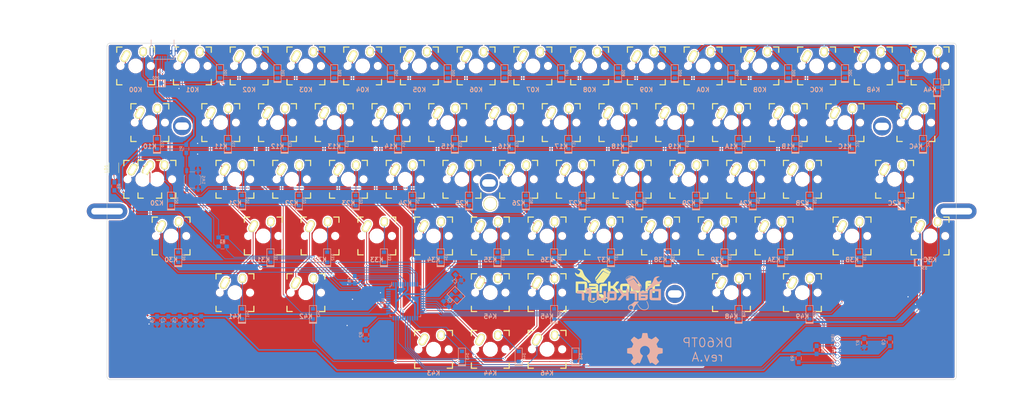
<source format=kicad_pcb>
(kicad_pcb (version 4) (host pcbnew 4.0.5+dfsg1-4)
  (title_block (title "MX/Alps HHKB") (date 2017-05-22) (rev A.1) (company DarKou))
  (layers (0 F.Cu signal) (31 B.Cu signal) (34 B.Paste user) (35 F.Paste user) (36 B.SilkS user) (37 F.SilkS user) (38 B.Mask user) (39 F.Mask user) (44 Edge.Cuts user))
  (net 0 "")
  (net 1 "Net-(C1-Pad1)")
  (net 2 GND)
  (net 3 "Net-(C2-Pad1)")
  (net 4 VCC)
  (net 5 "Net-(C8-Pad1)")
  (net 6 "Net-(D1-Pad2)")
  (net 7 /Row0)
  (net 8 "Net-(D2-Pad2)")
  (net 9 "Net-(D3-Pad2)")
  (net 10 "Net-(D4-Pad2)")
  (net 11 "Net-(D5-Pad2)")
  (net 12 "Net-(D6-Pad2)")
  (net 13 "Net-(D7-Pad2)")
  (net 14 "Net-(D8-Pad2)")
  (net 15 "Net-(D9-Pad2)")
  (net 16 "Net-(D10-Pad2)")
  (net 17 "Net-(D11-Pad2)")
  (net 18 "Net-(D12-Pad2)")
  (net 19 "Net-(D13-Pad2)")
  (net 20 "Net-(D14-Pad2)")
  (net 21 /Row1)
  (net 22 "Net-(D15-Pad2)")
  (net 23 "Net-(D16-Pad2)")
  (net 24 "Net-(D17-Pad2)")
  (net 25 "Net-(D18-Pad2)")
  (net 26 "Net-(D19-Pad2)")
  (net 27 "Net-(D20-Pad2)")
  (net 28 "Net-(D21-Pad2)")
  (net 29 "Net-(D22-Pad2)")
  (net 30 "Net-(D23-Pad2)")
  (net 31 "Net-(D24-Pad2)")
  (net 32 "Net-(D25-Pad2)")
  (net 33 "Net-(D26-Pad2)")
  (net 34 "Net-(D27-Pad2)")
  (net 35 /Row2)
  (net 36 "Net-(D28-Pad2)")
  (net 37 "Net-(D29-Pad2)")
  (net 38 "Net-(D30-Pad2)")
  (net 39 "Net-(D31-Pad2)")
  (net 40 "Net-(D32-Pad2)")
  (net 41 "Net-(D33-Pad2)")
  (net 42 "Net-(D34-Pad2)")
  (net 43 "Net-(D35-Pad2)")
  (net 44 "Net-(D36-Pad2)")
  (net 45 "Net-(D37-Pad2)")
  (net 46 "Net-(D38-Pad2)")
  (net 47 "Net-(D39-Pad2)")
  (net 48 "Net-(D40-Pad2)")
  (net 49 /Row3)
  (net 50 "Net-(D41-Pad2)")
  (net 51 "Net-(D42-Pad2)")
  (net 52 "Net-(D43-Pad2)")
  (net 53 "Net-(D44-Pad2)")
  (net 54 "Net-(D45-Pad2)")
  (net 55 "Net-(D46-Pad2)")
  (net 56 "Net-(D47-Pad2)")
  (net 57 "Net-(D48-Pad2)")
  (net 58 "Net-(D49-Pad2)")
  (net 59 "Net-(D50-Pad2)")
  (net 60 "Net-(D51-Pad2)")
  (net 61 "Net-(D52-Pad2)")
  (net 62 "Net-(D53-Pad2)")
  (net 63 /Row4)
  (net 64 "Net-(D54-Pad2)")
  (net 65 "Net-(D55-Pad2)")
  (net 66 "Net-(D56-Pad2)")
  (net 67 "Net-(D57-Pad2)")
  (net 68 "Net-(D58-Pad2)")
  (net 69 "Net-(D59-Pad2)")
  (net 70 "Net-(D60-Pad2)")
  (net 71 "Net-(J1-Pad2)")
  (net 72 "Net-(J1-Pad3)")
  (net 73 "Net-(J1-Pad4)")
  (net 74 /Col0)
  (net 75 /Col1)
  (net 76 /Col2)
  (net 77 /Col3)
  (net 78 /Col4)
  (net 79 /Col5)
  (net 80 /Col6)
  (net 81 /Col7)
  (net 82 /Col8)
  (net 83 /Col9)
  (net 84 /Col10)
  (net 85 /Col11)
  (net 86 /Col12)
  (net 87 "Net-(R1-Pad2)")
  (net 88 "Net-(R2-Pad1)")
  (net 89 "Net-(R3-Pad1)")
  (net 90 "Net-(R4-Pad2)")
  (net 91 "Net-(U0-Pad35)")
  (net 92 "Net-(U0-Pad37)")
  (net 93 "Net-(U0-Pad39)")
  (net 94 "Net-(U0-Pad42)")
  (net 95 "Net-(U0-Pad43)")
  (net 96 "Net-(LD1-Pad2)")
  (net 97 /CAPS_LED)
  (net 98 "Net-(U0-Pad40)")
  (net 99 "Net-(C9-Pad1)")
  (net 100 D2)
  (net 101 D5)
  (net 102 "Net-(D61-Pad2)")
  (net 103 "Net-(D62-Pad2)")
  (net 104 "Net-(D63-Pad2)")
  (net 105 "Net-(U0-Pad41)")
  (module Footprint:Poker_oval_hole (layer F.Cu) (at 91.8 127.4)
    (fp_text reference Poker_oval_hole hide)
    (fp_text value VAL** hide)
    (pad "" thru_hole circle (at 0 0) (size 6.1 6.1) (drill oval 4.6 2.5) (layers *.Cu *.Mask))
  )
  (module Footprint:Poker_side_edge_long (layer F.Cu) (at 351.7 156)
    (fp_text reference Poker_side_edge_long hide)
    (fp_text value VAL** hide)
    (pad "" thru_hole oval (at 0 0) (size 13.6 5.2) (drill oval 10.6 2.2) (layers *.Cu *.Mask))
  )
  (module Footprint:Poker_oval_hole (layer F.Cu) (at 194.8 146.5)
    (fp_text reference Poker_oval_hole hide)
    (fp_text value VAL** hide)
    (pad "" thru_hole circle (at 0 0) (size 6.1 6.1) (drill oval 4.6 2.5) (layers *.Cu *.Mask))
  )
  (module Footprint:Poker_oval_hole (layer F.Cu) (at 326.8 127.5)
    (fp_text reference Poker_oval_hole hide)
    (fp_text value VAL** hide)
    (pad "" thru_hole circle (at 0 0) (size 6.1 6.1) (drill oval 4.6 2.5) (layers *.Cu *.Mask))
  )
  (module Footprint:Mx_Alps_100 (layer F.Cu) (at 195.2625 164.30625)
    (fp_text reference K45 hide)
    (fp_text value K35 (at 0 8) (layer B.SilkS) (effects (font (thickness 0.3048)) (justify mirror)))
    (pad HOLE np_thru_hole circle (at 0 0) (size 3.9878 3.9878) (drill 3.9878) (layers *.Cu))
    (pad HOLE np_thru_hole circle (at -5.08 0) (size 1.7018 1.7018) (drill 1.7018) (layers *.Cu))
    (pad HOLE np_thru_hole circle (at 5.08 0) (size 1.7018 1.7018) (drill 1.7018) (layers *.Cu))
    (pad 1 thru_hole oval (at -3.405 -3.27 330.95) (size 2.5 4.17) (drill oval 1.5 3.17) (layers *.Cu *.Mask F.SilkS) (net 79 /Col5))
    (pad 2 thru_hole oval (at 2.52 -4.79 356.1) (size 2.5 3.08) (drill oval 1.5 2.08) (layers *.Cu *.Mask F.SilkS) (net 54 "Net-(D45-Pad2)"))
  )
  (module Footprint:D_SOD123 (layer B.Cu) (at 207.16875 152.4 90)
    (fp_text reference D33 hide)
    (fp_text value D26 (at 0 1.925 90) (layer B.SilkS) (effects (font (size 0.8 0.8)) (justify mirror)))
    (pad 2 smd rect (at 1.7 0 90) (size 1.2 1.4) (layers B.Cu B.Paste B.Mask) (net 41 "Net-(D33-Pad2)"))
    (pad 1 smd rect (at -1.7 0 90) (size 1.2 1.4) (layers B.Cu B.Paste B.Mask) (net 35 /Row2))
  )
  (module Footprint:darkou (layer B.Cu) (at 238.6 183.5 180)
    (fp_text reference G*** hide)
    (fp_text value LOGO hide)
  )
  (module Housings_QFP:TQFP-44_10x10mm_Pitch0.8mm (layer B.Cu) (at 166.75 186.25 270)
    (fp_text reference U0 (at 0 7.450001 270) (layer B.SilkS) (effects (justify mirror)))
    (fp_text value ATMEGA32U4)
    (pad 1 smd rect (at -5.7 4 270) (size 1.5 0.55) (layers B.Cu B.Paste B.Mask) (net 97 /CAPS_LED))
    (pad 2 smd rect (at -5.7 3.2 270) (size 1.5 0.55) (layers B.Cu B.Paste B.Mask) (net 4 VCC))
    (pad 3 smd rect (at -5.7 2.4 270) (size 1.5 0.55) (layers B.Cu B.Paste B.Mask) (net 89 "Net-(R3-Pad1)"))
    (pad 4 smd rect (at -5.7 1.6 270) (size 1.5 0.55) (layers B.Cu B.Paste B.Mask) (net 90 "Net-(R4-Pad2)"))
    (pad 5 smd rect (at -5.7 0.8 270) (size 1.5 0.55) (layers B.Cu B.Paste B.Mask) (net 2 GND))
    (pad 6 smd rect (at -5.7 0 270) (size 1.5 0.55) (layers B.Cu B.Paste B.Mask) (net 5 "Net-(C8-Pad1)"))
    (pad 7 smd rect (at -5.7 -0.8 270) (size 1.5 0.55) (layers B.Cu B.Paste B.Mask) (net 4 VCC))
    (pad 8 smd rect (at -5.7 -1.6 270) (size 1.5 0.55) (layers B.Cu B.Paste B.Mask) (net 74 /Col0))
    (pad 9 smd rect (at -5.7 -2.4 270) (size 1.5 0.55) (layers B.Cu B.Paste B.Mask) (net 76 /Col2))
    (pad 10 smd rect (at -5.7 -3.2 270) (size 1.5 0.55) (layers B.Cu B.Paste B.Mask) (net 75 /Col1))
    (pad 11 smd rect (at -5.7 -4 270) (size 1.5 0.55) (layers B.Cu B.Paste B.Mask) (net 77 /Col3))
    (pad 12 smd rect (at -4 -5.7 180) (size 1.5 0.55) (layers B.Cu B.Paste B.Mask) (net 81 /Col7))
    (pad 13 smd rect (at -3.2 -5.7 180) (size 1.5 0.55) (layers B.Cu B.Paste B.Mask) (net 87 "Net-(R1-Pad2)"))
    (pad 14 smd rect (at -2.4 -5.7 180) (size 1.5 0.55) (layers B.Cu B.Paste B.Mask) (net 4 VCC))
    (pad 15 smd rect (at -1.6 -5.7 180) (size 1.5 0.55) (layers B.Cu B.Paste B.Mask) (net 2 GND))
    (pad 16 smd rect (at -0.8 -5.7 180) (size 1.5 0.55) (layers B.Cu B.Paste B.Mask) (net 1 "Net-(C1-Pad1)"))
    (pad 17 smd rect (at 0 -5.7 180) (size 1.5 0.55) (layers B.Cu B.Paste B.Mask) (net 3 "Net-(C2-Pad1)"))
    (pad 18 smd rect (at 0.8 -5.7 180) (size 1.5 0.55) (layers B.Cu B.Paste B.Mask) (net 84 /Col10))
    (pad 19 smd rect (at 1.6 -5.7 180) (size 1.5 0.55) (layers B.Cu B.Paste B.Mask) (net 85 /Col11))
    (pad 20 smd rect (at 2.4 -5.7 180) (size 1.5 0.55) (layers B.Cu B.Paste B.Mask) (net 100 D2))
    (pad 21 smd rect (at 3.2 -5.7 180) (size 1.5 0.55) (layers B.Cu B.Paste B.Mask) (net 78 /Col4))
    (pad 22 smd rect (at 4 -5.7 180) (size 1.5 0.55) (layers B.Cu B.Paste B.Mask) (net 101 D5))
    (pad 23 smd rect (at 5.7 -4 270) (size 1.5 0.55) (layers B.Cu B.Paste B.Mask) (net 2 GND))
    (pad 24 smd rect (at 5.7 -3.2 270) (size 1.5 0.55) (layers B.Cu B.Paste B.Mask) (net 4 VCC))
    (pad 25 smd rect (at 5.7 -2.4 270) (size 1.5 0.55) (layers B.Cu B.Paste B.Mask) (net 82 /Col8))
    (pad 26 smd rect (at 5.7 -1.6 270) (size 1.5 0.55) (layers B.Cu B.Paste B.Mask) (net 79 /Col5))
    (pad 27 smd rect (at 5.7 -0.8 270) (size 1.5 0.55) (layers B.Cu B.Paste B.Mask) (net 80 /Col6))
    (pad 28 smd rect (at 5.7 0 270) (size 1.5 0.55) (layers B.Cu B.Paste B.Mask) (net 83 /Col9))
    (pad 29 smd rect (at 5.7 0.8 270) (size 1.5 0.55) (layers B.Cu B.Paste B.Mask) (net 35 /Row2))
    (pad 30 smd rect (at 5.7 1.6 270) (size 1.5 0.55) (layers B.Cu B.Paste B.Mask) (net 21 /Row1))
    (pad 31 smd rect (at 5.7 2.4 270) (size 1.5 0.55) (layers B.Cu B.Paste B.Mask) (net 86 /Col12))
    (pad 32 smd rect (at 5.7 3.2 270) (size 1.5 0.55) (layers B.Cu B.Paste B.Mask) (net 63 /Row4))
    (pad 33 smd rect (at 5.7 4 270) (size 1.5 0.55) (layers B.Cu B.Paste B.Mask) (net 88 "Net-(R2-Pad1)"))
    (pad 34 smd rect (at 4 5.7 180) (size 1.5 0.55) (layers B.Cu B.Paste B.Mask) (net 4 VCC))
    (pad 35 smd rect (at 3.2 5.7 180) (size 1.5 0.55) (layers B.Cu B.Paste B.Mask) (net 91 "Net-(U0-Pad35)"))
    (pad 36 smd rect (at 2.4 5.7 180) (size 1.5 0.55) (layers B.Cu B.Paste B.Mask) (net 49 /Row3))
    (pad 37 smd rect (at 1.6 5.7 180) (size 1.5 0.55) (layers B.Cu B.Paste B.Mask) (net 92 "Net-(U0-Pad37)"))
    (pad 38 smd rect (at 0.8 5.7 180) (size 1.5 0.55) (layers B.Cu B.Paste B.Mask) (net 7 /Row0))
    (pad 39 smd rect (at 0 5.7 180) (size 1.5 0.55) (layers B.Cu B.Paste B.Mask) (net 93 "Net-(U0-Pad39)"))
    (pad 40 smd rect (at -0.8 5.7 180) (size 1.5 0.55) (layers B.Cu B.Paste B.Mask) (net 98 "Net-(U0-Pad40)"))
    (pad 41 smd rect (at -1.6 5.7 180) (size 1.5 0.55) (layers B.Cu B.Paste B.Mask) (net 105 "Net-(U0-Pad41)"))
    (pad 42 smd rect (at -2.4 5.7 180) (size 1.5 0.55) (layers B.Cu B.Paste B.Mask) (net 94 "Net-(U0-Pad42)"))
    (pad 43 smd rect (at -3.2 5.7 180) (size 1.5 0.55) (layers B.Cu B.Paste B.Mask) (net 95 "Net-(U0-Pad43)"))
    (pad 44 smd rect (at -4 5.7 180) (size 1.5 0.55) (layers B.Cu B.Paste B.Mask) (net 4 VCC))
  )
  (module Capacitors_SMD:C_0805_HandSoldering (layer B.Cu) (at 184.5 178.25 315)
    (fp_text reference C1 (at 0 1.75 315) (layer B.SilkS) (effects (justify mirror)))
    (fp_text value 22p)
    (pad 1 smd rect (at -1.25 0 315) (size 1.5 1.25) (layers B.Cu B.Paste B.Mask) (net 1 "Net-(C1-Pad1)"))
    (pad 2 smd rect (at 1.25 0 315) (size 1.5 1.25) (layers B.Cu B.Paste B.Mask) (net 2 GND))
  )
  (module Capacitors_SMD:C_0805_HandSoldering (layer B.Cu) (at 180.4 187.2 135)
    (fp_text reference C2 (at 0 1.75 135) (layer B.SilkS) (effects (justify mirror)))
    (fp_text value 22p)
    (pad 1 smd rect (at -1.25 0 135) (size 1.5 1.25) (layers B.Cu B.Paste B.Mask) (net 3 "Net-(C2-Pad1)"))
    (pad 2 smd rect (at 1.25 0 135) (size 1.5 1.25) (layers B.Cu B.Paste B.Mask) (net 2 GND))
  )
  (module Capacitors_SMD:C_0805_HandSoldering (layer B.Cu) (at 98.2 192.6 270)
    (fp_text reference C3 (at 0 1.75 270) (layer B.SilkS) (effects (justify mirror)))
    (fp_text value 0.1u hide)
    (pad 1 smd rect (at -1.25 0 270) (size 1.5 1.25) (layers B.Cu B.Paste B.Mask) (net 4 VCC))
    (pad 2 smd rect (at 1.25 0 270) (size 1.5 1.25) (layers B.Cu B.Paste B.Mask) (net 2 GND))
  )
  (module Capacitors_SMD:C_0805_HandSoldering (layer B.Cu) (at 94.6 192.6 270)
    (fp_text reference C4 (at 0 1.75 270) (layer B.SilkS) (effects (justify mirror)))
    (fp_text value 0.1u hide)
    (pad 1 smd rect (at -1.25 0 270) (size 1.5 1.25) (layers B.Cu B.Paste B.Mask) (net 4 VCC))
    (pad 2 smd rect (at 1.25 0 270) (size 1.5 1.25) (layers B.Cu B.Paste B.Mask) (net 2 GND))
  )
  (module Capacitors_SMD:C_0805_HandSoldering (layer B.Cu) (at 91 192.6 270)
    (fp_text reference C5 (at 0 1.75 270) (layer B.SilkS) (effects (justify mirror)))
    (fp_text value 0.1u hide)
    (pad 1 smd rect (at -1.25 0 270) (size 1.5 1.25) (layers B.Cu B.Paste B.Mask) (net 4 VCC))
    (pad 2 smd rect (at 1.25 0 270) (size 1.5 1.25) (layers B.Cu B.Paste B.Mask) (net 2 GND))
  )
  (module Capacitors_SMD:C_0805_HandSoldering (layer B.Cu) (at 83.4 192.6 270)
    (fp_text reference C6 (at 0 1.75 270) (layer B.SilkS) (effects (justify mirror)))
    (fp_text value 0.1u hide)
    (pad 1 smd rect (at -1.25 0 270) (size 1.5 1.25) (layers B.Cu B.Paste B.Mask) (net 4 VCC))
    (pad 2 smd rect (at 1.25 0 270) (size 1.5 1.25) (layers B.Cu B.Paste B.Mask) (net 2 GND))
  )
  (module Capacitors_SMD:C_0805_HandSoldering (layer B.Cu) (at 87.2 192.6 270)
    (fp_text reference C7 (at 0 1.75 270) (layer B.SilkS) (effects (justify mirror)))
    (fp_text value 4.7u hide)
    (pad 1 smd rect (at -1.25 0 270) (size 1.5 1.25) (layers B.Cu B.Paste B.Mask) (net 4 VCC))
    (pad 2 smd rect (at 1.25 0 270) (size 1.5 1.25) (layers B.Cu B.Paste B.Mask) (net 2 GND))
  )
  (module Capacitors_SMD:C_0805_HandSoldering (layer B.Cu) (at 149.75 179 270)
    (fp_text reference C8 (at 0 1.75 270) (layer B.SilkS) (effects (justify mirror)))
    (fp_text value 1u)
    (pad 1 smd rect (at -1.25 0 270) (size 1.5 1.25) (layers B.Cu B.Paste B.Mask) (net 5 "Net-(C8-Pad1)"))
    (pad 2 smd rect (at 1.25 0 270) (size 1.5 1.25) (layers B.Cu B.Paste B.Mask) (net 2 GND))
  )
  (module Resistors_SMD:R_0805_HandSoldering (layer B.Cu) (at 93.2 135 270)
    (fp_text reference R1 (at 0 1.7 270) (layer B.SilkS) (effects (justify mirror)))
    (fp_text value 10K)
    (pad 1 smd rect (at -1.35 0 270) (size 1.5 1.3) (layers B.Cu B.Paste B.Mask) (net 4 VCC))
    (pad 2 smd rect (at 1.35 0 270) (size 1.5 1.3) (layers B.Cu B.Paste B.Mask) (net 87 "Net-(R1-Pad2)"))
  )
  (module Resistors_SMD:R_0805_HandSoldering (layer B.Cu) (at 153.5 197.5 270)
    (fp_text reference R2 (at 0 1.700001 270) (layer B.SilkS) (effects (justify mirror)))
    (fp_text value 10K)
    (pad 1 smd rect (at -1.35 0 270) (size 1.5 1.3) (layers B.Cu B.Paste B.Mask) (net 88 "Net-(R2-Pad1)"))
    (pad 2 smd rect (at 1.35 0 270) (size 1.5 1.3) (layers B.Cu B.Paste B.Mask) (net 2 GND))
  )
  (module Resistors_SMD:R_0805_HandSoldering (layer B.Cu) (at 105.4 167.8 180)
    (fp_text reference R3 (at 0 1.7 180) (layer B.SilkS) (effects (justify mirror)))
    (fp_text value 22)
    (pad 1 smd rect (at -1.35 0 180) (size 1.5 1.3) (layers B.Cu B.Paste B.Mask) (net 89 "Net-(R3-Pad1)"))
    (pad 2 smd rect (at 1.35 0 180) (size 1.5 1.3) (layers B.Cu B.Paste B.Mask) (net 71 "Net-(J1-Pad2)"))
  )
  (module Resistors_SMD:R_0805_HandSoldering (layer B.Cu) (at 105.4 164.8)
    (fp_text reference R4 (at 0 1.7) (layer B.SilkS) (effects (justify mirror)))
    (fp_text value 22)
    (pad 1 smd rect (at -1.35 0) (size 1.5 1.3) (layers B.Cu B.Paste B.Mask) (net 72 "Net-(J1-Pad3)"))
    (pad 2 smd rect (at 1.35 0) (size 1.5 1.3) (layers B.Cu B.Paste B.Mask) (net 90 "Net-(R4-Pad2)"))
  )
  (module Buttons_Switches_SMD:SW_SPST_TL3342 (layer B.Cu) (at 95.25 145.5 90)
    (fp_text reference SW1 (at 0 3.75 90) (layer B.SilkS) (effects (justify mirror)))
    (fp_text value SW_PUSH)
    (pad 1 smd rect (at -3.15 1.9 90) (size 1.7 1) (layers B.Cu B.Paste B.Mask) (net 2 GND))
    (pad 1 smd rect (at 3.15 1.9 90) (size 1.7 1) (layers B.Cu B.Paste B.Mask) (net 2 GND))
    (pad 2 smd rect (at -3.15 -1.9 90) (size 1.7 1) (layers B.Cu B.Paste B.Mask) (net 87 "Net-(R1-Pad2)"))
    (pad 2 smd rect (at 3.15 -1.9 90) (size 1.7 1) (layers B.Cu B.Paste B.Mask) (net 87 "Net-(R1-Pad2)"))
  )
  (module Footprint:FA-238 (layer B.Cu) (at 183.75 184.25 315)
    (fp_text reference X1 hide)
    (fp_text value XTAL_GND hide)
    (pad 3 smd rect (at -1.1 0.8 315) (size 1.4 1.2) (drill (offset -0.1 0.05)) (layers B.Cu B.Paste B.Mask) (net 2 GND) (clearance 0.2))
    (pad 2 smd rect (at 1.1 0.8 315) (size 1.4 1.2) (drill (offset 0.1 0.05)) (layers B.Cu B.Paste B.Mask) (net 3 "Net-(C2-Pad1)") (clearance 0.2))
    (pad 1 smd rect (at -1.1 -0.8 315) (size 1.4 1.2) (drill (offset -0.1 -0.05)) (layers B.Cu B.Paste B.Mask) (net 1 "Net-(C1-Pad1)") (clearance 0.2))
    (pad 3 smd rect (at 1.1 -0.8 315) (size 1.4 1.2) (drill (offset 0.1 -0.05)) (layers B.Cu B.Paste B.Mask) (net 2 GND) (clearance 0.2))
  )
  (module Resistors_SMD:R_0805_HandSoldering (layer B.Cu) (at 69.05625 147.6375 90)
    (fp_text reference R6 (at 0 1.7 90) (layer B.SilkS) (effects (justify mirror)))
    (fp_text value R)
    (pad 1 smd rect (at -1.35 0 90) (size 1.5 1.3) (layers B.Cu B.Paste B.Mask) (net 97 /CAPS_LED))
    (pad 2 smd rect (at 1.35 0 90) (size 1.5 1.3) (layers B.Cu B.Paste B.Mask) (net 96 "Net-(LD1-Pad2)"))
  )
  (module Footprint:Mx_Alps_175_STEPPED (layer F.Cu) (at 78.58125 145.25625)
    (fp_text reference K61 hide)
    (fp_text value Ctrl hide)
    (pad HOLE np_thru_hole circle (at 0 0) (size 3.9878 3.9878) (drill 3.9878) (layers *.Cu))
    (pad HOLE np_thru_hole circle (at -5.08 0) (size 1.7018 1.7018) (drill 1.7018) (layers *.Cu))
    (pad HOLE np_thru_hole circle (at 5.08 0) (size 1.7018 1.7018) (drill 1.7018) (layers *.Cu))
    (pad 1 thru_hole oval (at -3.405 -3.27 330.95) (size 2.5 4.17) (drill oval 1.5 3.17) (layers *.Cu *.Mask F.SilkS) (net 34 "Net-(D27-Pad2)"))
    (pad 2 thru_hole oval (at 2.52 -4.79 356.1) (size 2.5 3.08) (drill oval 1.5 2.08) (layers *.Cu *.Mask F.SilkS) (net 74 /Col0))
  )
  (module Footprint:USB_miniB_hirose_5S8 (layer B.Cu) (at 85.25 104.5)
    (fp_text reference J1 hide)
    (fp_text value USB_mini_micro_B hide)
    (pad 1 smd rect (at -1.6 0) (size 0.5 1.4) (layers B.Cu B.Paste B.Mask) (net 4 VCC))
    (pad 2 smd rect (at -0.8 0) (size 0.5 1.4) (layers B.Cu B.Paste B.Mask) (net 71 "Net-(J1-Pad2)"))
    (pad 3 smd rect (at 0 0) (size 0.5 1.4) (layers B.Cu B.Paste B.Mask) (net 72 "Net-(J1-Pad3)"))
    (pad 4 smd rect (at 0.8 0) (size 0.5 1.4) (layers B.Cu B.Paste B.Mask) (net 73 "Net-(J1-Pad4)"))
    (pad 5 smd rect (at 1.6 0) (size 0.5 1.4) (layers B.Cu B.Paste B.Mask) (net 2 GND))
    (pad 6 thru_hole oval (at -3.65 -2.4) (size 1.3 3.8) (drill oval 0.7 3.2) (layers *.Cu *.Mask B.Paste) (net 2 GND))
    (pad 6 thru_hole oval (at 3.65 -2.4) (size 1.3 3.8) (drill oval 0.7 3.2) (layers *.Cu *.Mask B.Paste) (net 2 GND))
  )
  (module Footprint:Mx_Alps_100 (layer F.Cu) (at 323.85 107.15625)
    (fp_text reference K59 hide)
    (fp_text value K4B (at 0 8) (layer B.SilkS) (effects (font (thickness 0.3048)) (justify mirror)))
    (pad HOLE np_thru_hole circle (at 0 0) (size 3.9878 3.9878) (drill 3.9878) (layers *.Cu))
    (pad HOLE np_thru_hole circle (at -5.08 0) (size 1.7018 1.7018) (drill 1.7018) (layers *.Cu))
    (pad HOLE np_thru_hole circle (at 5.08 0) (size 1.7018 1.7018) (drill 1.7018) (layers *.Cu))
    (pad 1 thru_hole oval (at -3.405 -3.27 330.95) (size 2.5 4.17) (drill oval 1.5 3.17) (layers *.Cu *.Mask F.SilkS) (net 85 /Col11))
    (pad 2 thru_hole oval (at 2.52 -4.79 356.1) (size 2.5 3.08) (drill oval 1.5 2.08) (layers *.Cu *.Mask F.SilkS) (net 69 "Net-(D59-Pad2)"))
  )
  (module Footprint:Mx_Alps_100 (layer F.Cu) (at 76.2 107.15625)
    (fp_text reference K1 hide)
    (fp_text value K00 (at 0 8) (layer B.SilkS) (effects (font (thickness 0.3048)) (justify mirror)))
    (pad HOLE np_thru_hole circle (at 0 0) (size 3.9878 3.9878) (drill 3.9878) (layers *.Cu))
    (pad HOLE np_thru_hole circle (at -5.08 0) (size 1.7018 1.7018) (drill 1.7018) (layers *.Cu))
    (pad HOLE np_thru_hole circle (at 5.08 0) (size 1.7018 1.7018) (drill 1.7018) (layers *.Cu))
    (pad 1 thru_hole oval (at -3.405 -3.27 330.95) (size 2.5 4.17) (drill oval 1.5 3.17) (layers *.Cu *.Mask F.SilkS) (net 74 /Col0))
    (pad 2 thru_hole oval (at 2.52 -4.79 356.1) (size 2.5 3.08) (drill oval 1.5 2.08) (layers *.Cu *.Mask F.SilkS) (net 6 "Net-(D1-Pad2)"))
  )
  (module Footprint:Mx_Alps_100 (layer F.Cu) (at 114.3 107.15625)
    (fp_text reference K3 hide)
    (fp_text value K02 (at 0 8) (layer B.SilkS) (effects (font (thickness 0.3048)) (justify mirror)))
    (pad HOLE np_thru_hole circle (at 0 0) (size 3.9878 3.9878) (drill 3.9878) (layers *.Cu))
    (pad HOLE np_thru_hole circle (at -5.08 0) (size 1.7018 1.7018) (drill 1.7018) (layers *.Cu))
    (pad HOLE np_thru_hole circle (at 5.08 0) (size 1.7018 1.7018) (drill 1.7018) (layers *.Cu))
    (pad 1 thru_hole oval (at -3.405 -3.27 330.95) (size 2.5 4.17) (drill oval 1.5 3.17) (layers *.Cu *.Mask F.SilkS) (net 76 /Col2))
    (pad 2 thru_hole oval (at 2.52 -4.79 356.1) (size 2.5 3.08) (drill oval 1.5 2.08) (layers *.Cu *.Mask F.SilkS) (net 9 "Net-(D3-Pad2)"))
  )
  (module Footprint:Mx_Alps_100 (layer F.Cu) (at 133.35 107.15625)
    (fp_text reference K4 hide)
    (fp_text value K03 (at 0 8) (layer B.SilkS) (effects (font (thickness 0.3048)) (justify mirror)))
    (pad HOLE np_thru_hole circle (at 0 0) (size 3.9878 3.9878) (drill 3.9878) (layers *.Cu))
    (pad HOLE np_thru_hole circle (at -5.08 0) (size 1.7018 1.7018) (drill 1.7018) (layers *.Cu))
    (pad HOLE np_thru_hole circle (at 5.08 0) (size 1.7018 1.7018) (drill 1.7018) (layers *.Cu))
    (pad 1 thru_hole oval (at -3.405 -3.27 330.95) (size 2.5 4.17) (drill oval 1.5 3.17) (layers *.Cu *.Mask F.SilkS) (net 77 /Col3))
    (pad 2 thru_hole oval (at 2.52 -4.79 356.1) (size 2.5 3.08) (drill oval 1.5 2.08) (layers *.Cu *.Mask F.SilkS) (net 10 "Net-(D4-Pad2)"))
  )
  (module Footprint:Mx_Alps_100 (layer F.Cu) (at 152.4 107.15625)
    (fp_text reference K5 hide)
    (fp_text value K04 (at 0 8) (layer B.SilkS) (effects (font (thickness 0.3048)) (justify mirror)))
    (pad HOLE np_thru_hole circle (at 0 0) (size 3.9878 3.9878) (drill 3.9878) (layers *.Cu))
    (pad HOLE np_thru_hole circle (at -5.08 0) (size 1.7018 1.7018) (drill 1.7018) (layers *.Cu))
    (pad HOLE np_thru_hole circle (at 5.08 0) (size 1.7018 1.7018) (drill 1.7018) (layers *.Cu))
    (pad 1 thru_hole oval (at -3.405 -3.27 330.95) (size 2.5 4.17) (drill oval 1.5 3.17) (layers *.Cu *.Mask F.SilkS) (net 78 /Col4))
    (pad 2 thru_hole oval (at 2.52 -4.79 356.1) (size 2.5 3.08) (drill oval 1.5 2.08) (layers *.Cu *.Mask F.SilkS) (net 11 "Net-(D5-Pad2)"))
  )
  (module Footprint:Mx_Alps_100 (layer F.Cu) (at 171.45 107.15625)
    (fp_text reference K6 hide)
    (fp_text value K05 (at 0 8) (layer B.SilkS) (effects (font (thickness 0.3048)) (justify mirror)))
    (pad HOLE np_thru_hole circle (at 0 0) (size 3.9878 3.9878) (drill 3.9878) (layers *.Cu))
    (pad HOLE np_thru_hole circle (at -5.08 0) (size 1.7018 1.7018) (drill 1.7018) (layers *.Cu))
    (pad HOLE np_thru_hole circle (at 5.08 0) (size 1.7018 1.7018) (drill 1.7018) (layers *.Cu))
    (pad 1 thru_hole oval (at -3.405 -3.27 330.95) (size 2.5 4.17) (drill oval 1.5 3.17) (layers *.Cu *.Mask F.SilkS) (net 79 /Col5))
    (pad 2 thru_hole oval (at 2.52 -4.79 356.1) (size 2.5 3.08) (drill oval 1.5 2.08) (layers *.Cu *.Mask F.SilkS) (net 12 "Net-(D6-Pad2)"))
  )
  (module Footprint:Mx_Alps_100 (layer F.Cu) (at 190.5 107.15625)
    (fp_text reference K7 hide)
    (fp_text value K06 (at 0 8) (layer B.SilkS) (effects (font (thickness 0.3048)) (justify mirror)))
    (pad HOLE np_thru_hole circle (at 0 0) (size 3.9878 3.9878) (drill 3.9878) (layers *.Cu))
    (pad HOLE np_thru_hole circle (at -5.08 0) (size 1.7018 1.7018) (drill 1.7018) (layers *.Cu))
    (pad HOLE np_thru_hole circle (at 5.08 0) (size 1.7018 1.7018) (drill 1.7018) (layers *.Cu))
    (pad 1 thru_hole oval (at -3.405 -3.27 330.95) (size 2.5 4.17) (drill oval 1.5 3.17) (layers *.Cu *.Mask F.SilkS) (net 80 /Col6))
    (pad 2 thru_hole oval (at 2.52 -4.79 356.1) (size 2.5 3.08) (drill oval 1.5 2.08) (layers *.Cu *.Mask F.SilkS) (net 13 "Net-(D7-Pad2)"))
  )
  (module Footprint:Mx_Alps_100 (layer F.Cu) (at 209.55 107.15625)
    (fp_text reference K8 hide)
    (fp_text value K07 (at 0 8) (layer B.SilkS) (effects (font (thickness 0.3048)) (justify mirror)))
    (pad HOLE np_thru_hole circle (at 0 0) (size 3.9878 3.9878) (drill 3.9878) (layers *.Cu))
    (pad HOLE np_thru_hole circle (at -5.08 0) (size 1.7018 1.7018) (drill 1.7018) (layers *.Cu))
    (pad HOLE np_thru_hole circle (at 5.08 0) (size 1.7018 1.7018) (drill 1.7018) (layers *.Cu))
    (pad 1 thru_hole oval (at -3.405 -3.27 330.95) (size 2.5 4.17) (drill oval 1.5 3.17) (layers *.Cu *.Mask F.SilkS) (net 81 /Col7))
    (pad 2 thru_hole oval (at 2.52 -4.79 356.1) (size 2.5 3.08) (drill oval 1.5 2.08) (layers *.Cu *.Mask F.SilkS) (net 14 "Net-(D8-Pad2)"))
  )
  (module Footprint:Mx_Alps_100 (layer F.Cu) (at 228.6 107.15625)
    (fp_text reference K9 hide)
    (fp_text value K08 (at 0 8) (layer B.SilkS) (effects (font (thickness 0.3048)) (justify mirror)))
    (pad HOLE np_thru_hole circle (at 0 0) (size 3.9878 3.9878) (drill 3.9878) (layers *.Cu))
    (pad HOLE np_thru_hole circle (at -5.08 0) (size 1.7018 1.7018) (drill 1.7018) (layers *.Cu))
    (pad HOLE np_thru_hole circle (at 5.08 0) (size 1.7018 1.7018) (drill 1.7018) (layers *.Cu))
    (pad 1 thru_hole oval (at -3.405 -3.27 330.95) (size 2.5 4.17) (drill oval 1.5 3.17) (layers *.Cu *.Mask F.SilkS) (net 82 /Col8))
    (pad 2 thru_hole oval (at 2.52 -4.79 356.1) (size 2.5 3.08) (drill oval 1.5 2.08) (layers *.Cu *.Mask F.SilkS) (net 15 "Net-(D9-Pad2)"))
  )
  (module Footprint:Mx_Alps_100 (layer F.Cu) (at 247.65 107.15625)
    (fp_text reference K10 hide)
    (fp_text value K09 (at 0 8) (layer B.SilkS) (effects (font (thickness 0.3048)) (justify mirror)))
    (pad HOLE np_thru_hole circle (at 0 0) (size 3.9878 3.9878) (drill 3.9878) (layers *.Cu))
    (pad HOLE np_thru_hole circle (at -5.08 0) (size 1.7018 1.7018) (drill 1.7018) (layers *.Cu))
    (pad HOLE np_thru_hole circle (at 5.08 0) (size 1.7018 1.7018) (drill 1.7018) (layers *.Cu))
    (pad 1 thru_hole oval (at -3.405 -3.27 330.95) (size 2.5 4.17) (drill oval 1.5 3.17) (layers *.Cu *.Mask F.SilkS) (net 83 /Col9))
    (pad 2 thru_hole oval (at 2.52 -4.79 356.1) (size 2.5 3.08) (drill oval 1.5 2.08) (layers *.Cu *.Mask F.SilkS) (net 16 "Net-(D10-Pad2)"))
  )
  (module Footprint:Mx_Alps_100 (layer F.Cu) (at 266.7 107.15625)
    (fp_text reference K11 hide)
    (fp_text value K0A (at 0 8) (layer B.SilkS) (effects (font (thickness 0.3048)) (justify mirror)))
    (pad HOLE np_thru_hole circle (at 0 0) (size 3.9878 3.9878) (drill 3.9878) (layers *.Cu))
    (pad HOLE np_thru_hole circle (at -5.08 0) (size 1.7018 1.7018) (drill 1.7018) (layers *.Cu))
    (pad HOLE np_thru_hole circle (at 5.08 0) (size 1.7018 1.7018) (drill 1.7018) (layers *.Cu))
    (pad 1 thru_hole oval (at -3.405 -3.27 330.95) (size 2.5 4.17) (drill oval 1.5 3.17) (layers *.Cu *.Mask F.SilkS) (net 84 /Col10))
    (pad 2 thru_hole oval (at 2.52 -4.79 356.1) (size 2.5 3.08) (drill oval 1.5 2.08) (layers *.Cu *.Mask F.SilkS) (net 17 "Net-(D11-Pad2)"))
  )
  (module Footprint:Mx_Alps_100 (layer F.Cu) (at 285.75 107.15625)
    (fp_text reference K12 hide)
    (fp_text value K0B (at 0 8) (layer B.SilkS) (effects (font (thickness 0.3048)) (justify mirror)))
    (pad HOLE np_thru_hole circle (at 0 0) (size 3.9878 3.9878) (drill 3.9878) (layers *.Cu))
    (pad HOLE np_thru_hole circle (at -5.08 0) (size 1.7018 1.7018) (drill 1.7018) (layers *.Cu))
    (pad HOLE np_thru_hole circle (at 5.08 0) (size 1.7018 1.7018) (drill 1.7018) (layers *.Cu))
    (pad 1 thru_hole oval (at -3.405 -3.27 330.95) (size 2.5 4.17) (drill oval 1.5 3.17) (layers *.Cu *.Mask F.SilkS) (net 85 /Col11))
    (pad 2 thru_hole oval (at 2.52 -4.79 356.1) (size 2.5 3.08) (drill oval 1.5 2.08) (layers *.Cu *.Mask F.SilkS) (net 18 "Net-(D12-Pad2)"))
  )
  (module Footprint:Mx_Alps_100 (layer F.Cu) (at 304.8 107.15625)
    (fp_text reference K13 hide)
    (fp_text value K0C (at 0 8) (layer B.SilkS) (effects (font (thickness 0.3048)) (justify mirror)))
    (pad HOLE np_thru_hole circle (at 0 0) (size 3.9878 3.9878) (drill 3.9878) (layers *.Cu))
    (pad HOLE np_thru_hole circle (at -5.08 0) (size 1.7018 1.7018) (drill 1.7018) (layers *.Cu))
    (pad HOLE np_thru_hole circle (at 5.08 0) (size 1.7018 1.7018) (drill 1.7018) (layers *.Cu))
    (pad 1 thru_hole oval (at -3.405 -3.27 330.95) (size 2.5 4.17) (drill oval 1.5 3.17) (layers *.Cu *.Mask F.SilkS) (net 86 /Col12))
    (pad 2 thru_hole oval (at 2.52 -4.79 356.1) (size 2.5 3.08) (drill oval 1.5 2.08) (layers *.Cu *.Mask F.SilkS) (net 19 "Net-(D13-Pad2)"))
  )
  (module Footprint:Mx_Alps_100 (layer F.Cu) (at 104.775 126.20625)
    (fp_text reference K15 hide)
    (fp_text value K11 (at 0 8) (layer B.SilkS) (effects (font (thickness 0.3048)) (justify mirror)))
    (pad HOLE np_thru_hole circle (at 0 0) (size 3.9878 3.9878) (drill 3.9878) (layers *.Cu))
    (pad HOLE np_thru_hole circle (at -5.08 0) (size 1.7018 1.7018) (drill 1.7018) (layers *.Cu))
    (pad HOLE np_thru_hole circle (at 5.08 0) (size 1.7018 1.7018) (drill 1.7018) (layers *.Cu))
    (pad 1 thru_hole oval (at -3.405 -3.27 330.95) (size 2.5 4.17) (drill oval 1.5 3.17) (layers *.Cu *.Mask F.SilkS) (net 75 /Col1))
    (pad 2 thru_hole oval (at 2.52 -4.79 356.1) (size 2.5 3.08) (drill oval 1.5 2.08) (layers *.Cu *.Mask F.SilkS) (net 22 "Net-(D15-Pad2)"))
  )
  (module Footprint:Mx_Alps_100 (layer F.Cu) (at 123.825 126.20625)
    (fp_text reference K16 hide)
    (fp_text value K12 (at 0 8) (layer B.SilkS) (effects (font (thickness 0.3048)) (justify mirror)))
    (pad HOLE np_thru_hole circle (at 0 0) (size 3.9878 3.9878) (drill 3.9878) (layers *.Cu))
    (pad HOLE np_thru_hole circle (at -5.08 0) (size 1.7018 1.7018) (drill 1.7018) (layers *.Cu))
    (pad HOLE np_thru_hole circle (at 5.08 0) (size 1.7018 1.7018) (drill 1.7018) (layers *.Cu))
    (pad 1 thru_hole oval (at -3.405 -3.27 330.95) (size 2.5 4.17) (drill oval 1.5 3.17) (layers *.Cu *.Mask F.SilkS) (net 76 /Col2))
    (pad 2 thru_hole oval (at 2.52 -4.79 356.1) (size 2.5 3.08) (drill oval 1.5 2.08) (layers *.Cu *.Mask F.SilkS) (net 23 "Net-(D16-Pad2)"))
  )
  (module Footprint:Mx_Alps_100 (layer F.Cu) (at 142.875 126.20625)
    (fp_text reference K17 hide)
    (fp_text value K13 (at 0 8) (layer B.SilkS) (effects (font (thickness 0.3048)) (justify mirror)))
    (pad HOLE np_thru_hole circle (at 0 0) (size 3.9878 3.9878) (drill 3.9878) (layers *.Cu))
    (pad HOLE np_thru_hole circle (at -5.08 0) (size 1.7018 1.7018) (drill 1.7018) (layers *.Cu))
    (pad HOLE np_thru_hole circle (at 5.08 0) (size 1.7018 1.7018) (drill 1.7018) (layers *.Cu))
    (pad 1 thru_hole oval (at -3.405 -3.27 330.95) (size 2.5 4.17) (drill oval 1.5 3.17) (layers *.Cu *.Mask F.SilkS) (net 77 /Col3))
    (pad 2 thru_hole oval (at 2.52 -4.79 356.1) (size 2.5 3.08) (drill oval 1.5 2.08) (layers *.Cu *.Mask F.SilkS) (net 24 "Net-(D17-Pad2)"))
  )
  (module Footprint:Mx_Alps_100 (layer F.Cu) (at 161.925 126.20625)
    (fp_text reference K18 hide)
    (fp_text value K14 (at 0 8) (layer B.SilkS) (effects (font (thickness 0.3048)) (justify mirror)))
    (pad HOLE np_thru_hole circle (at 0 0) (size 3.9878 3.9878) (drill 3.9878) (layers *.Cu))
    (pad HOLE np_thru_hole circle (at -5.08 0) (size 1.7018 1.7018) (drill 1.7018) (layers *.Cu))
    (pad HOLE np_thru_hole circle (at 5.08 0) (size 1.7018 1.7018) (drill 1.7018) (layers *.Cu))
    (pad 1 thru_hole oval (at -3.405 -3.27 330.95) (size 2.5 4.17) (drill oval 1.5 3.17) (layers *.Cu *.Mask F.SilkS) (net 78 /Col4))
    (pad 2 thru_hole oval (at 2.52 -4.79 356.1) (size 2.5 3.08) (drill oval 1.5 2.08) (layers *.Cu *.Mask F.SilkS) (net 25 "Net-(D18-Pad2)"))
  )
  (module Footprint:Mx_Alps_100 (layer F.Cu) (at 180.975 126.20625)
    (fp_text reference K19 hide)
    (fp_text value K15 (at 0 8) (layer B.SilkS) (effects (font (thickness 0.3048)) (justify mirror)))
    (pad HOLE np_thru_hole circle (at 0 0) (size 3.9878 3.9878) (drill 3.9878) (layers *.Cu))
    (pad HOLE np_thru_hole circle (at -5.08 0) (size 1.7018 1.7018) (drill 1.7018) (layers *.Cu))
    (pad HOLE np_thru_hole circle (at 5.08 0) (size 1.7018 1.7018) (drill 1.7018) (layers *.Cu))
    (pad 1 thru_hole oval (at -3.405 -3.27 330.95) (size 2.5 4.17) (drill oval 1.5 3.17) (layers *.Cu *.Mask F.SilkS) (net 79 /Col5))
    (pad 2 thru_hole oval (at 2.52 -4.79 356.1) (size 2.5 3.08) (drill oval 1.5 2.08) (layers *.Cu *.Mask F.SilkS) (net 26 "Net-(D19-Pad2)"))
  )
  (module Footprint:Mx_Alps_100 (layer F.Cu) (at 200.025 126.20625)
    (fp_text reference K20 hide)
    (fp_text value K16 (at 0 8) (layer B.SilkS) (effects (font (thickness 0.3048)) (justify mirror)))
    (pad HOLE np_thru_hole circle (at 0 0) (size 3.9878 3.9878) (drill 3.9878) (layers *.Cu))
    (pad HOLE np_thru_hole circle (at -5.08 0) (size 1.7018 1.7018) (drill 1.7018) (layers *.Cu))
    (pad HOLE np_thru_hole circle (at 5.08 0) (size 1.7018 1.7018) (drill 1.7018) (layers *.Cu))
    (pad 1 thru_hole oval (at -3.405 -3.27 330.95) (size 2.5 4.17) (drill oval 1.5 3.17) (layers *.Cu *.Mask F.SilkS) (net 80 /Col6))
    (pad 2 thru_hole oval (at 2.52 -4.79 356.1) (size 2.5 3.08) (drill oval 1.5 2.08) (layers *.Cu *.Mask F.SilkS) (net 27 "Net-(D20-Pad2)"))
  )
  (module Footprint:Mx_Alps_100 (layer F.Cu) (at 219.075 126.20625)
    (fp_text reference K21 hide)
    (fp_text value K17 (at 0 8) (layer B.SilkS) (effects (font (thickness 0.3048)) (justify mirror)))
    (pad HOLE np_thru_hole circle (at 0 0) (size 3.9878 3.9878) (drill 3.9878) (layers *.Cu))
    (pad HOLE np_thru_hole circle (at -5.08 0) (size 1.7018 1.7018) (drill 1.7018) (layers *.Cu))
    (pad HOLE np_thru_hole circle (at 5.08 0) (size 1.7018 1.7018) (drill 1.7018) (layers *.Cu))
    (pad 1 thru_hole oval (at -3.405 -3.27 330.95) (size 2.5 4.17) (drill oval 1.5 3.17) (layers *.Cu *.Mask F.SilkS) (net 81 /Col7))
    (pad 2 thru_hole oval (at 2.52 -4.79 356.1) (size 2.5 3.08) (drill oval 1.5 2.08) (layers *.Cu *.Mask F.SilkS) (net 28 "Net-(D21-Pad2)"))
  )
  (module Footprint:Mx_Alps_100 (layer F.Cu) (at 238.125 126.20625)
    (fp_text reference K22 hide)
    (fp_text value K18 (at 0 8) (layer B.SilkS) (effects (font (thickness 0.3048)) (justify mirror)))
    (pad HOLE np_thru_hole circle (at 0 0) (size 3.9878 3.9878) (drill 3.9878) (layers *.Cu))
    (pad HOLE np_thru_hole circle (at -5.08 0) (size 1.7018 1.7018) (drill 1.7018) (layers *.Cu))
    (pad HOLE np_thru_hole circle (at 5.08 0) (size 1.7018 1.7018) (drill 1.7018) (layers *.Cu))
    (pad 1 thru_hole oval (at -3.405 -3.27 330.95) (size 2.5 4.17) (drill oval 1.5 3.17) (layers *.Cu *.Mask F.SilkS) (net 82 /Col8))
    (pad 2 thru_hole oval (at 2.52 -4.79 356.1) (size 2.5 3.08) (drill oval 1.5 2.08) (layers *.Cu *.Mask F.SilkS) (net 29 "Net-(D22-Pad2)"))
  )
  (module Footprint:Mx_Alps_100 (layer F.Cu) (at 257.175 126.20625)
    (fp_text reference K23 hide)
    (fp_text value K19 (at 0 8) (layer B.SilkS) (effects (font (thickness 0.3048)) (justify mirror)))
    (pad HOLE np_thru_hole circle (at 0 0) (size 3.9878 3.9878) (drill 3.9878) (layers *.Cu))
    (pad HOLE np_thru_hole circle (at -5.08 0) (size 1.7018 1.7018) (drill 1.7018) (layers *.Cu))
    (pad HOLE np_thru_hole circle (at 5.08 0) (size 1.7018 1.7018) (drill 1.7018) (layers *.Cu))
    (pad 1 thru_hole oval (at -3.405 -3.27 330.95) (size 2.5 4.17) (drill oval 1.5 3.17) (layers *.Cu *.Mask F.SilkS) (net 83 /Col9))
    (pad 2 thru_hole oval (at 2.52 -4.79 356.1) (size 2.5 3.08) (drill oval 1.5 2.08) (layers *.Cu *.Mask F.SilkS) (net 30 "Net-(D23-Pad2)"))
  )
  (module Footprint:Mx_Alps_100 (layer F.Cu) (at 276.225 126.20625)
    (fp_text reference K24 hide)
    (fp_text value K1A (at 0 8) (layer B.SilkS) (effects (font (thickness 0.3048)) (justify mirror)))
    (pad HOLE np_thru_hole circle (at 0 0) (size 3.9878 3.9878) (drill 3.9878) (layers *.Cu))
    (pad HOLE np_thru_hole circle (at -5.08 0) (size 1.7018 1.7018) (drill 1.7018) (layers *.Cu))
    (pad HOLE np_thru_hole circle (at 5.08 0) (size 1.7018 1.7018) (drill 1.7018) (layers *.Cu))
    (pad 1 thru_hole oval (at -3.405 -3.27 330.95) (size 2.5 4.17) (drill oval 1.5 3.17) (layers *.Cu *.Mask F.SilkS) (net 84 /Col10))
    (pad 2 thru_hole oval (at 2.52 -4.79 356.1) (size 2.5 3.08) (drill oval 1.5 2.08) (layers *.Cu *.Mask F.SilkS) (net 31 "Net-(D24-Pad2)"))
  )
  (module Footprint:Mx_Alps_100 (layer F.Cu) (at 295.275 126.20625)
    (fp_text reference K25 hide)
    (fp_text value K1B (at 0 8) (layer B.SilkS) (effects (font (thickness 0.3048)) (justify mirror)))
    (pad HOLE np_thru_hole circle (at 0 0) (size 3.9878 3.9878) (drill 3.9878) (layers *.Cu))
    (pad HOLE np_thru_hole circle (at -5.08 0) (size 1.7018 1.7018) (drill 1.7018) (layers *.Cu))
    (pad HOLE np_thru_hole circle (at 5.08 0) (size 1.7018 1.7018) (drill 1.7018) (layers *.Cu))
    (pad 1 thru_hole oval (at -3.405 -3.27 330.95) (size 2.5 4.17) (drill oval 1.5 3.17) (layers *.Cu *.Mask F.SilkS) (net 85 /Col11))
    (pad 2 thru_hole oval (at 2.52 -4.79 356.1) (size 2.5 3.08) (drill oval 1.5 2.08) (layers *.Cu *.Mask F.SilkS) (net 32 "Net-(D25-Pad2)"))
  )
  (module Footprint:Mx_Alps_100 (layer F.Cu) (at 314.325 126.20625)
    (fp_text reference K26 hide)
    (fp_text value K1C (at 0 8) (layer B.SilkS) (effects (font (thickness 0.3048)) (justify mirror)))
    (pad HOLE np_thru_hole circle (at 0 0) (size 3.9878 3.9878) (drill 3.9878) (layers *.Cu))
    (pad HOLE np_thru_hole circle (at -5.08 0) (size 1.7018 1.7018) (drill 1.7018) (layers *.Cu))
    (pad HOLE np_thru_hole circle (at 5.08 0) (size 1.7018 1.7018) (drill 1.7018) (layers *.Cu))
    (pad 1 thru_hole oval (at -3.405 -3.27 330.95) (size 2.5 4.17) (drill oval 1.5 3.17) (layers *.Cu *.Mask F.SilkS) (net 86 /Col12))
    (pad 2 thru_hole oval (at 2.52 -4.79 356.1) (size 2.5 3.08) (drill oval 1.5 2.08) (layers *.Cu *.Mask F.SilkS) (net 33 "Net-(D26-Pad2)"))
  )
  (module Footprint:Mx_Alps_100 (layer F.Cu) (at 109.5375 145.25625)
    (fp_text reference K28 hide)
    (fp_text value K21 (at 0 8) (layer B.SilkS) (effects (font (thickness 0.3048)) (justify mirror)))
    (pad HOLE np_thru_hole circle (at 0 0) (size 3.9878 3.9878) (drill 3.9878) (layers *.Cu))
    (pad HOLE np_thru_hole circle (at -5.08 0) (size 1.7018 1.7018) (drill 1.7018) (layers *.Cu))
    (pad HOLE np_thru_hole circle (at 5.08 0) (size 1.7018 1.7018) (drill 1.7018) (layers *.Cu))
    (pad 1 thru_hole oval (at -3.405 -3.27 330.95) (size 2.5 4.17) (drill oval 1.5 3.17) (layers *.Cu *.Mask F.SilkS) (net 75 /Col1))
    (pad 2 thru_hole oval (at 2.52 -4.79 356.1) (size 2.5 3.08) (drill oval 1.5 2.08) (layers *.Cu *.Mask F.SilkS) (net 36 "Net-(D28-Pad2)"))
  )
  (module Footprint:Mx_Alps_100 (layer F.Cu) (at 128.5875 145.25625)
    (fp_text reference K29 hide)
    (fp_text value K22 (at 0 8) (layer B.SilkS) (effects (font (thickness 0.3048)) (justify mirror)))
    (pad HOLE np_thru_hole circle (at 0 0) (size 3.9878 3.9878) (drill 3.9878) (layers *.Cu))
    (pad HOLE np_thru_hole circle (at -5.08 0) (size 1.7018 1.7018) (drill 1.7018) (layers *.Cu))
    (pad HOLE np_thru_hole circle (at 5.08 0) (size 1.7018 1.7018) (drill 1.7018) (layers *.Cu))
    (pad 1 thru_hole oval (at -3.405 -3.27 330.95) (size 2.5 4.17) (drill oval 1.5 3.17) (layers *.Cu *.Mask F.SilkS) (net 76 /Col2))
    (pad 2 thru_hole oval (at 2.52 -4.79 356.1) (size 2.5 3.08) (drill oval 1.5 2.08) (layers *.Cu *.Mask F.SilkS) (net 37 "Net-(D29-Pad2)"))
  )
  (module Footprint:Mx_Alps_100 (layer F.Cu) (at 147.6375 145.25625)
    (fp_text reference K30 hide)
    (fp_text value K23 (at 0 8) (layer B.SilkS) (effects (font (thickness 0.3048)) (justify mirror)))
    (pad HOLE np_thru_hole circle (at 0 0) (size 3.9878 3.9878) (drill 3.9878) (layers *.Cu))
    (pad HOLE np_thru_hole circle (at -5.08 0) (size 1.7018 1.7018) (drill 1.7018) (layers *.Cu))
    (pad HOLE np_thru_hole circle (at 5.08 0) (size 1.7018 1.7018) (drill 1.7018) (layers *.Cu))
    (pad 1 thru_hole oval (at -3.405 -3.27 330.95) (size 2.5 4.17) (drill oval 1.5 3.17) (layers *.Cu *.Mask F.SilkS) (net 77 /Col3))
    (pad 2 thru_hole oval (at 2.52 -4.79 356.1) (size 2.5 3.08) (drill oval 1.5 2.08) (layers *.Cu *.Mask F.SilkS) (net 38 "Net-(D30-Pad2)"))
  )
  (module Footprint:Mx_Alps_100 (layer F.Cu) (at 166.6875 145.25625)
    (fp_text reference K31 hide)
    (fp_text value K24 (at 0 8) (layer B.SilkS) (effects (font (thickness 0.3048)) (justify mirror)))
    (pad HOLE np_thru_hole circle (at 0 0) (size 3.9878 3.9878) (drill 3.9878) (layers *.Cu))
    (pad HOLE np_thru_hole circle (at -5.08 0) (size 1.7018 1.7018) (drill 1.7018) (layers *.Cu))
    (pad HOLE np_thru_hole circle (at 5.08 0) (size 1.7018 1.7018) (drill 1.7018) (layers *.Cu))
    (pad 1 thru_hole oval (at -3.405 -3.27 330.95) (size 2.5 4.17) (drill oval 1.5 3.17) (layers *.Cu *.Mask F.SilkS) (net 78 /Col4))
    (pad 2 thru_hole oval (at 2.52 -4.79 356.1) (size 2.5 3.08) (drill oval 1.5 2.08) (layers *.Cu *.Mask F.SilkS) (net 39 "Net-(D31-Pad2)"))
  )
  (module Footprint:Mx_Alps_100 (layer F.Cu) (at 185.7375 145.25625)
    (fp_text reference K32 hide)
    (fp_text value K25 (at 0 8) (layer B.SilkS) (effects (font (thickness 0.3048)) (justify mirror)))
    (pad HOLE np_thru_hole circle (at 0 0) (size 3.9878 3.9878) (drill 3.9878) (layers *.Cu))
    (pad HOLE np_thru_hole circle (at -5.08 0) (size 1.7018 1.7018) (drill 1.7018) (layers *.Cu))
    (pad HOLE np_thru_hole circle (at 5.08 0) (size 1.7018 1.7018) (drill 1.7018) (layers *.Cu))
    (pad 1 thru_hole oval (at -3.405 -3.27 330.95) (size 2.5 4.17) (drill oval 1.5 3.17) (layers *.Cu *.Mask F.SilkS) (net 79 /Col5))
    (pad 2 thru_hole oval (at 2.52 -4.79 356.1) (size 2.5 3.08) (drill oval 1.5 2.08) (layers *.Cu *.Mask F.SilkS) (net 40 "Net-(D32-Pad2)"))
  )
  (module Footprint:Mx_Alps_100 (layer F.Cu) (at 204.7875 145.25625)
    (fp_text reference K33 hide)
    (fp_text value K26 (at 0 8) (layer B.SilkS) (effects (font (thickness 0.3048)) (justify mirror)))
    (pad HOLE np_thru_hole circle (at 0 0) (size 3.9878 3.9878) (drill 3.9878) (layers *.Cu))
    (pad HOLE np_thru_hole circle (at -5.08 0) (size 1.7018 1.7018) (drill 1.7018) (layers *.Cu))
    (pad HOLE np_thru_hole circle (at 5.08 0) (size 1.7018 1.7018) (drill 1.7018) (layers *.Cu))
    (pad 1 thru_hole oval (at -3.405 -3.27 330.95) (size 2.5 4.17) (drill oval 1.5 3.17) (layers *.Cu *.Mask F.SilkS) (net 80 /Col6))
    (pad 2 thru_hole oval (at 2.52 -4.79 356.1) (size 2.5 3.08) (drill oval 1.5 2.08) (layers *.Cu *.Mask F.SilkS) (net 41 "Net-(D33-Pad2)"))
  )
  (module Footprint:Mx_Alps_100 (layer F.Cu) (at 223.8375 145.25625)
    (fp_text reference K34 hide)
    (fp_text value K27 (at 0 8) (layer B.SilkS) (effects (font (thickness 0.3048)) (justify mirror)))
    (pad HOLE np_thru_hole circle (at 0 0) (size 3.9878 3.9878) (drill 3.9878) (layers *.Cu))
    (pad HOLE np_thru_hole circle (at -5.08 0) (size 1.7018 1.7018) (drill 1.7018) (layers *.Cu))
    (pad HOLE np_thru_hole circle (at 5.08 0) (size 1.7018 1.7018) (drill 1.7018) (layers *.Cu))
    (pad 1 thru_hole oval (at -3.405 -3.27 330.95) (size 2.5 4.17) (drill oval 1.5 3.17) (layers *.Cu *.Mask F.SilkS) (net 81 /Col7))
    (pad 2 thru_hole oval (at 2.52 -4.79 356.1) (size 2.5 3.08) (drill oval 1.5 2.08) (layers *.Cu *.Mask F.SilkS) (net 42 "Net-(D34-Pad2)"))
  )
  (module Footprint:Mx_Alps_100 (layer F.Cu) (at 242.8875 145.25625)
    (fp_text reference K35 hide)
    (fp_text value K28 (at 0 8) (layer B.SilkS) (effects (font (thickness 0.3048)) (justify mirror)))
    (pad HOLE np_thru_hole circle (at 0 0) (size 3.9878 3.9878) (drill 3.9878) (layers *.Cu))
    (pad HOLE np_thru_hole circle (at -5.08 0) (size 1.7018 1.7018) (drill 1.7018) (layers *.Cu))
    (pad HOLE np_thru_hole circle (at 5.08 0) (size 1.7018 1.7018) (drill 1.7018) (layers *.Cu))
    (pad 1 thru_hole oval (at -3.405 -3.27 330.95) (size 2.5 4.17) (drill oval 1.5 3.17) (layers *.Cu *.Mask F.SilkS) (net 82 /Col8))
    (pad 2 thru_hole oval (at 2.52 -4.79 356.1) (size 2.5 3.08) (drill oval 1.5 2.08) (layers *.Cu *.Mask F.SilkS) (net 43 "Net-(D35-Pad2)"))
  )
  (module Footprint:Mx_Alps_100 (layer F.Cu) (at 261.9375 145.25625)
    (fp_text reference K36 hide)
    (fp_text value K29 (at 0 8) (layer B.SilkS) (effects (font (thickness 0.3048)) (justify mirror)))
    (pad HOLE np_thru_hole circle (at 0 0) (size 3.9878 3.9878) (drill 3.9878) (layers *.Cu))
    (pad HOLE np_thru_hole circle (at -5.08 0) (size 1.7018 1.7018) (drill 1.7018) (layers *.Cu))
    (pad HOLE np_thru_hole circle (at 5.08 0) (size 1.7018 1.7018) (drill 1.7018) (layers *.Cu))
    (pad 1 thru_hole oval (at -3.405 -3.27 330.95) (size 2.5 4.17) (drill oval 1.5 3.17) (layers *.Cu *.Mask F.SilkS) (net 83 /Col9))
    (pad 2 thru_hole oval (at 2.52 -4.79 356.1) (size 2.5 3.08) (drill oval 1.5 2.08) (layers *.Cu *.Mask F.SilkS) (net 44 "Net-(D36-Pad2)"))
  )
  (module Footprint:Mx_Alps_100 (layer F.Cu) (at 280.9875 145.25625)
    (fp_text reference K37 hide)
    (fp_text value K2A (at 0 8) (layer B.SilkS) (effects (font (thickness 0.3048)) (justify mirror)))
    (pad HOLE np_thru_hole circle (at 0 0) (size 3.9878 3.9878) (drill 3.9878) (layers *.Cu))
    (pad HOLE np_thru_hole circle (at -5.08 0) (size 1.7018 1.7018) (drill 1.7018) (layers *.Cu))
    (pad HOLE np_thru_hole circle (at 5.08 0) (size 1.7018 1.7018) (drill 1.7018) (layers *.Cu))
    (pad 1 thru_hole oval (at -3.405 -3.27 330.95) (size 2.5 4.17) (drill oval 1.5 3.17) (layers *.Cu *.Mask F.SilkS) (net 84 /Col10))
    (pad 2 thru_hole oval (at 2.52 -4.79 356.1) (size 2.5 3.08) (drill oval 1.5 2.08) (layers *.Cu *.Mask F.SilkS) (net 45 "Net-(D37-Pad2)"))
  )
  (module Footprint:Mx_Alps_100 (layer F.Cu) (at 300.0375 145.25625)
    (fp_text reference K38 hide)
    (fp_text value K2B (at 0 8) (layer B.SilkS) (effects (font (thickness 0.3048)) (justify mirror)))
    (pad HOLE np_thru_hole circle (at 0 0) (size 3.9878 3.9878) (drill 3.9878) (layers *.Cu))
    (pad HOLE np_thru_hole circle (at -5.08 0) (size 1.7018 1.7018) (drill 1.7018) (layers *.Cu))
    (pad HOLE np_thru_hole circle (at 5.08 0) (size 1.7018 1.7018) (drill 1.7018) (layers *.Cu))
    (pad 1 thru_hole oval (at -3.405 -3.27 330.95) (size 2.5 4.17) (drill oval 1.5 3.17) (layers *.Cu *.Mask F.SilkS) (net 85 /Col11))
    (pad 2 thru_hole oval (at 2.52 -4.79 356.1) (size 2.5 3.08) (drill oval 1.5 2.08) (layers *.Cu *.Mask F.SilkS) (net 46 "Net-(D38-Pad2)"))
  )
  (module Footprint:Mx_Alps_100 (layer F.Cu) (at 119.0625 164.30625)
    (fp_text reference K41 hide)
    (fp_text value K31 (at 0 8) (layer B.SilkS) (effects (font (thickness 0.3048)) (justify mirror)))
    (pad HOLE np_thru_hole circle (at 0 0) (size 3.9878 3.9878) (drill 3.9878) (layers *.Cu))
    (pad HOLE np_thru_hole circle (at -5.08 0) (size 1.7018 1.7018) (drill 1.7018) (layers *.Cu))
    (pad HOLE np_thru_hole circle (at 5.08 0) (size 1.7018 1.7018) (drill 1.7018) (layers *.Cu))
    (pad 1 thru_hole oval (at -3.405 -3.27 330.95) (size 2.5 4.17) (drill oval 1.5 3.17) (layers *.Cu *.Mask F.SilkS) (net 75 /Col1))
    (pad 2 thru_hole oval (at 2.52 -4.79 356.1) (size 2.5 3.08) (drill oval 1.5 2.08) (layers *.Cu *.Mask F.SilkS) (net 50 "Net-(D41-Pad2)"))
  )
  (module Footprint:Mx_Alps_100 (layer F.Cu) (at 138.1125 164.30625)
    (fp_text reference K42 hide)
    (fp_text value K32 (at 0 8) (layer B.SilkS) (effects (font (thickness 0.3048)) (justify mirror)))
    (pad HOLE np_thru_hole circle (at 0 0) (size 3.9878 3.9878) (drill 3.9878) (layers *.Cu))
    (pad HOLE np_thru_hole circle (at -5.08 0) (size 1.7018 1.7018) (drill 1.7018) (layers *.Cu))
    (pad HOLE np_thru_hole circle (at 5.08 0) (size 1.7018 1.7018) (drill 1.7018) (layers *.Cu))
    (pad 1 thru_hole oval (at -3.405 -3.27 330.95) (size 2.5 4.17) (drill oval 1.5 3.17) (layers *.Cu *.Mask F.SilkS) (net 76 /Col2))
    (pad 2 thru_hole oval (at 2.52 -4.79 356.1) (size 2.5 3.08) (drill oval 1.5 2.08) (layers *.Cu *.Mask F.SilkS) (net 51 "Net-(D42-Pad2)"))
  )
  (module Footprint:Mx_Alps_100 (layer F.Cu) (at 157.1625 164.30625)
    (fp_text reference K43 hide)
    (fp_text value K33 (at 0 8) (layer B.SilkS) (effects (font (thickness 0.3048)) (justify mirror)))
    (pad HOLE np_thru_hole circle (at 0 0) (size 3.9878 3.9878) (drill 3.9878) (layers *.Cu))
    (pad HOLE np_thru_hole circle (at -5.08 0) (size 1.7018 1.7018) (drill 1.7018) (layers *.Cu))
    (pad HOLE np_thru_hole circle (at 5.08 0) (size 1.7018 1.7018) (drill 1.7018) (layers *.Cu))
    (pad 1 thru_hole oval (at -3.405 -3.27 330.95) (size 2.5 4.17) (drill oval 1.5 3.17) (layers *.Cu *.Mask F.SilkS) (net 77 /Col3))
    (pad 2 thru_hole oval (at 2.52 -4.79 356.1) (size 2.5 3.08) (drill oval 1.5 2.08) (layers *.Cu *.Mask F.SilkS) (net 52 "Net-(D43-Pad2)"))
  )
  (module Footprint:Mx_Alps_100 (layer F.Cu) (at 176.2125 164.30625)
    (fp_text reference K44 hide)
    (fp_text value K34 (at 0 8) (layer B.SilkS) (effects (font (thickness 0.3048)) (justify mirror)))
    (pad HOLE np_thru_hole circle (at 0 0) (size 3.9878 3.9878) (drill 3.9878) (layers *.Cu))
    (pad HOLE np_thru_hole circle (at -5.08 0) (size 1.7018 1.7018) (drill 1.7018) (layers *.Cu))
    (pad HOLE np_thru_hole circle (at 5.08 0) (size 1.7018 1.7018) (drill 1.7018) (layers *.Cu))
    (pad 1 thru_hole oval (at -3.405 -3.27 330.95) (size 2.5 4.17) (drill oval 1.5 3.17) (layers *.Cu *.Mask F.SilkS) (net 78 /Col4))
    (pad 2 thru_hole oval (at 2.52 -4.79 356.1) (size 2.5 3.08) (drill oval 1.5 2.08) (layers *.Cu *.Mask F.SilkS) (net 53 "Net-(D44-Pad2)"))
  )
  (module Footprint:Mx_Alps_100 (layer F.Cu) (at 214.3125 164.30625)
    (fp_text reference K46 hide)
    (fp_text value K36 (at 0 8) (layer B.SilkS) (effects (font (thickness 0.3048)) (justify mirror)))
    (pad HOLE np_thru_hole circle (at 0 0) (size 3.9878 3.9878) (drill 3.9878) (layers *.Cu))
    (pad HOLE np_thru_hole circle (at -5.08 0) (size 1.7018 1.7018) (drill 1.7018) (layers *.Cu))
    (pad HOLE np_thru_hole circle (at 5.08 0) (size 1.7018 1.7018) (drill 1.7018) (layers *.Cu))
    (pad 1 thru_hole oval (at -3.405 -3.27 330.95) (size 2.5 4.17) (drill oval 1.5 3.17) (layers *.Cu *.Mask F.SilkS) (net 80 /Col6))
    (pad 2 thru_hole oval (at 2.52 -4.79 356.1) (size 2.5 3.08) (drill oval 1.5 2.08) (layers *.Cu *.Mask F.SilkS) (net 55 "Net-(D46-Pad2)"))
  )
  (module Footprint:Mx_Alps_100 (layer F.Cu) (at 233.3625 164.30625)
    (fp_text reference K47 hide)
    (fp_text value K37 (at 0 8) (layer B.SilkS) (effects (font (thickness 0.3048)) (justify mirror)))
    (pad HOLE np_thru_hole circle (at 0 0) (size 3.9878 3.9878) (drill 3.9878) (layers *.Cu))
    (pad HOLE np_thru_hole circle (at -5.08 0) (size 1.7018 1.7018) (drill 1.7018) (layers *.Cu))
    (pad HOLE np_thru_hole circle (at 5.08 0) (size 1.7018 1.7018) (drill 1.7018) (layers *.Cu))
    (pad 1 thru_hole oval (at -3.405 -3.27 330.95) (size 2.5 4.17) (drill oval 1.5 3.17) (layers *.Cu *.Mask F.SilkS) (net 81 /Col7))
    (pad 2 thru_hole oval (at 2.52 -4.79 356.1) (size 2.5 3.08) (drill oval 1.5 2.08) (layers *.Cu *.Mask F.SilkS) (net 56 "Net-(D47-Pad2)"))
  )
  (module Footprint:Mx_Alps_100 (layer F.Cu) (at 252.4125 164.30625)
    (fp_text reference K48 hide)
    (fp_text value K38 (at 0 8) (layer B.SilkS) (effects (font (thickness 0.3048)) (justify mirror)))
    (pad HOLE np_thru_hole circle (at 0 0) (size 3.9878 3.9878) (drill 3.9878) (layers *.Cu))
    (pad HOLE np_thru_hole circle (at -5.08 0) (size 1.7018 1.7018) (drill 1.7018) (layers *.Cu))
    (pad HOLE np_thru_hole circle (at 5.08 0) (size 1.7018 1.7018) (drill 1.7018) (layers *.Cu))
    (pad 1 thru_hole oval (at -3.405 -3.27 330.95) (size 2.5 4.17) (drill oval 1.5 3.17) (layers *.Cu *.Mask F.SilkS) (net 82 /Col8))
    (pad 2 thru_hole oval (at 2.52 -4.79 356.1) (size 2.5 3.08) (drill oval 1.5 2.08) (layers *.Cu *.Mask F.SilkS) (net 57 "Net-(D48-Pad2)"))
  )
  (module Footprint:Mx_Alps_100 (layer F.Cu) (at 271.4625 164.30625)
    (fp_text reference K49 hide)
    (fp_text value K39 (at 0 8) (layer B.SilkS) (effects (font (thickness 0.3048)) (justify mirror)))
    (pad HOLE np_thru_hole circle (at 0 0) (size 3.9878 3.9878) (drill 3.9878) (layers *.Cu))
    (pad HOLE np_thru_hole circle (at -5.08 0) (size 1.7018 1.7018) (drill 1.7018) (layers *.Cu))
    (pad HOLE np_thru_hole circle (at 5.08 0) (size 1.7018 1.7018) (drill 1.7018) (layers *.Cu))
    (pad 1 thru_hole oval (at -3.405 -3.27 330.95) (size 2.5 4.17) (drill oval 1.5 3.17) (layers *.Cu *.Mask F.SilkS) (net 83 /Col9))
    (pad 2 thru_hole oval (at 2.52 -4.79 356.1) (size 2.5 3.08) (drill oval 1.5 2.08) (layers *.Cu *.Mask F.SilkS) (net 58 "Net-(D49-Pad2)"))
  )
  (module Footprint:Mx_Alps_100 (layer F.Cu) (at 290.5125 164.30625)
    (fp_text reference K50 hide)
    (fp_text value K3A (at 0 8) (layer B.SilkS) (effects (font (thickness 0.3048)) (justify mirror)))
    (pad HOLE np_thru_hole circle (at 0 0) (size 3.9878 3.9878) (drill 3.9878) (layers *.Cu))
    (pad HOLE np_thru_hole circle (at -5.08 0) (size 1.7018 1.7018) (drill 1.7018) (layers *.Cu))
    (pad HOLE np_thru_hole circle (at 5.08 0) (size 1.7018 1.7018) (drill 1.7018) (layers *.Cu))
    (pad 1 thru_hole oval (at -3.405 -3.27 330.95) (size 2.5 4.17) (drill oval 1.5 3.17) (layers *.Cu *.Mask F.SilkS) (net 84 /Col10))
    (pad 2 thru_hole oval (at 2.52 -4.79 356.1) (size 2.5 3.08) (drill oval 1.5 2.08) (layers *.Cu *.Mask F.SilkS) (net 59 "Net-(D50-Pad2)"))
  )
  (module Footprint:Mx_Alps_100 (layer F.Cu) (at 342.9 164.30625)
    (fp_text reference K52 hide)
    (fp_text value K3C (at 0 8) (layer B.SilkS) (effects (font (thickness 0.3048)) (justify mirror)))
    (pad HOLE np_thru_hole circle (at 0 0) (size 3.9878 3.9878) (drill 3.9878) (layers *.Cu))
    (pad HOLE np_thru_hole circle (at -5.08 0) (size 1.7018 1.7018) (drill 1.7018) (layers *.Cu))
    (pad HOLE np_thru_hole circle (at 5.08 0) (size 1.7018 1.7018) (drill 1.7018) (layers *.Cu))
    (pad 1 thru_hole oval (at -3.405 -3.27 330.95) (size 2.5 4.17) (drill oval 1.5 3.17) (layers *.Cu *.Mask F.SilkS) (net 86 /Col12))
    (pad 2 thru_hole oval (at 2.52 -4.79 356.1) (size 2.5 3.08) (drill oval 1.5 2.08) (layers *.Cu *.Mask F.SilkS) (net 61 "Net-(D52-Pad2)"))
  )
  (module Footprint:Mx_Alps_100 (layer F.Cu) (at 109.5375 183.35625)
    (fp_text reference K53 hide)
    (fp_text value K41 (at 0 8) (layer B.SilkS) (effects (font (thickness 0.3048)) (justify mirror)))
    (pad HOLE np_thru_hole circle (at 0 0) (size 3.9878 3.9878) (drill 3.9878) (layers *.Cu))
    (pad HOLE np_thru_hole circle (at -5.08 0) (size 1.7018 1.7018) (drill 1.7018) (layers *.Cu))
    (pad HOLE np_thru_hole circle (at 5.08 0) (size 1.7018 1.7018) (drill 1.7018) (layers *.Cu))
    (pad 1 thru_hole oval (at -3.405 -3.27 330.95) (size 2.5 4.17) (drill oval 1.5 3.17) (layers *.Cu *.Mask F.SilkS) (net 75 /Col1))
    (pad 2 thru_hole oval (at 2.52 -4.79 356.1) (size 2.5 3.08) (drill oval 1.5 2.08) (layers *.Cu *.Mask F.SilkS) (net 62 "Net-(D53-Pad2)"))
  )
  (module Footprint:Mx_Alps_100 (layer F.Cu) (at 300.0375 183.35625)
    (fp_text reference K57 hide)
    (fp_text value K49 (at 0 8) (layer B.SilkS) (effects (font (thickness 0.3048)) (justify mirror)))
    (pad HOLE np_thru_hole circle (at 0 0) (size 3.9878 3.9878) (drill 3.9878) (layers *.Cu))
    (pad HOLE np_thru_hole circle (at -5.08 0) (size 1.7018 1.7018) (drill 1.7018) (layers *.Cu))
    (pad HOLE np_thru_hole circle (at 5.08 0) (size 1.7018 1.7018) (drill 1.7018) (layers *.Cu))
    (pad 1 thru_hole oval (at -3.405 -3.27 330.95) (size 2.5 4.17) (drill oval 1.5 3.17) (layers *.Cu *.Mask F.SilkS) (net 83 /Col9))
    (pad 2 thru_hole oval (at 2.52 -4.79 356.1) (size 2.5 3.08) (drill oval 1.5 2.08) (layers *.Cu *.Mask F.SilkS) (net 67 "Net-(D57-Pad2)"))
  )
  (module Footprint:Mx_Alps_100 (layer F.Cu) (at 342.9 107.15625)
    (fp_text reference K58 hide)
    (fp_text value K4A (at 0 8) (layer B.SilkS) (effects (font (thickness 0.3048)) (justify mirror)))
    (pad HOLE np_thru_hole circle (at 0 0) (size 3.9878 3.9878) (drill 3.9878) (layers *.Cu))
    (pad HOLE np_thru_hole circle (at -5.08 0) (size 1.7018 1.7018) (drill 1.7018) (layers *.Cu))
    (pad HOLE np_thru_hole circle (at 5.08 0) (size 1.7018 1.7018) (drill 1.7018) (layers *.Cu))
    (pad 1 thru_hole oval (at -3.405 -3.27 330.95) (size 2.5 4.17) (drill oval 1.5 3.17) (layers *.Cu *.Mask F.SilkS) (net 84 /Col10))
    (pad 2 thru_hole oval (at 2.52 -4.79 356.1) (size 2.5 3.08) (drill oval 1.5 2.08) (layers *.Cu *.Mask F.SilkS) (net 68 "Net-(D58-Pad2)"))
  )
  (module Footprint:Mx_Alps_100 (layer F.Cu) (at 95.25 107.15625)
    (fp_text reference K2 hide)
    (fp_text value K01 (at 0 8) (layer B.SilkS) (effects (font (thickness 0.3048)) (justify mirror)))
    (pad HOLE np_thru_hole circle (at 0 0) (size 3.9878 3.9878) (drill 3.9878) (layers *.Cu))
    (pad HOLE np_thru_hole circle (at -5.08 0) (size 1.7018 1.7018) (drill 1.7018) (layers *.Cu))
    (pad HOLE np_thru_hole circle (at 5.08 0) (size 1.7018 1.7018) (drill 1.7018) (layers *.Cu))
    (pad 1 thru_hole oval (at -3.405 -3.27 330.95) (size 2.5 4.17) (drill oval 1.5 3.17) (layers *.Cu *.Mask F.SilkS) (net 75 /Col1))
    (pad 2 thru_hole oval (at 2.52 -4.79 356.1) (size 2.5 3.08) (drill oval 1.5 2.08) (layers *.Cu *.Mask F.SilkS) (net 8 "Net-(D2-Pad2)"))
  )
  (module Footprint:Mx_Alps_175 (layer F.Cu) (at 83.34375 145.25625)
    (fp_text reference K27 hide)
    (fp_text value K20 (at 0 8) (layer B.SilkS) (effects (font (thickness 0.3048)) (justify mirror)))
    (pad HOLE np_thru_hole circle (at 0 0) (size 3.9878 3.9878) (drill 3.9878) (layers *.Cu))
    (pad HOLE np_thru_hole circle (at -5.08 0) (size 1.7018 1.7018) (drill 1.7018) (layers *.Cu))
    (pad HOLE np_thru_hole circle (at 5.08 0) (size 1.7018 1.7018) (drill 1.7018) (layers *.Cu))
    (pad 1 thru_hole oval (at -3.405 -3.27 330.95) (size 2.5 4.17) (drill oval 1.5 3.17) (layers *.Cu *.Mask F.SilkS) (net 74 /Col0))
    (pad 2 thru_hole oval (at 2.52 -4.79 356.1) (size 2.5 3.08) (drill oval 1.5 2.08) (layers *.Cu *.Mask F.SilkS) (net 34 "Net-(D27-Pad2)"))
  )
  (module Footprint:Mx_Alps_150 (layer F.Cu) (at 80.9625 126.20625)
    (fp_text reference K14 hide)
    (fp_text value K10 (at 0 8) (layer B.SilkS) (effects (font (thickness 0.3048)) (justify mirror)))
    (pad HOLE np_thru_hole circle (at 0 0) (size 3.9878 3.9878) (drill 3.9878) (layers *.Cu))
    (pad HOLE np_thru_hole circle (at -5.08 0) (size 1.7018 1.7018) (drill 1.7018) (layers *.Cu))
    (pad HOLE np_thru_hole circle (at 5.08 0) (size 1.7018 1.7018) (drill 1.7018) (layers *.Cu))
    (pad 1 thru_hole oval (at -3.405 -3.27 330.95) (size 2.5 4.17) (drill oval 1.5 3.17) (layers *.Cu *.Mask F.SilkS) (net 74 /Col0))
    (pad 2 thru_hole oval (at 2.52 -4.79 356.1) (size 2.5 3.08) (drill oval 1.5 2.08) (layers *.Cu *.Mask F.SilkS) (net 20 "Net-(D14-Pad2)"))
  )
  (module Footprint:Mx_Alps_150 (layer F.Cu) (at 133.35 183.35625)
    (fp_text reference K54 hide)
    (fp_text value K42 (at 0 8) (layer B.SilkS) (effects (font (thickness 0.3048)) (justify mirror)))
    (pad HOLE np_thru_hole circle (at 0 0) (size 3.9878 3.9878) (drill 3.9878) (layers *.Cu))
    (pad HOLE np_thru_hole circle (at -5.08 0) (size 1.7018 1.7018) (drill 1.7018) (layers *.Cu))
    (pad HOLE np_thru_hole circle (at 5.08 0) (size 1.7018 1.7018) (drill 1.7018) (layers *.Cu))
    (pad 1 thru_hole oval (at -3.405 -3.27 330.95) (size 2.5 4.17) (drill oval 1.5 3.17) (layers *.Cu *.Mask F.SilkS) (net 76 /Col2))
    (pad 2 thru_hole oval (at 2.52 -4.79 356.1) (size 2.5 3.08) (drill oval 1.5 2.08) (layers *.Cu *.Mask F.SilkS) (net 64 "Net-(D54-Pad2)"))
  )
  (module Footprint:Mx_Alps_150 (layer F.Cu) (at 276.225 183.35625)
    (fp_text reference K56 hide)
    (fp_text value K48 (at 0 8) (layer B.SilkS) (effects (font (thickness 0.3048)) (justify mirror)))
    (pad HOLE np_thru_hole circle (at 0 0) (size 3.9878 3.9878) (drill 3.9878) (layers *.Cu))
    (pad HOLE np_thru_hole circle (at -5.08 0) (size 1.7018 1.7018) (drill 1.7018) (layers *.Cu))
    (pad HOLE np_thru_hole circle (at 5.08 0) (size 1.7018 1.7018) (drill 1.7018) (layers *.Cu))
    (pad 1 thru_hole oval (at -3.405 -3.27 330.95) (size 2.5 4.17) (drill oval 1.5 3.17) (layers *.Cu *.Mask F.SilkS) (net 82 /Col8))
    (pad 2 thru_hole oval (at 2.52 -4.79 356.1) (size 2.5 3.08) (drill oval 1.5 2.08) (layers *.Cu *.Mask F.SilkS) (net 66 "Net-(D56-Pad2)"))
  )
  (module Footprint:Mx_Alps_150 (layer F.Cu) (at 338.1375 126.20625)
    (fp_text reference K60 hide)
    (fp_text value K4C (at 0 8) (layer B.SilkS) (effects (font (thickness 0.3048)) (justify mirror)))
    (pad HOLE np_thru_hole circle (at 0 0) (size 3.9878 3.9878) (drill 3.9878) (layers *.Cu))
    (pad HOLE np_thru_hole circle (at -5.08 0) (size 1.7018 1.7018) (drill 1.7018) (layers *.Cu))
    (pad HOLE np_thru_hole circle (at 5.08 0) (size 1.7018 1.7018) (drill 1.7018) (layers *.Cu))
    (pad 1 thru_hole oval (at -3.405 -3.27 330.95) (size 2.5 4.17) (drill oval 1.5 3.17) (layers *.Cu *.Mask F.SilkS) (net 86 /Col12))
    (pad 2 thru_hole oval (at 2.52 -4.79 356.1) (size 2.5 3.08) (drill oval 1.5 2.08) (layers *.Cu *.Mask F.SilkS) (net 70 "Net-(D60-Pad2)"))
  )
  (module Footprint:Mx_Alps_225 (layer F.Cu) (at 330.99375 145.25625)
    (fp_text reference K39 hide)
    (fp_text value K2C (at 0 8) (layer B.SilkS) (effects (font (thickness 0.3048)) (justify mirror)))
    (pad HOLE np_thru_hole circle (at 0 0) (size 3.9878 3.9878) (drill 3.9878) (layers *.Cu))
    (pad HOLE np_thru_hole circle (at -5.08 0) (size 1.7018 1.7018) (drill 1.7018) (layers *.Cu))
    (pad HOLE np_thru_hole circle (at 5.08 0) (size 1.7018 1.7018) (drill 1.7018) (layers *.Cu))
    (pad 1 thru_hole oval (at -3.405 -3.27 330.95) (size 2.5 4.17) (drill oval 1.5 3.17) (layers *.Cu *.Mask F.SilkS) (net 86 /Col12))
    (pad 2 thru_hole oval (at 2.52 -4.79 356.1) (size 2.5 3.08) (drill oval 1.5 2.08) (layers *.Cu *.Mask F.SilkS) (net 47 "Net-(D39-Pad2)"))
  )
  (module Footprint:D_SOD123 (layer B.Cu) (at 340.51875 133.35 90)
    (fp_text reference D60 hide)
    (fp_text value D4C (at 0 1.925 90) (layer B.SilkS) (effects (font (size 0.8 0.8)) (justify mirror)))
    (pad 2 smd rect (at 1.7 0 90) (size 1.2 1.4) (layers B.Cu B.Paste B.Mask) (net 70 "Net-(D60-Pad2)"))
    (pad 1 smd rect (at -1.7 0 90) (size 1.2 1.4) (layers B.Cu B.Paste B.Mask) (net 63 /Row4))
  )
  (module Footprint:D_SOD123 (layer B.Cu) (at 333.375 109.5375 90)
    (fp_text reference D59 hide)
    (fp_text value D4B (at 0 1.925 90) (layer B.SilkS) (effects (font (size 0.8 0.8)) (justify mirror)))
    (pad 2 smd rect (at 1.7 0 90) (size 1.2 1.4) (layers B.Cu B.Paste B.Mask) (net 69 "Net-(D59-Pad2)"))
    (pad 1 smd rect (at -1.7 0 90) (size 1.2 1.4) (layers B.Cu B.Paste B.Mask) (net 63 /Row4))
  )
  (module Footprint:D_SOD123 (layer B.Cu) (at 345.28125 114.3 90)
    (fp_text reference D58 hide)
    (fp_text value D4A (at 0 1.925 90) (layer B.SilkS) (effects (font (size 0.8 0.8)) (justify mirror)))
    (pad 2 smd rect (at 1.7 0 90) (size 1.2 1.4) (layers B.Cu B.Paste B.Mask) (net 68 "Net-(D58-Pad2)"))
    (pad 1 smd rect (at -1.7 0 90) (size 1.2 1.4) (layers B.Cu B.Paste B.Mask) (net 63 /Row4))
  )
  (module Footprint:D_SOD123 (layer B.Cu) (at 302.41875 190.5 90)
    (fp_text reference D57 hide)
    (fp_text value D49 (at 0 1.925 90) (layer B.SilkS) (effects (font (size 0.8 0.8)) (justify mirror)))
    (pad 2 smd rect (at 1.7 0 90) (size 1.2 1.4) (layers B.Cu B.Paste B.Mask) (net 67 "Net-(D57-Pad2)"))
    (pad 1 smd rect (at -1.7 0 90) (size 1.2 1.4) (layers B.Cu B.Paste B.Mask) (net 63 /Row4))
  )
  (module Footprint:D_SOD123 (layer B.Cu) (at 278.60625 190.5 90)
    (fp_text reference D56 hide)
    (fp_text value D48 (at 0 1.925 90) (layer B.SilkS) (effects (font (size 0.8 0.8)) (justify mirror)))
    (pad 2 smd rect (at 1.7 0 90) (size 1.2 1.4) (layers B.Cu B.Paste B.Mask) (net 66 "Net-(D56-Pad2)"))
    (pad 1 smd rect (at -1.7 0 90) (size 1.2 1.4) (layers B.Cu B.Paste B.Mask) (net 63 /Row4))
  )
  (module Footprint:D_SOD123 (layer B.Cu) (at 216.69375 190.5 90)
    (fp_text reference D55 hide)
    (fp_text value D45 (at 0 1.925 90) (layer B.SilkS) (effects (font (size 0.8 0.8)) (justify mirror)))
    (pad 2 smd rect (at 1.7 0 90) (size 1.2 1.4) (layers B.Cu B.Paste B.Mask) (net 65 "Net-(D55-Pad2)"))
    (pad 1 smd rect (at -1.7 0 90) (size 1.2 1.4) (layers B.Cu B.Paste B.Mask) (net 63 /Row4))
  )
  (module Footprint:D_SOD123 (layer B.Cu) (at 135.73125 190.5 90)
    (fp_text reference D54 hide)
    (fp_text value D42 (at 0 1.925 90) (layer B.SilkS) (effects (font (size 0.8 0.8)) (justify mirror)))
    (pad 2 smd rect (at 1.7 0 90) (size 1.2 1.4) (layers B.Cu B.Paste B.Mask) (net 64 "Net-(D54-Pad2)"))
    (pad 1 smd rect (at -1.7 0 90) (size 1.2 1.4) (layers B.Cu B.Paste B.Mask) (net 63 /Row4))
  )
  (module Footprint:D_SOD123 (layer B.Cu) (at 111.91875 190.5 90)
    (fp_text reference D53 hide)
    (fp_text value D41 (at 0 1.925 90) (layer B.SilkS) (effects (font (size 0.8 0.8)) (justify mirror)))
    (pad 2 smd rect (at 1.7 0 90) (size 1.2 1.4) (layers B.Cu B.Paste B.Mask) (net 62 "Net-(D53-Pad2)"))
    (pad 1 smd rect (at -1.7 0 90) (size 1.2 1.4) (layers B.Cu B.Paste B.Mask) (net 63 /Row4))
  )
  (module Footprint:D_SOD123 (layer B.Cu) (at 340.75 173.25)
    (fp_text reference D52 hide)
    (fp_text value D3C (at 0 1.925) (layer B.SilkS) (effects (font (size 0.8 0.8)) (justify mirror)))
    (pad 2 smd rect (at 1.7 0) (size 1.2 1.4) (layers B.Cu B.Paste B.Mask) (net 61 "Net-(D52-Pad2)"))
    (pad 1 smd rect (at -1.7 0) (size 1.2 1.4) (layers B.Cu B.Paste B.Mask) (net 49 /Row3))
  )
  (module Footprint:D_SOD123 (layer B.Cu) (at 319.0875 171.45 90)
    (fp_text reference D51 hide)
    (fp_text value D3B (at 0 1.925 90) (layer B.SilkS) (effects (font (size 0.8 0.8)) (justify mirror)))
    (pad 2 smd rect (at 1.7 0 90) (size 1.2 1.4) (layers B.Cu B.Paste B.Mask) (net 60 "Net-(D51-Pad2)"))
    (pad 1 smd rect (at -1.7 0 90) (size 1.2 1.4) (layers B.Cu B.Paste B.Mask) (net 49 /Row3))
  )
  (module Footprint:D_SOD123 (layer B.Cu) (at 292.89375 171.45 90)
    (fp_text reference D50 hide)
    (fp_text value D3A (at 0 1.925 90) (layer B.SilkS) (effects (font (size 0.8 0.8)) (justify mirror)))
    (pad 2 smd rect (at 1.7 0 90) (size 1.2 1.4) (layers B.Cu B.Paste B.Mask) (net 59 "Net-(D50-Pad2)"))
    (pad 1 smd rect (at -1.7 0 90) (size 1.2 1.4) (layers B.Cu B.Paste B.Mask) (net 49 /Row3))
  )
  (module Footprint:D_SOD123 (layer B.Cu) (at 273.84375 171.45 90)
    (fp_text reference D49 hide)
    (fp_text value D39 (at 0 1.925 90) (layer B.SilkS) (effects (font (size 0.8 0.8)) (justify mirror)))
    (pad 2 smd rect (at 1.7 0 90) (size 1.2 1.4) (layers B.Cu B.Paste B.Mask) (net 58 "Net-(D49-Pad2)"))
    (pad 1 smd rect (at -1.7 0 90) (size 1.2 1.4) (layers B.Cu B.Paste B.Mask) (net 49 /Row3))
  )
  (module Footprint:D_SOD123 (layer B.Cu) (at 254.79375 171.45 90)
    (fp_text reference D48 hide)
    (fp_text value D38 (at 0 1.925 90) (layer B.SilkS) (effects (font (size 0.8 0.8)) (justify mirror)))
    (pad 2 smd rect (at 1.7 0 90) (size 1.2 1.4) (layers B.Cu B.Paste B.Mask) (net 57 "Net-(D48-Pad2)"))
    (pad 1 smd rect (at -1.7 0 90) (size 1.2 1.4) (layers B.Cu B.Paste B.Mask) (net 49 /Row3))
  )
  (module Footprint:D_SOD123 (layer B.Cu) (at 235.74375 171.45 90)
    (fp_text reference D47 hide)
    (fp_text value D37 (at 0 1.925 90) (layer B.SilkS) (effects (font (size 0.8 0.8)) (justify mirror)))
    (pad 2 smd rect (at 1.7 0 90) (size 1.2 1.4) (layers B.Cu B.Paste B.Mask) (net 56 "Net-(D47-Pad2)"))
    (pad 1 smd rect (at -1.7 0 90) (size 1.2 1.4) (layers B.Cu B.Paste B.Mask) (net 49 /Row3))
  )
  (module Footprint:D_SOD123 (layer B.Cu) (at 216.69375 171.45 90)
    (fp_text reference D46 hide)
    (fp_text value D36 (at 0 1.925 90) (layer B.SilkS) (effects (font (size 0.8 0.8)) (justify mirror)))
    (pad 2 smd rect (at 1.7 0 90) (size 1.2 1.4) (layers B.Cu B.Paste B.Mask) (net 55 "Net-(D46-Pad2)"))
    (pad 1 smd rect (at -1.7 0 90) (size 1.2 1.4) (layers B.Cu B.Paste B.Mask) (net 49 /Row3))
  )
  (module Footprint:D_SOD123 (layer B.Cu) (at 197.64375 171.45 90)
    (fp_text reference D45 hide)
    (fp_text value D35 (at 0 1.925 90) (layer B.SilkS) (effects (font (size 0.8 0.8)) (justify mirror)))
    (pad 2 smd rect (at 1.7 0 90) (size 1.2 1.4) (layers B.Cu B.Paste B.Mask) (net 54 "Net-(D45-Pad2)"))
    (pad 1 smd rect (at -1.7 0 90) (size 1.2 1.4) (layers B.Cu B.Paste B.Mask) (net 49 /Row3))
  )
  (module Footprint:D_SOD123 (layer B.Cu) (at 178.59375 171.45 90)
    (fp_text reference D44 hide)
    (fp_text value D34 (at 0 1.925 90) (layer B.SilkS) (effects (font (size 0.8 0.8)) (justify mirror)))
    (pad 2 smd rect (at 1.7 0 90) (size 1.2 1.4) (layers B.Cu B.Paste B.Mask) (net 53 "Net-(D44-Pad2)"))
    (pad 1 smd rect (at -1.7 0 90) (size 1.2 1.4) (layers B.Cu B.Paste B.Mask) (net 49 /Row3))
  )
  (module Footprint:D_SOD123 (layer B.Cu) (at 159.54375 171.45 90)
    (fp_text reference D43 hide)
    (fp_text value D33 (at 0 1.925 90) (layer B.SilkS) (effects (font (size 0.8 0.8)) (justify mirror)))
    (pad 2 smd rect (at 1.7 0 90) (size 1.2 1.4) (layers B.Cu B.Paste B.Mask) (net 52 "Net-(D43-Pad2)"))
    (pad 1 smd rect (at -1.7 0 90) (size 1.2 1.4) (layers B.Cu B.Paste B.Mask) (net 49 /Row3))
  )
  (module Footprint:D_SOD123 (layer B.Cu) (at 140.49375 171.45 90)
    (fp_text reference D42 hide)
    (fp_text value D32 (at 0 1.925 90) (layer B.SilkS) (effects (font (size 0.8 0.8)) (justify mirror)))
    (pad 2 smd rect (at 1.7 0 90) (size 1.2 1.4) (layers B.Cu B.Paste B.Mask) (net 51 "Net-(D42-Pad2)"))
    (pad 1 smd rect (at -1.7 0 90) (size 1.2 1.4) (layers B.Cu B.Paste B.Mask) (net 49 /Row3))
  )
  (module Footprint:D_SOD123 (layer B.Cu) (at 121.44375 171.45 90)
    (fp_text reference D41 hide)
    (fp_text value D31 (at 0 1.925 90) (layer B.SilkS) (effects (font (size 0.8 0.8)) (justify mirror)))
    (pad 2 smd rect (at 1.7 0 90) (size 1.2 1.4) (layers B.Cu B.Paste B.Mask) (net 50 "Net-(D41-Pad2)"))
    (pad 1 smd rect (at -1.7 0 90) (size 1.2 1.4) (layers B.Cu B.Paste B.Mask) (net 49 /Row3))
  )
  (module Footprint:D_SOD123 (layer B.Cu) (at 90.4875 171.45 90)
    (fp_text reference D40 hide)
    (fp_text value D30 (at 0 1.925 90) (layer B.SilkS) (effects (font (size 0.8 0.8)) (justify mirror)))
    (pad 2 smd rect (at 1.7 0 90) (size 1.2 1.4) (layers B.Cu B.Paste B.Mask) (net 48 "Net-(D40-Pad2)"))
    (pad 1 smd rect (at -1.7 0 90) (size 1.2 1.4) (layers B.Cu B.Paste B.Mask) (net 49 /Row3))
  )
  (module Footprint:D_SOD123 (layer B.Cu) (at 333.375 152.4 90)
    (fp_text reference D39 hide)
    (fp_text value D2C (at 0 1.925 90) (layer B.SilkS) (effects (font (size 0.8 0.8)) (justify mirror)))
    (pad 2 smd rect (at 1.7 0 90) (size 1.2 1.4) (layers B.Cu B.Paste B.Mask) (net 47 "Net-(D39-Pad2)"))
    (pad 1 smd rect (at -1.7 0 90) (size 1.2 1.4) (layers B.Cu B.Paste B.Mask) (net 35 /Row2))
  )
  (module Footprint:D_SOD123 (layer B.Cu) (at 302.41875 152.4 90)
    (fp_text reference D38 hide)
    (fp_text value D2B (at 0 1.925 90) (layer B.SilkS) (effects (font (size 0.8 0.8)) (justify mirror)))
    (pad 2 smd rect (at 1.7 0 90) (size 1.2 1.4) (layers B.Cu B.Paste B.Mask) (net 46 "Net-(D38-Pad2)"))
    (pad 1 smd rect (at -1.7 0 90) (size 1.2 1.4) (layers B.Cu B.Paste B.Mask) (net 35 /Row2))
  )
  (module Footprint:D_SOD123 (layer B.Cu) (at 283.36875 152.4 90)
    (fp_text reference D37 hide)
    (fp_text value D2A (at 0 1.925 90) (layer B.SilkS) (effects (font (size 0.8 0.8)) (justify mirror)))
    (pad 2 smd rect (at 1.7 0 90) (size 1.2 1.4) (layers B.Cu B.Paste B.Mask) (net 45 "Net-(D37-Pad2)"))
    (pad 1 smd rect (at -1.7 0 90) (size 1.2 1.4) (layers B.Cu B.Paste B.Mask) (net 35 /Row2))
  )
  (module Footprint:D_SOD123 (layer B.Cu) (at 264.31875 152.4 90)
    (fp_text reference D36 hide)
    (fp_text value D29 (at 0 1.925 90) (layer B.SilkS) (effects (font (size 0.8 0.8)) (justify mirror)))
    (pad 2 smd rect (at 1.7 0 90) (size 1.2 1.4) (layers B.Cu B.Paste B.Mask) (net 44 "Net-(D36-Pad2)"))
    (pad 1 smd rect (at -1.7 0 90) (size 1.2 1.4) (layers B.Cu B.Paste B.Mask) (net 35 /Row2))
  )
  (module Footprint:D_SOD123 (layer B.Cu) (at 245.26875 152.4 90)
    (fp_text reference D35 hide)
    (fp_text value D28 (at 0 1.925 90) (layer B.SilkS) (effects (font (size 0.8 0.8)) (justify mirror)))
    (pad 2 smd rect (at 1.7 0 90) (size 1.2 1.4) (layers B.Cu B.Paste B.Mask) (net 43 "Net-(D35-Pad2)"))
    (pad 1 smd rect (at -1.7 0 90) (size 1.2 1.4) (layers B.Cu B.Paste B.Mask) (net 35 /Row2))
  )
  (module Footprint:D_SOD123 (layer B.Cu) (at 226.21875 152.4 90)
    (fp_text reference D34 hide)
    (fp_text value D27 (at 0 1.925 90) (layer B.SilkS) (effects (font (size 0.8 0.8)) (justify mirror)))
    (pad 2 smd rect (at 1.7 0 90) (size 1.2 1.4) (layers B.Cu B.Paste B.Mask) (net 42 "Net-(D34-Pad2)"))
    (pad 1 smd rect (at -1.7 0 90) (size 1.2 1.4) (layers B.Cu B.Paste B.Mask) (net 35 /Row2))
  )
  (module Footprint:D_SOD123 (layer B.Cu) (at 188.11875 152.4 90)
    (fp_text reference D32 hide)
    (fp_text value D25 hide)
    (pad 2 smd rect (at 1.7 0 90) (size 1.2 1.4) (layers B.Cu B.Paste B.Mask) (net 40 "Net-(D32-Pad2)"))
    (pad 1 smd rect (at -1.7 0 90) (size 1.2 1.4) (layers B.Cu B.Paste B.Mask) (net 35 /Row2))
  )
  (module Footprint:D_SOD123 (layer B.Cu) (at 169.06875 152.4 90)
    (fp_text reference D31 hide)
    (fp_text value D24 (at 0 1.925 90) (layer B.SilkS) (effects (font (size 0.8 0.8)) (justify mirror)))
    (pad 2 smd rect (at 1.7 0 90) (size 1.2 1.4) (layers B.Cu B.Paste B.Mask) (net 39 "Net-(D31-Pad2)"))
    (pad 1 smd rect (at -1.7 0 90) (size 1.2 1.4) (layers B.Cu B.Paste B.Mask) (net 35 /Row2))
  )
  (module Footprint:D_SOD123 (layer B.Cu) (at 150.01875 152.4 90)
    (fp_text reference D30 hide)
    (fp_text value D23 (at 0 1.925 90) (layer B.SilkS) (effects (font (size 0.8 0.8)) (justify mirror)))
    (pad 2 smd rect (at 1.7 0 90) (size 1.2 1.4) (layers B.Cu B.Paste B.Mask) (net 38 "Net-(D30-Pad2)"))
    (pad 1 smd rect (at -1.7 0 90) (size 1.2 1.4) (layers B.Cu B.Paste B.Mask) (net 35 /Row2))
  )
  (module Footprint:D_SOD123 (layer B.Cu) (at 130.96875 152.4 90)
    (fp_text reference D29 hide)
    (fp_text value D22 (at 0 1.925 90) (layer B.SilkS) (effects (font (size 0.8 0.8)) (justify mirror)))
    (pad 2 smd rect (at 1.7 0 90) (size 1.2 1.4) (layers B.Cu B.Paste B.Mask) (net 37 "Net-(D29-Pad2)"))
    (pad 1 smd rect (at -1.7 0 90) (size 1.2 1.4) (layers B.Cu B.Paste B.Mask) (net 35 /Row2))
  )
  (module Footprint:D_SOD123 (layer B.Cu) (at 111.91875 152.4 90)
    (fp_text reference D28 hide)
    (fp_text value D21 (at 0 1.925 90) (layer B.SilkS) (effects (font (size 0.8 0.8)) (justify mirror)))
    (pad 2 smd rect (at 1.7 0 90) (size 1.2 1.4) (layers B.Cu B.Paste B.Mask) (net 36 "Net-(D28-Pad2)"))
    (pad 1 smd rect (at -1.7 0 90) (size 1.2 1.4) (layers B.Cu B.Paste B.Mask) (net 35 /Row2))
  )
  (module Footprint:D_SOD123 (layer B.Cu) (at 88.10625 152.4 90)
    (fp_text reference D27 hide)
    (fp_text value D20 (at 0 1.925 90) (layer B.SilkS) (effects (font (size 0.8 0.8)) (justify mirror)))
    (pad 2 smd rect (at 1.7 0 90) (size 1.2 1.4) (layers B.Cu B.Paste B.Mask) (net 34 "Net-(D27-Pad2)"))
    (pad 1 smd rect (at -1.7 0 90) (size 1.2 1.4) (layers B.Cu B.Paste B.Mask) (net 35 /Row2))
  )
  (module Footprint:D_SOD123 (layer B.Cu) (at 316.70625 133.35 90)
    (fp_text reference D26 hide)
    (fp_text value D1C (at 0 1.925 90) (layer B.SilkS) (effects (font (size 0.8 0.8)) (justify mirror)))
    (pad 2 smd rect (at 1.7 0 90) (size 1.2 1.4) (layers B.Cu B.Paste B.Mask) (net 33 "Net-(D26-Pad2)"))
    (pad 1 smd rect (at -1.7 0 90) (size 1.2 1.4) (layers B.Cu B.Paste B.Mask) (net 21 /Row1))
  )
  (module Footprint:D_SOD123 (layer B.Cu) (at 297.65625 133.35 90)
    (fp_text reference D25 hide)
    (fp_text value D1B (at 0 1.925 90) (layer B.SilkS) (effects (font (size 0.8 0.8)) (justify mirror)))
    (pad 2 smd rect (at 1.7 0 90) (size 1.2 1.4) (layers B.Cu B.Paste B.Mask) (net 32 "Net-(D25-Pad2)"))
    (pad 1 smd rect (at -1.7 0 90) (size 1.2 1.4) (layers B.Cu B.Paste B.Mask) (net 21 /Row1))
  )
  (module Footprint:D_SOD123 (layer B.Cu) (at 278.60625 133.35 90)
    (fp_text reference D24 hide)
    (fp_text value D1A (at 0 1.925 90) (layer B.SilkS) (effects (font (size 0.8 0.8)) (justify mirror)))
    (pad 2 smd rect (at 1.7 0 90) (size 1.2 1.4) (layers B.Cu B.Paste B.Mask) (net 31 "Net-(D24-Pad2)"))
    (pad 1 smd rect (at -1.7 0 90) (size 1.2 1.4) (layers B.Cu B.Paste B.Mask) (net 21 /Row1))
  )
  (module Footprint:D_SOD123 (layer B.Cu) (at 259.55625 133.35 90)
    (fp_text reference D23 hide)
    (fp_text value D19 (at 0 1.925 90) (layer B.SilkS) (effects (font (size 0.8 0.8)) (justify mirror)))
    (pad 2 smd rect (at 1.7 0 90) (size 1.2 1.4) (layers B.Cu B.Paste B.Mask) (net 30 "Net-(D23-Pad2)"))
    (pad 1 smd rect (at -1.7 0 90) (size 1.2 1.4) (layers B.Cu B.Paste B.Mask) (net 21 /Row1))
  )
  (module Footprint:D_SOD123 (layer B.Cu) (at 240.50625 133.35 90)
    (fp_text reference D22 hide)
    (fp_text value D18 (at 0 1.925 90) (layer B.SilkS) (effects (font (size 0.8 0.8)) (justify mirror)))
    (pad 2 smd rect (at 1.7 0 90) (size 1.2 1.4) (layers B.Cu B.Paste B.Mask) (net 29 "Net-(D22-Pad2)"))
    (pad 1 smd rect (at -1.7 0 90) (size 1.2 1.4) (layers B.Cu B.Paste B.Mask) (net 21 /Row1))
  )
  (module Footprint:D_SOD123 (layer B.Cu) (at 221.45625 133.35 90)
    (fp_text reference D21 hide)
    (fp_text value D17 (at 0 1.925 90) (layer B.SilkS) (effects (font (size 0.8 0.8)) (justify mirror)))
    (pad 2 smd rect (at 1.7 0 90) (size 1.2 1.4) (layers B.Cu B.Paste B.Mask) (net 28 "Net-(D21-Pad2)"))
    (pad 1 smd rect (at -1.7 0 90) (size 1.2 1.4) (layers B.Cu B.Paste B.Mask) (net 21 /Row1))
  )
  (module Footprint:D_SOD123 (layer B.Cu) (at 202.40625 133.35 90)
    (fp_text reference D20 hide)
    (fp_text value D16 (at 0 1.925 90) (layer B.SilkS) (effects (font (size 0.8 0.8)) (justify mirror)))
    (pad 2 smd rect (at 1.7 0 90) (size 1.2 1.4) (layers B.Cu B.Paste B.Mask) (net 27 "Net-(D20-Pad2)"))
    (pad 1 smd rect (at -1.7 0 90) (size 1.2 1.4) (layers B.Cu B.Paste B.Mask) (net 21 /Row1))
  )
  (module Footprint:D_SOD123 (layer B.Cu) (at 183.35625 133.35 90)
    (fp_text reference D19 hide)
    (fp_text value D15 (at 0 1.925 90) (layer B.SilkS) (effects (font (size 0.8 0.8)) (justify mirror)))
    (pad 2 smd rect (at 1.7 0 90) (size 1.2 1.4) (layers B.Cu B.Paste B.Mask) (net 26 "Net-(D19-Pad2)"))
    (pad 1 smd rect (at -1.7 0 90) (size 1.2 1.4) (layers B.Cu B.Paste B.Mask) (net 21 /Row1))
  )
  (module Footprint:D_SOD123 (layer B.Cu) (at 164.30625 133.35 90)
    (fp_text reference D18 hide)
    (fp_text value D14 (at 0 1.925 90) (layer B.SilkS) (effects (font (size 0.8 0.8)) (justify mirror)))
    (pad 2 smd rect (at 1.7 0 90) (size 1.2 1.4) (layers B.Cu B.Paste B.Mask) (net 25 "Net-(D18-Pad2)"))
    (pad 1 smd rect (at -1.7 0 90) (size 1.2 1.4) (layers B.Cu B.Paste B.Mask) (net 21 /Row1))
  )
  (module Footprint:D_SOD123 (layer B.Cu) (at 145.25625 133.35 90)
    (fp_text reference D17 hide)
    (fp_text value D13 (at 0 1.925 90) (layer B.SilkS) (effects (font (size 0.8 0.8)) (justify mirror)))
    (pad 2 smd rect (at 1.7 0 90) (size 1.2 1.4) (layers B.Cu B.Paste B.Mask) (net 24 "Net-(D17-Pad2)"))
    (pad 1 smd rect (at -1.7 0 90) (size 1.2 1.4) (layers B.Cu B.Paste B.Mask) (net 21 /Row1))
  )
  (module Footprint:D_SOD123 (layer B.Cu) (at 126.20625 133.35 90)
    (fp_text reference D16 hide)
    (fp_text value D12 (at 0 1.925 90) (layer B.SilkS) (effects (font (size 0.8 0.8)) (justify mirror)))
    (pad 2 smd rect (at 1.7 0 90) (size 1.2 1.4) (layers B.Cu B.Paste B.Mask) (net 23 "Net-(D16-Pad2)"))
    (pad 1 smd rect (at -1.7 0 90) (size 1.2 1.4) (layers B.Cu B.Paste B.Mask) (net 21 /Row1))
  )
  (module Footprint:D_SOD123 (layer B.Cu) (at 107.15625 133.35 90)
    (fp_text reference D15 hide)
    (fp_text value D11 (at 0 1.925 90) (layer B.SilkS) (effects (font (size 0.8 0.8)) (justify mirror)))
    (pad 2 smd rect (at 1.7 0 90) (size 1.2 1.4) (layers B.Cu B.Paste B.Mask) (net 22 "Net-(D15-Pad2)"))
    (pad 1 smd rect (at -1.7 0 90) (size 1.2 1.4) (layers B.Cu B.Paste B.Mask) (net 21 /Row1))
  )
  (module Footprint:D_SOD123 (layer B.Cu) (at 83.34375 133.35 90)
    (fp_text reference D14 hide)
    (fp_text value D10 (at 0 1.925 90) (layer B.SilkS) (effects (font (size 0.8 0.8)) (justify mirror)))
    (pad 2 smd rect (at 1.7 0 90) (size 1.2 1.4) (layers B.Cu B.Paste B.Mask) (net 20 "Net-(D14-Pad2)"))
    (pad 1 smd rect (at -1.7 0 90) (size 1.2 1.4) (layers B.Cu B.Paste B.Mask) (net 21 /Row1))
  )
  (module Footprint:D_SOD123 (layer B.Cu) (at 314.325 109.5375 90)
    (fp_text reference D13 hide)
    (fp_text value D0C (at 0 1.925 90) (layer B.SilkS) (effects (font (size 0.8 0.8)) (justify mirror)))
    (pad 2 smd rect (at 1.7 0 90) (size 1.2 1.4) (layers B.Cu B.Paste B.Mask) (net 19 "Net-(D13-Pad2)"))
    (pad 1 smd rect (at -1.7 0 90) (size 1.2 1.4) (layers B.Cu B.Paste B.Mask) (net 7 /Row0))
  )
  (module Footprint:D_SOD123 (layer B.Cu) (at 295.275 109.5375 90)
    (fp_text reference D12 hide)
    (fp_text value D0B (at 0 1.925 90) (layer B.SilkS) (effects (font (size 0.8 0.8)) (justify mirror)))
    (pad 2 smd rect (at 1.7 0 90) (size 1.2 1.4) (layers B.Cu B.Paste B.Mask) (net 18 "Net-(D12-Pad2)"))
    (pad 1 smd rect (at -1.7 0 90) (size 1.2 1.4) (layers B.Cu B.Paste B.Mask) (net 7 /Row0))
  )
  (module Footprint:D_SOD123 (layer B.Cu) (at 276.225 109.5375 90)
    (fp_text reference D11 hide)
    (fp_text value D0A (at 0 1.925 90) (layer B.SilkS) (effects (font (size 0.8 0.8)) (justify mirror)))
    (pad 2 smd rect (at 1.7 0 90) (size 1.2 1.4) (layers B.Cu B.Paste B.Mask) (net 17 "Net-(D11-Pad2)"))
    (pad 1 smd rect (at -1.7 0 90) (size 1.2 1.4) (layers B.Cu B.Paste B.Mask) (net 7 /Row0))
  )
  (module Footprint:D_SOD123 (layer B.Cu) (at 257.175 109.5375 90)
    (fp_text reference D10 hide)
    (fp_text value D09 (at 0 1.925 90) (layer B.SilkS) (effects (font (size 0.8 0.8)) (justify mirror)))
    (pad 2 smd rect (at 1.7 0 90) (size 1.2 1.4) (layers B.Cu B.Paste B.Mask) (net 16 "Net-(D10-Pad2)"))
    (pad 1 smd rect (at -1.7 0 90) (size 1.2 1.4) (layers B.Cu B.Paste B.Mask) (net 7 /Row0))
  )
  (module Footprint:D_SOD123 (layer B.Cu) (at 238.125 109.5375 90)
    (fp_text reference D9 hide)
    (fp_text value D08 (at 0 1.925 90) (layer B.SilkS) (effects (font (size 0.8 0.8)) (justify mirror)))
    (pad 2 smd rect (at 1.7 0 90) (size 1.2 1.4) (layers B.Cu B.Paste B.Mask) (net 15 "Net-(D9-Pad2)"))
    (pad 1 smd rect (at -1.7 0 90) (size 1.2 1.4) (layers B.Cu B.Paste B.Mask) (net 7 /Row0))
  )
  (module Footprint:D_SOD123 (layer B.Cu) (at 219.075 109.5375 90)
    (fp_text reference D8 hide)
    (fp_text value D07 (at 0 1.925 90) (layer B.SilkS) (effects (font (size 0.8 0.8)) (justify mirror)))
    (pad 2 smd rect (at 1.7 0 90) (size 1.2 1.4) (layers B.Cu B.Paste B.Mask) (net 14 "Net-(D8-Pad2)"))
    (pad 1 smd rect (at -1.7 0 90) (size 1.2 1.4) (layers B.Cu B.Paste B.Mask) (net 7 /Row0))
  )
  (module Footprint:D_SOD123 (layer B.Cu) (at 200.025 109.5375 90)
    (fp_text reference D7 hide)
    (fp_text value D06 (at 0 1.925 90) (layer B.SilkS) (effects (font (size 0.8 0.8)) (justify mirror)))
    (pad 2 smd rect (at 1.7 0 90) (size 1.2 1.4) (layers B.Cu B.Paste B.Mask) (net 13 "Net-(D7-Pad2)"))
    (pad 1 smd rect (at -1.7 0 90) (size 1.2 1.4) (layers B.Cu B.Paste B.Mask) (net 7 /Row0))
  )
  (module Footprint:D_SOD123 (layer B.Cu) (at 161.925 109.5375 90)
    (fp_text reference D5 hide)
    (fp_text value D04 (at 0 1.925 90) (layer B.SilkS) (effects (font (size 0.8 0.8)) (justify mirror)))
    (pad 2 smd rect (at 1.7 0 90) (size 1.2 1.4) (layers B.Cu B.Paste B.Mask) (net 11 "Net-(D5-Pad2)"))
    (pad 1 smd rect (at -1.7 0 90) (size 1.2 1.4) (layers B.Cu B.Paste B.Mask) (net 7 /Row0))
  )
  (module Footprint:D_SOD123 (layer B.Cu) (at 142.875 109.5375 90)
    (fp_text reference D4 hide)
    (fp_text value D03 (at 0 1.925 90) (layer B.SilkS) (effects (font (size 0.8 0.8)) (justify mirror)))
    (pad 2 smd rect (at 1.7 0 90) (size 1.2 1.4) (layers B.Cu B.Paste B.Mask) (net 10 "Net-(D4-Pad2)"))
    (pad 1 smd rect (at -1.7 0 90) (size 1.2 1.4) (layers B.Cu B.Paste B.Mask) (net 7 /Row0))
  )
  (module Footprint:D_SOD123 (layer B.Cu) (at 123.825 109.5375 90)
    (fp_text reference D3 hide)
    (fp_text value D02 (at 0 1.925 90) (layer B.SilkS) (effects (font (size 0.8 0.8)) (justify mirror)))
    (pad 2 smd rect (at 1.7 0 90) (size 1.2 1.4) (layers B.Cu B.Paste B.Mask) (net 9 "Net-(D3-Pad2)"))
    (pad 1 smd rect (at -1.7 0 90) (size 1.2 1.4) (layers B.Cu B.Paste B.Mask) (net 7 /Row0))
  )
  (module Footprint:D_SOD123 (layer B.Cu) (at 104.5 109.5 90)
    (fp_text reference D2 hide)
    (fp_text value D01 (at 0 1.925 90) (layer B.SilkS) (effects (font (size 0.8 0.8)) (justify mirror)))
    (pad 2 smd rect (at 1.7 0 90) (size 1.2 1.4) (layers B.Cu B.Paste B.Mask) (net 8 "Net-(D2-Pad2)"))
    (pad 1 smd rect (at -1.7 0 90) (size 1.2 1.4) (layers B.Cu B.Paste B.Mask) (net 7 /Row0))
  )
  (module Footprint:D_SOD123 (layer B.Cu) (at 83 113 180)
    (fp_text reference D1 hide)
    (fp_text value D00 (at 0 1.925 180) (layer B.SilkS) (effects (font (size 0.8 0.8)) (justify mirror)))
    (pad 2 smd rect (at 1.7 0 180) (size 1.2 1.4) (layers B.Cu B.Paste B.Mask) (net 6 "Net-(D1-Pad2)"))
    (pad 1 smd rect (at -1.7 0 180) (size 1.2 1.4) (layers B.Cu B.Paste B.Mask) (net 7 /Row0))
  )
  (module Footprint:D_SOD123 (layer B.Cu) (at 180.975 109.5375 90)
    (fp_text reference D6 hide)
    (fp_text value D05 (at 0 1.925 90) (layer B.SilkS) (effects (font (size 0.8 0.8)) (justify mirror)))
    (pad 2 smd rect (at 1.7 0 90) (size 1.2 1.4) (layers B.Cu B.Paste B.Mask) (net 12 "Net-(D6-Pad2)"))
    (pad 1 smd rect (at -1.7 0 90) (size 1.2 1.4) (layers B.Cu B.Paste B.Mask) (net 7 /Row0))
  )
  (module Capacitors_SMD:C_0805_HandSoldering (layer B.Cu) (at 329.4 200 270)
    (fp_text reference C9 (at 0 2.1 270) (layer B.SilkS) (effects (justify mirror)))
    (fp_text value 2.2u)
    (pad 1 smd rect (at -1.25 0 270) (size 1.5 1.25) (layers B.Cu B.Paste B.Mask) (net 99 "Net-(C9-Pad1)"))
    (pad 2 smd rect (at 1.25 0 270) (size 1.5 1.25) (layers B.Cu B.Paste B.Mask) (net 4 VCC))
  )
  (module Resistors_SMD:R_0805_HandSoldering (layer B.Cu) (at 320.8 200.2 270)
    (fp_text reference R7 (at 0 2.1 270) (layer B.SilkS) (effects (justify mirror)))
    (fp_text value 100K)
    (pad 1 smd rect (at -1.35 0 270) (size 1.5 1.3) (layers B.Cu B.Paste B.Mask) (net 99 "Net-(C9-Pad1)"))
    (pad 2 smd rect (at 1.35 0 270) (size 1.5 1.3) (layers B.Cu B.Paste B.Mask) (net 2 GND))
  )
  (module Resistors_SMD:R_0805_HandSoldering (layer B.Cu) (at 304.8 202.6 90)
    (fp_text reference R8 (at 0 2.1 90) (layer B.SilkS) (effects (justify mirror)))
    (fp_text value 4.7K)
    (pad 1 smd rect (at -1.35 0 90) (size 1.5 1.3) (layers B.Cu B.Paste B.Mask) (net 4 VCC))
    (pad 2 smd rect (at 1.35 0 90) (size 1.5 1.3) (layers B.Cu B.Paste B.Mask) (net 100 D2))
  )
  (module Resistors_SMD:R_0805_HandSoldering (layer B.Cu) (at 298.8 205.4 270)
    (fp_text reference R9 (at 0 2.1 270) (layer B.SilkS) (effects (justify mirror)))
    (fp_text value 4.7K)
    (pad 1 smd rect (at -1.35 0 270) (size 1.5 1.3) (layers B.Cu B.Paste B.Mask) (net 4 VCC))
    (pad 2 smd rect (at 1.35 0 270) (size 1.5 1.3) (layers B.Cu B.Paste B.Mask) (net 101 D5))
  )
  (module Footprint:IBM_Trackpad (layer F.Cu) (at 310.8 202.8 90)
    (fp_text reference TP1 hide)
    (fp_text value IBM_Trackpoint (at 0 -0.5 90) (layer B.SilkS) (effects (justify mirror)))
    (pad 5 thru_hole circle (at 4 1 90) (size 1.27 1.27) (drill 1) (layers *.Cu *.Mask) (net 99 "Net-(C9-Pad1)"))
    (pad 4 thru_hole circle (at 2 1 90) (size 1.27 1.27) (drill 1) (layers *.Cu *.Mask) (net 100 D2))
    (pad 3 thru_hole circle (at 0 1 90) (size 1.27 1.27) (drill 1) (layers *.Cu *.Mask) (net 2 GND))
    (pad 2 thru_hole circle (at -2 1 90) (size 1.27 1.27) (drill 1) (layers *.Cu *.Mask) (net 4 VCC))
    (pad 1 thru_hole circle (at -4 1 90) (size 1.27 1.27) (drill 1) (layers *.Cu *.Mask) (net 101 D5))
  )
  (module Footprint:D_SOD123 (layer B.Cu) (at 185.7375 204.7875 90)
    (fp_text reference D61 hide)
    (fp_text value D43 (at 0 1.925 90) (layer B.SilkS) (effects (font (size 0.8 0.8)) (justify mirror)))
    (pad 2 smd rect (at 1.7 0 90) (size 1.2 1.4) (layers B.Cu B.Paste B.Mask) (net 102 "Net-(D61-Pad2)"))
    (pad 1 smd rect (at -1.7 0 90) (size 1.2 1.4) (layers B.Cu B.Paste B.Mask) (net 63 /Row4))
  )
  (module Footprint:D_SOD123 (layer B.Cu) (at 204.7875 204.7875 90)
    (fp_text reference D62 hide)
    (fp_text value D44 (at 0 1.925 90) (layer B.SilkS) (effects (font (size 0.8 0.8)) (justify mirror)))
    (pad 2 smd rect (at 1.7 0 90) (size 1.2 1.4) (layers B.Cu B.Paste B.Mask) (net 103 "Net-(D62-Pad2)"))
    (pad 1 smd rect (at -1.7 0 90) (size 1.2 1.4) (layers B.Cu B.Paste B.Mask) (net 63 /Row4))
  )
  (module Footprint:D_SOD123 (layer B.Cu) (at 223.8375 204.7875 90)
    (fp_text reference D63 hide)
    (fp_text value D46 (at 0 1.925 90) (layer B.SilkS) (effects (font (size 0.8 0.8)) (justify mirror)))
    (pad 2 smd rect (at 1.7 0 90) (size 1.2 1.4) (layers B.Cu B.Paste B.Mask) (net 104 "Net-(D63-Pad2)"))
    (pad 1 smd rect (at -1.7 0 90) (size 1.2 1.4) (layers B.Cu B.Paste B.Mask) (net 63 /Row4))
  )
  (module Footprint:Mx_Alps_600 (layer F.Cu) (at 214.3125 183.35625)
    (fp_text reference K55 hide)
    (fp_text value K45 (at 0 8) (layer B.SilkS) (effects (font (thickness 0.3048)) (justify mirror)))
    (pad HOLE np_thru_hole circle (at 0 0) (size 3.9878 3.9878) (drill 3.9878) (layers *.Cu))
    (pad HOLE np_thru_hole circle (at -5.08 0) (size 1.7018 1.7018) (drill 1.7018) (layers *.Cu))
    (pad HOLE np_thru_hole circle (at 5.08 0) (size 1.7018 1.7018) (drill 1.7018) (layers *.Cu))
    (pad 1 thru_hole oval (at -3.405 -3.27 330.95) (size 2.5 4.17) (drill oval 1.5 3.17) (layers *.Cu *.Mask F.SilkS) (net 79 /Col5))
    (pad 2 thru_hole oval (at 2.52 -4.79 356.1) (size 2.5 3.08) (drill oval 1.5 2.08) (layers *.Cu *.Mask F.SilkS) (net 65 "Net-(D55-Pad2)"))
  )
  (module Footprint:Mx_Alps_100 (layer F.Cu) (at 176.2125 202.40625)
    (fp_text reference K62 hide)
    (fp_text value K43 (at 0 8) (layer B.SilkS) (effects (font (thickness 0.3048)) (justify mirror)))
    (pad HOLE np_thru_hole circle (at 0 0) (size 3.9878 3.9878) (drill 3.9878) (layers *.Cu))
    (pad HOLE np_thru_hole circle (at -5.08 0) (size 1.7018 1.7018) (drill 1.7018) (layers *.Cu))
    (pad HOLE np_thru_hole circle (at 5.08 0) (size 1.7018 1.7018) (drill 1.7018) (layers *.Cu))
    (pad 1 thru_hole oval (at -3.405 -3.27 330.95) (size 2.5 4.17) (drill oval 1.5 3.17) (layers *.Cu *.Mask F.SilkS) (net 77 /Col3))
    (pad 2 thru_hole oval (at 2.52 -4.79 356.1) (size 2.5 3.08) (drill oval 1.5 2.08) (layers *.Cu *.Mask F.SilkS) (net 102 "Net-(D61-Pad2)"))
  )
  (module Footprint:Mx_Alps_100 (layer F.Cu) (at 195.2625 202.40625)
    (fp_text reference K63 hide)
    (fp_text value K44 (at 0 8) (layer B.SilkS) (effects (font (thickness 0.3048)) (justify mirror)))
    (pad HOLE np_thru_hole circle (at 0 0) (size 3.9878 3.9878) (drill 3.9878) (layers *.Cu))
    (pad HOLE np_thru_hole circle (at -5.08 0) (size 1.7018 1.7018) (drill 1.7018) (layers *.Cu))
    (pad HOLE np_thru_hole circle (at 5.08 0) (size 1.7018 1.7018) (drill 1.7018) (layers *.Cu))
    (pad 1 thru_hole oval (at -3.405 -3.27 330.95) (size 2.5 4.17) (drill oval 1.5 3.17) (layers *.Cu *.Mask F.SilkS) (net 78 /Col4))
    (pad 2 thru_hole oval (at 2.52 -4.79 356.1) (size 2.5 3.08) (drill oval 1.5 2.08) (layers *.Cu *.Mask F.SilkS) (net 103 "Net-(D62-Pad2)"))
  )
  (module Footprint:Mx_Alps_100 (layer F.Cu) (at 214.3125 202.40625)
    (fp_text reference K64 hide)
    (fp_text value K46 (at 0 8) (layer B.SilkS) (effects (font (thickness 0.3048)) (justify mirror)))
    (pad HOLE np_thru_hole circle (at 0 0) (size 3.9878 3.9878) (drill 3.9878) (layers *.Cu))
    (pad HOLE np_thru_hole circle (at -5.08 0) (size 1.7018 1.7018) (drill 1.7018) (layers *.Cu))
    (pad HOLE np_thru_hole circle (at 5.08 0) (size 1.7018 1.7018) (drill 1.7018) (layers *.Cu))
    (pad 1 thru_hole oval (at -3.405 -3.27 330.95) (size 2.5 4.17) (drill oval 1.5 3.17) (layers *.Cu *.Mask F.SilkS) (net 80 /Col6))
    (pad 2 thru_hole oval (at 2.52 -4.79 356.1) (size 2.5 3.08) (drill oval 1.5 2.08) (layers *.Cu *.Mask F.SilkS) (net 104 "Net-(D63-Pad2)"))
  )
  (module Footprint:Mx_Alps_225 (layer F.Cu) (at 88.10625 164.30625)
    (fp_text reference K40 hide)
    (fp_text value K30 (at 0 8) (layer B.SilkS) (effects (font (thickness 0.3048)) (justify mirror)))
    (pad HOLE np_thru_hole circle (at 0 0) (size 3.9878 3.9878) (drill 3.9878) (layers *.Cu))
    (pad HOLE np_thru_hole circle (at -5.08 0) (size 1.7018 1.7018) (drill 1.7018) (layers *.Cu))
    (pad HOLE np_thru_hole circle (at 5.08 0) (size 1.7018 1.7018) (drill 1.7018) (layers *.Cu))
    (pad 1 thru_hole oval (at -3.405 -3.27 330.95) (size 2.5 4.17) (drill oval 1.5 3.17) (layers *.Cu *.Mask F.SilkS) (net 74 /Col0))
    (pad 2 thru_hole oval (at 2.52 -4.79 356.1) (size 2.5 3.08) (drill oval 1.5 2.08) (layers *.Cu *.Mask F.SilkS) (net 48 "Net-(D40-Pad2)"))
  )
  (module Footprint:Mx_Alps_175 (layer F.Cu) (at 316.70625 164.30625)
    (fp_text reference K51 hide)
    (fp_text value K3B (at 0 8) (layer B.SilkS) (effects (font (thickness 0.3048)) (justify mirror)))
    (pad HOLE np_thru_hole circle (at 0 0) (size 3.9878 3.9878) (drill 3.9878) (layers *.Cu))
    (pad HOLE np_thru_hole circle (at -5.08 0) (size 1.7018 1.7018) (drill 1.7018) (layers *.Cu))
    (pad HOLE np_thru_hole circle (at 5.08 0) (size 1.7018 1.7018) (drill 1.7018) (layers *.Cu))
    (pad 1 thru_hole oval (at -3.405 -3.27 330.95) (size 2.5 4.17) (drill oval 1.5 3.17) (layers *.Cu *.Mask F.SilkS) (net 85 /Col11))
    (pad 2 thru_hole oval (at 2.52 -4.79 356.1) (size 2.5 3.08) (drill oval 1.5 2.08) (layers *.Cu *.Mask F.SilkS) (net 60 "Net-(D51-Pad2)"))
  )
  (module Footprint:Mx_Alps_100 (layer F.Cu) (at 195.2625 183.35625)
    (fp_text reference K65 hide)
    (fp_text value K45 (at 0 8) (layer B.SilkS) (effects (font (thickness 0.3048)) (justify mirror)))
    (pad HOLE np_thru_hole circle (at 0 0) (size 3.9878 3.9878) (drill 3.9878) (layers *.Cu))
    (pad HOLE np_thru_hole circle (at -5.08 0) (size 1.7018 1.7018) (drill 1.7018) (layers *.Cu))
    (pad HOLE np_thru_hole circle (at 5.08 0) (size 1.7018 1.7018) (drill 1.7018) (layers *.Cu))
    (pad 1 thru_hole oval (at -3.405 -3.27 330.95) (size 2.5 4.17) (drill oval 1.5 3.17) (layers *.Cu *.Mask F.SilkS) (net 79 /Col5))
    (pad 2 thru_hole oval (at 2.52 -4.79 356.1) (size 2.5 3.08) (drill oval 1.5 2.08) (layers *.Cu *.Mask F.SilkS) (net 65 "Net-(D55-Pad2)"))
  )
  (module Footprint:OPEN-HARDWARE (layer B.Cu) (at 247.2 202.4 180)
    (fp_text reference G*** hide)
    (fp_text value LOGO hide)
  )
  (module Footprint:darkou (layer F.Cu) (at 237.9 181)
    (fp_text reference G*** hide)
    (fp_text value LOGO hide)
  )
  (module Footprint:PIN_1 (layer F.Cu) (at 195.25 153.5)
    (fp_text reference P? hide)
    (fp_text value CONN_1 hide)
    (pad 1 thru_hole circle (at 0 0) (size 4.6 4.6) (drill 4) (layers *.Cu *.Mask F.SilkS))
  )
  (module Footprint:Poker_oval_hole (layer F.Cu) (at 257.2 183.8)
    (fp_text reference Poker_oval_hole hide)
    (fp_text value VAL** hide)
    (pad "" thru_hole circle (at 0 0) (size 6.1 6.1) (drill oval 4.6 2.5) (layers *.Cu *.Mask))
  )
  (module Footprint:Poker_side_edge_long (layer F.Cu) (at 66.6 156)
    (fp_text reference Poker_side_edge_long hide)
    (fp_text value VAL** hide)
    (pad "" thru_hole oval (at 0 0) (size 13.6 5.2) (drill oval 10.6 2.2) (layers *.Cu *.Mask))
  )
  (module LEDs:LED_PLCC_2835 (layer F.Cu) (at 68.9 141.7 270)
    (fp_text reference LD1 (at 0.02 2.6 270) (layer F.SilkS))
    (fp_text value CAPS_LED)
    (pad 1 smd rect (at -0.929882 -0.000094 90) (size 2.2 2.1) (layers F.Cu F.Paste F.Mask) (net 2 GND))
    (pad 2 smd rect (at 1.330118 -0.000094 90) (size 1.3 2.1) (layers F.Cu F.Paste F.Mask) (net 96 "Net-(LD1-Pad2)"))
  )
  (gr_line (start 223 212.6) (end 350.7 212.6) (angle 90) (layer Edge.Cuts) (width 0.15))
  (gr_line (start 66.6 192.8) (end 66.6 211.6) (angle 90) (layer Edge.Cuts) (width 0.15))
  (gr_line (start 351.7 192.8) (end 351.7 211.6) (angle 90) (layer Edge.Cuts) (width 0.15))
  (gr_line (start 223 212.6) (end 67.6 212.6) (angle 90) (layer Edge.Cuts) (width 0.15))
  (gr_arc (start 350.7 100.5) (end 350.7 99.5) (angle 90) (layer Edge.Cuts) (width 0.15))
  (gr_arc (start 350.7 211.6) (end 351.7 211.6) (angle 90) (layer Edge.Cuts) (width 0.15))
  (gr_arc (start 67.6 211.6) (end 67.6 212.6) (angle 90) (layer Edge.Cuts) (width 0.15))
  (gr_line (start 66.6 100.5) (end 66.6 100.6) (angle 90) (layer Edge.Cuts) (width 0.15))
  (gr_arc (start 67.6 100.5) (end 66.6 100.5) (angle 90) (layer Edge.Cuts) (width 0.15))
  (gr_line (start 66.6 192.8) (end 66.6 100.6) (angle 90) (layer Edge.Cuts) (width 0.15))
  (gr_line (start 351.7 100.5) (end 351.7 192.8) (angle 90) (layer Edge.Cuts) (width 0.15))
  (gr_line (start 67.6 99.5) (end 350.7 99.5) (angle 90) (layer Edge.Cuts) (width 0.15))
  (gr_text "DK60TP\nrev.A\n" (at 268.2 202.6) (layer B.SilkS) (effects (font (size 3 3) (thickness 0.3)) (justify mirror)))
  (segment (start 183.616117 177.366117) (end 183.616117 180.133883) (width 0.25) (layer B.Cu) (net 1))
  (segment (start 178.3 185.45) (end 172.45 185.45) (width 0.25) (layer B.Cu) (net 1))
  (segment (start 183.616117 180.133883) (end 178.3 185.45) (width 0.25) (layer B.Cu) (net 1))
  (segment (start 183.616117 177.366117) (end 183.616117 177.383883) (width 0.25) (layer B.Cu) (net 1))
  (segment (start 183.616117 177.383883) (end 183.537868 177.462132) (width 0.25) (layer B.Cu) (net 1))
  (segment (start 183.537868 177.462132) (end 183.537868 182.906497) (width 0.25) (layer B.Cu) (net 1))
  (segment (start 338 187.25) (end 341.5 190.75) (width 0.75) (layer B.Cu) (net 2))
  (segment (start 341.5 199.75) (end 336.25 205) (width 0.75) (layer B.Cu) (net 2))
  (segment (start 341.5 190.75) (end 341.5 199.75) (width 0.75) (layer B.Cu) (net 2))
  (segment (start 98.2 193.85) (end 105.35 193.85) (width 0.75) (layer B.Cu) (net 2))
  (segment (start 105.35 193.85) (end 122.5 211) (width 0.75) (layer B.Cu) (net 2))
  (segment (start 122.5 211) (end 330.25 211) (width 0.75) (layer B.Cu) (net 2))
  (segment (start 330.25 211) (end 336.25 205) (width 0.75) (layer B.Cu) (net 2))
  (segment (start 335.5 184.75) (end 333 182.25) (width 0.75) (layer B.Cu) (net 2))
  (via (at 335.5 184.75) (size 0.6) (drill 0.4) (layers F.Cu B.Cu) (net 2))
  (segment (start 338 187.25) (end 335.5 184.75) (width 0.75) (layer F.Cu) (net 2))
  (via (at 338 187.25) (size 0.6) (drill 0.4) (layers F.Cu B.Cu) (net 2))
  (via (at 80.7 193.9) (size 0.6) (drill 0.4) (layers F.Cu B.Cu) (net 2))
  (segment (start 83.35 193.9) (end 80.7 193.9) (width 0.5) (layer B.Cu) (net 2))
  (segment (start 98.2 193.85) (end 94.6 193.85) (width 0.5) (layer B.Cu) (net 2))
  (segment (start 94.6 193.85) (end 91 193.85) (width 0.5) (layer B.Cu) (net 2))
  (segment (start 91 193.85) (end 87.2 193.85) (width 0.5) (layer B.Cu) (net 2))
  (segment (start 87.2 193.85) (end 83.4 193.85) (width 0.5) (layer B.Cu) (net 2))
  (segment (start 83.4 193.85) (end 83.35 193.9) (width 0.5) (layer B.Cu) (net 2))
  (segment (start 97 136.8) (end 97 142.2) (width 0.5) (layer B.Cu) (net 2))
  (segment (start 97 142.2) (end 97.15 142.35) (width 0.5) (layer B.Cu) (net 2))
  (segment (start 90.75 114.75) (end 90.75 117.05) (width 0.5) (layer B.Cu) (net 2))
  (segment (start 86.85 110.85) (end 88 112) (width 0.5) (layer B.Cu) (net 2))
  (via (at 88 112) (size 0.6) (drill 0.4) (layers F.Cu B.Cu) (net 2))
  (segment (start 88 112) (end 90.75 114.75) (width 0.5) (layer F.Cu) (net 2))
  (via (at 90.75 114.75) (size 0.6) (drill 0.4) (layers F.Cu B.Cu) (net 2))
  (segment (start 86.85 104.5) (end 86.85 110.85) (width 0.5) (layer B.Cu) (net 2))
  (segment (start 97 136.8) (end 97 138.3) (width 0.5) (layer B.Cu) (net 2))
  (via (at 97 136.8) (size 0.6) (drill 0.4) (layers F.Cu B.Cu) (net 2))
  (segment (start 97 133.2) (end 97 136.8) (width 0.5) (layer F.Cu) (net 2))
  (via (at 97 133.2) (size 0.6) (drill 0.4) (layers F.Cu B.Cu) (net 2))
  (segment (start 97 123.3) (end 97 133.2) (width 0.5) (layer B.Cu) (net 2))
  (segment (start 90.75 117.05) (end 97 123.3) (width 0.5) (layer B.Cu) (net 2))
  (segment (start 182.406497 184.037868) (end 181.794366 184.037868) (width 0.25) (layer B.Cu) (net 2))
  (segment (start 181.794366 184.037868) (end 179.516117 186.316117) (width 0.25) (layer B.Cu) (net 2))
  (segment (start 172.45 184.65) (end 175.35 184.65) (width 0.25) (layer B.Cu) (net 2))
  (segment (start 175.35 184.65) (end 177.8 182.2) (width 0.25) (layer B.Cu) (net 2))
  (segment (start 86.85 104.5) (end 87.1 104.5) (width 0.5) (layer B.Cu) (net 2))
  (segment (start 147.2 194.4) (end 147.2 196.8) (width 0.75) (layer F.Cu) (net 2))
  (segment (start 147.2 196.8) (end 144.2 199.8) (width 0.75) (layer F.Cu) (net 2))
  (segment (start 153.5 198.85) (end 151.65 198.85) (width 0.25) (layer B.Cu) (net 2))
  (via (at 147.2 194.4) (size 0.6) (drill 0.4) (layers F.Cu B.Cu) (net 2))
  (segment (start 151.65 198.85) (end 147.2 194.4) (width 0.25) (layer B.Cu) (net 2))
  (segment (start 147.2 187.6) (end 147.2 180.8) (width 0.25) (layer F.Cu) (net 2))
  (segment (start 147.75 180.25) (end 149.75 180.25) (width 0.25) (layer B.Cu) (net 2))
  (segment (start 147.4 180.6) (end 147.75 180.25) (width 0.25) (layer B.Cu) (net 2))
  (via (at 147.4 180.6) (size 0.6) (drill 0.4) (layers F.Cu B.Cu) (net 2))
  (segment (start 147.2 180.8) (end 147.4 180.6) (width 0.25) (layer F.Cu) (net 2))
  (segment (start 147.2 187.4) (end 147.2 187.6) (width 0.75) (layer F.Cu) (net 2))
  (segment (start 147.2 187.6) (end 147.2 194.4) (width 0.75) (layer F.Cu) (net 2))
  (segment (start 170.75 191.95) (end 170.75 185.25) (width 0.25) (layer B.Cu) (net 2))
  (segment (start 171.35 184.65) (end 172.45 184.65) (width 0.25) (layer B.Cu) (net 2))
  (segment (start 170.75 185.25) (end 171.35 184.65) (width 0.25) (layer B.Cu) (net 2))
  (segment (start 158.4 183.4) (end 164.4 183.4) (width 0.75) (layer F.Cu) (net 2))
  (segment (start 149 185.6) (end 151.2 183.4) (width 0.75) (layer B.Cu) (net 2))
  (segment (start 151.2 183.4) (end 158.4 183.4) (width 0.75) (layer B.Cu) (net 2))
  (segment (start 147.2 187.4) (end 149 185.6) (width 0.75) (layer F.Cu) (net 2))
  (segment (start 165.95 180.55) (end 165.95 181.85) (width 0.5) (layer B.Cu) (net 2))
  (segment (start 149 185.6) (end 147.2 187.4) (width 0.5) (layer F.Cu) (net 2))
  (via (at 149 185.6) (size 0.6) (drill 0.4) (layers F.Cu B.Cu) (net 2))
  (segment (start 158.4 183.4) (end 151.2 183.4) (width 0.5) (layer B.Cu) (net 2))
  (via (at 158.4 183.4) (size 0.6) (drill 0.4) (layers F.Cu B.Cu) (net 2))
  (via (at 164.4 183.4) (size 0.6) (drill 0.4) (layers F.Cu B.Cu) (net 2))
  (segment (start 165.95 181.85) (end 164.4 183.4) (width 0.5) (layer B.Cu) (net 2))
  (segment (start 86.85 104.5) (end 86.85 104.15) (width 0.5) (layer B.Cu) (net 2))
  (segment (start 86.85 104.15) (end 88.9 102.1) (width 0.5) (layer B.Cu) (net 2))
  (segment (start 311.8 202.8) (end 319.55 202.8) (width 0.25) (layer B.Cu) (net 2))
  (segment (start 319.55 202.8) (end 320.8 201.55) (width 0.25) (layer B.Cu) (net 2))
  (segment (start 97.15 142.35) (end 97.15 148.65) (width 0.25) (layer B.Cu) (net 2))
  (segment (start 185.383883 179.133883) (end 185.383883 184.171752) (width 0.25) (layer B.Cu) (net 2))
  (segment (start 185.383883 184.171752) (end 185.093503 184.462132) (width 0.25) (layer B.Cu) (net 2))
  (segment (start 182.406497 184.037868) (end 182.537868 184.037868) (width 0.25) (layer B.Cu) (net 2))
  (segment (start 182.537868 184.037868) (end 182.75 184.25) (width 0.25) (layer B.Cu) (net 2))
  (segment (start 182.75 184.25) (end 184.881371 184.25) (width 0.25) (layer B.Cu) (net 2))
  (segment (start 184.881371 184.25) (end 185.093503 184.462132) (width 0.25) (layer B.Cu) (net 2))
  (segment (start 181.283883 188.083883) (end 181.471752 188.083883) (width 0.25) (layer B.Cu) (net 3))
  (segment (start 181.471752 188.083883) (end 183.962132 185.593503) (width 0.25) (layer B.Cu) (net 3))
  (segment (start 175.4 186.25) (end 177.25 186.25) (width 0.25) (layer B.Cu) (net 3))
  (segment (start 179.083883 188.083883) (end 181.283883 188.083883) (width 0.25) (layer B.Cu) (net 3))
  (segment (start 177.25 186.25) (end 179.083883 188.083883) (width 0.25) (layer B.Cu) (net 3))
  (segment (start 175.4 186.25) (end 172.45 186.25) (width 0.25) (layer B.Cu) (net 3))
  (segment (start 297.2 204.05) (end 292.35 204.05) (width 0.5) (layer B.Cu) (net 4))
  (segment (start 143.8 209.4) (end 139 204.6) (width 0.5) (layer B.Cu) (net 4))
  (segment (start 287 209.4) (end 143.8 209.4) (width 0.5) (layer B.Cu) (net 4))
  (segment (start 292.35 204.05) (end 287 209.4) (width 0.5) (layer B.Cu) (net 4))
  (segment (start 93.2 133.65) (end 93.2 133) (width 0.5) (layer B.Cu) (net 4))
  (segment (start 93.2 133) (end 95.7 130.5) (width 0.5) (layer B.Cu) (net 4))
  (segment (start 95.7 124.7) (end 93.1 122.1) (width 0.5) (layer B.Cu) (net 4))
  (segment (start 95.7 130.5) (end 95.7 124.7) (width 0.5) (layer B.Cu) (net 4))
  (segment (start 71.8 149.2) (end 71.8 149.3) (width 0.5) (layer F.Cu) (net 4))
  (segment (start 75.5 186.3) (end 80.6 191.4) (width 0.5) (layer F.Cu) (net 4))
  (segment (start 75.5 153) (end 75.5 186.3) (width 0.5) (layer F.Cu) (net 4))
  (segment (start 71.8 149.3) (end 75.5 153) (width 0.5) (layer F.Cu) (net 4))
  (segment (start 83 109.75) (end 83 116) (width 0.5) (layer B.Cu) (net 4))
  (segment (start 83 116) (end 85.5 118.5) (width 0.5) (layer B.Cu) (net 4))
  (segment (start 89.5 118.5) (end 93.1 122.1) (width 0.5) (layer B.Cu) (net 4))
  (segment (start 85.5 118.5) (end 89.5 118.5) (width 0.5) (layer B.Cu) (net 4))
  (segment (start 83.65 104.5) (end 83.25 104.5) (width 0.5) (layer B.Cu) (net 4))
  (segment (start 83 104.75) (end 83 109.75) (width 0.5) (layer B.Cu) (net 4))
  (segment (start 83.25 104.5) (end 83 104.75) (width 0.5) (layer B.Cu) (net 4))
  (segment (start 98.2 191.35) (end 110.45 191.35) (width 0.5) (layer B.Cu) (net 4))
  (segment (start 110.45 191.35) (end 111.2 190.6) (width 0.5) (layer B.Cu) (net 4))
  (segment (start 111.2 190.6) (end 160.7 190.6) (width 0.5) (layer B.Cu) (net 4))
  (segment (start 160.7 190.6) (end 161.05 190.25) (width 0.5) (layer B.Cu) (net 4))
  (segment (start 304.8 203.95) (end 310.95 203.95) (width 0.5) (layer B.Cu) (net 4))
  (segment (start 310.95 203.95) (end 311.8 204.8) (width 0.5) (layer B.Cu) (net 4))
  (segment (start 298.8 204.05) (end 304.7 204.05) (width 0.5) (layer B.Cu) (net 4))
  (segment (start 304.7 204.05) (end 304.8 203.95) (width 0.5) (layer B.Cu) (net 4))
  (segment (start 98.2 191.35) (end 106.35 191.35) (width 0.5) (layer B.Cu) (net 4))
  (segment (start 106.35 191.35) (end 117.6 202.6) (width 0.5) (layer B.Cu) (net 4))
  (segment (start 117.6 202.6) (end 137 202.6) (width 0.5) (layer B.Cu) (net 4))
  (segment (start 137 202.6) (end 139 204.6) (width 0.5) (layer B.Cu) (net 4))
  (segment (start 297.2 204.05) (end 298.8 204.05) (width 0.5) (layer B.Cu) (net 4))
  (segment (start 169.95 191.95) (end 169.95 187.35) (width 0.5) (layer B.Cu) (net 4))
  (segment (start 169.95 187.35) (end 166.45 183.85) (width 0.5) (layer B.Cu) (net 4))
  (segment (start 172.45 183.85) (end 166.45 183.85) (width 0.5) (layer B.Cu) (net 4))
  (segment (start 166.45 183.85) (end 166.15 183.85) (width 0.5) (layer B.Cu) (net 4))
  (segment (start 166.15 183.85) (end 163.6 186.4) (width 0.5) (layer B.Cu) (net 4))
  (segment (start 167.55 180.55) (end 167.55 182.45) (width 0.5) (layer B.Cu) (net 4))
  (segment (start 167.55 182.45) (end 163.6 186.4) (width 0.5) (layer B.Cu) (net 4))
  (segment (start 161.05 190.25) (end 162.75 190.25) (width 0.5) (layer B.Cu) (net 4))
  (segment (start 163.6 181.6) (end 163.55 181.6) (width 0.5) (layer B.Cu) (net 4))
  (segment (start 163.6 189.4) (end 163.6 186.4) (width 0.5) (layer B.Cu) (net 4))
  (segment (start 163.6 186.4) (end 163.6 181.6) (width 0.5) (layer B.Cu) (net 4))
  (segment (start 162.75 190.25) (end 163.6 189.4) (width 0.5) (layer B.Cu) (net 4))
  (segment (start 161.05 182.25) (end 163.35 182.25) (width 0.5) (layer B.Cu) (net 4))
  (segment (start 163.35 182.25) (end 163.55 182.05) (width 0.5) (layer B.Cu) (net 4))
  (segment (start 163.55 182.05) (end 163.55 181.6) (width 0.5) (layer B.Cu) (net 4))
  (segment (start 163.55 181.6) (end 163.55 180.55) (width 0.5) (layer B.Cu) (net 4))
  (segment (start 83.4 191.35) (end 87.2 191.35) (width 0.5) (layer B.Cu) (net 4))
  (segment (start 87.2 191.35) (end 91 191.35) (width 0.5) (layer B.Cu) (net 4))
  (segment (start 91 191.35) (end 94.6 191.35) (width 0.5) (layer B.Cu) (net 4))
  (segment (start 94.6 191.35) (end 98.2 191.35) (width 0.5) (layer B.Cu) (net 4))
  (segment (start 93.2 133.65) (end 79.35 133.65) (width 0.5) (layer B.Cu) (net 4))
  (segment (start 79.35 133.65) (end 71.8 141.2) (width 0.5) (layer B.Cu) (net 4))
  (segment (start 71.8 141.2) (end 71.8 149.2) (width 0.5) (layer B.Cu) (net 4))
  (via (at 71.8 149.2) (size 0.6) (drill 0.4) (layers F.Cu B.Cu) (net 4))
  (via (at 80.6 191.4) (size 0.6) (drill 0.4) (layers F.Cu B.Cu) (net 4))
  (segment (start 80.6 191.4) (end 80.65 191.35) (width 0.5) (layer B.Cu) (net 4))
  (segment (start 80.65 191.35) (end 83.4 191.35) (width 0.5) (layer B.Cu) (net 4))
  (segment (start 311.8 204.8) (end 325.85 204.8) (width 0.25) (layer B.Cu) (net 4))
  (segment (start 325.85 204.8) (end 329.4 201.25) (width 0.25) (layer B.Cu) (net 4))
  (segment (start 304.7 204.05) (end 304.75 204) (width 0.25) (layer B.Cu) (net 4))
  (segment (start 304.75 204) (end 311 204) (width 0.25) (layer B.Cu) (net 4))
  (segment (start 311 204) (end 311.8 204.8) (width 0.25) (layer B.Cu) (net 4))
  (segment (start 98.2 191.35) (end 98.35 191.2) (width 0.25) (layer B.Cu) (net 4))
  (segment (start 149.75 177.75) (end 165 177.75) (width 0.25) (layer B.Cu) (net 5))
  (segment (start 166.75 179.5) (end 166.75 180.55) (width 0.25) (layer B.Cu) (net 5))
  (segment (start 165 177.75) (end 166.75 179.5) (width 0.25) (layer B.Cu) (net 5))
  (segment (start 78.72 102.36625) (end 78.72 110.42) (width 0.25) (layer B.Cu) (net 6))
  (segment (start 78.72 110.42) (end 81.3 113) (width 0.25) (layer B.Cu) (net 6))
  (segment (start 84.7 113) (end 102.7 113) (width 0.25) (layer B.Cu) (net 7))
  (segment (start 102.7 113) (end 104.5 111.2) (width 0.25) (layer B.Cu) (net 7))
  (segment (start 84.7 113) (end 84.75 113) (width 0.25) (layer B.Cu) (net 7))
  (segment (start 132.25 190.024998) (end 154.475002 190.024998) (width 0.25) (layer B.Cu) (net 7))
  (segment (start 125.75 168.75) (end 125.75 154.25) (width 0.25) (layer F.Cu) (net 7))
  (segment (start 125.75 154.25) (end 116.5 145) (width 0.25) (layer F.Cu) (net 7))
  (segment (start 116.5 145) (end 116.5 124.25) (width 0.25) (layer F.Cu) (net 7))
  (segment (start 116.5 124.25) (end 105.25 113) (width 0.25) (layer F.Cu) (net 7))
  (via (at 105.25 113) (size 0.6) (drill 0.4) (layers F.Cu B.Cu) (net 7))
  (segment (start 105.25 113) (end 104.5 112.25) (width 0.25) (layer B.Cu) (net 7))
  (segment (start 104.5 112.25) (end 104.5 111.2) (width 0.25) (layer B.Cu) (net 7))
  (segment (start 131.774998 190.024998) (end 126 184.25) (width 0.25) (layer B.Cu) (net 7))
  (segment (start 132.25 190.024998) (end 131.774998 190.024998) (width 0.25) (layer B.Cu) (net 7))
  (segment (start 161.05 187.05) (end 157.45 187.05) (width 0.25) (layer B.Cu) (net 7))
  (segment (start 125.75 184) (end 126 184.25) (width 0.25) (layer F.Cu) (net 7))
  (via (at 126 184.25) (size 0.6) (drill 0.4) (layers F.Cu B.Cu) (net 7))
  (segment (start 125.75 168.75) (end 125.75 184) (width 0.25) (layer F.Cu) (net 7))
  (segment (start 154.475002 190.024998) (end 157.45 187.05) (width 0.25) (layer B.Cu) (net 7))
  (segment (start 295.275 111.2375) (end 314.325 111.2375) (width 0.25) (layer B.Cu) (net 7))
  (segment (start 276.225 111.2375) (end 295.275 111.2375) (width 0.25) (layer B.Cu) (net 7))
  (segment (start 257.175 111.2375) (end 276.225 111.2375) (width 0.25) (layer B.Cu) (net 7))
  (segment (start 238.125 111.2375) (end 257.175 111.2375) (width 0.25) (layer B.Cu) (net 7))
  (segment (start 219.075 111.2375) (end 238.125 111.2375) (width 0.25) (layer B.Cu) (net 7))
  (segment (start 200.025 111.2375) (end 219.075 111.2375) (width 0.25) (layer B.Cu) (net 7))
  (segment (start 180.975 111.2375) (end 200.025 111.2375) (width 0.25) (layer B.Cu) (net 7))
  (segment (start 161.925 111.2375) (end 180.975 111.2375) (width 0.25) (layer B.Cu) (net 7))
  (segment (start 142.875 111.2375) (end 161.925 111.2375) (width 0.25) (layer B.Cu) (net 7))
  (segment (start 123.825 111.2375) (end 142.875 111.2375) (width 0.25) (layer B.Cu) (net 7))
  (segment (start 104.5 111.2) (end 106.4 111.2) (width 0.25) (layer B.Cu) (net 7))
  (segment (start 106.4 111.2) (end 123.7875 111.2) (width 0.25) (layer B.Cu) (net 7))
  (segment (start 123.7875 111.2) (end 123.825 111.2375) (width 0.25) (layer B.Cu) (net 7))
  (segment (start 97.77 102.36625) (end 99.06625 102.36625) (width 0.25) (layer B.Cu) (net 8))
  (segment (start 99.06625 102.36625) (end 104.5 107.8) (width 0.25) (layer B.Cu) (net 8))
  (segment (start 116.82 102.36625) (end 118.35375 102.36625) (width 0.25) (layer B.Cu) (net 9))
  (segment (start 118.35375 102.36625) (end 123.825 107.8375) (width 0.25) (layer B.Cu) (net 9))
  (segment (start 135.87 102.36625) (end 137.40375 102.36625) (width 0.25) (layer B.Cu) (net 10))
  (segment (start 137.40375 102.36625) (end 142.875 107.8375) (width 0.25) (layer B.Cu) (net 10))
  (segment (start 154.92 102.36625) (end 156.45375 102.36625) (width 0.25) (layer B.Cu) (net 11))
  (segment (start 156.45375 102.36625) (end 161.925 107.8375) (width 0.25) (layer B.Cu) (net 11))
  (segment (start 173.97 102.36625) (end 175.50375 102.36625) (width 0.25) (layer B.Cu) (net 12))
  (segment (start 175.50375 102.36625) (end 180.975 107.8375) (width 0.25) (layer B.Cu) (net 12))
  (segment (start 193.02 102.36625) (end 194.55375 102.36625) (width 0.25) (layer B.Cu) (net 13))
  (segment (start 194.55375 102.36625) (end 200.025 107.8375) (width 0.25) (layer B.Cu) (net 13))
  (segment (start 212.07 102.36625) (end 213.60375 102.36625) (width 0.25) (layer B.Cu) (net 14))
  (segment (start 213.60375 102.36625) (end 219.075 107.8375) (width 0.25) (layer B.Cu) (net 14))
  (segment (start 231.12 102.36625) (end 232.65375 102.36625) (width 0.25) (layer B.Cu) (net 15))
  (segment (start 232.65375 102.36625) (end 238.125 107.8375) (width 0.25) (layer B.Cu) (net 15))
  (segment (start 250.17 102.36625) (end 251.70375 102.36625) (width 0.25) (layer B.Cu) (net 16))
  (segment (start 251.70375 102.36625) (end 257.175 107.8375) (width 0.25) (layer B.Cu) (net 16))
  (segment (start 269.22 102.36625) (end 270.75375 102.36625) (width 0.25) (layer B.Cu) (net 17))
  (segment (start 270.75375 102.36625) (end 276.225 107.8375) (width 0.25) (layer B.Cu) (net 17))
  (segment (start 288.27 102.36625) (end 289.80375 102.36625) (width 0.25) (layer B.Cu) (net 18))
  (segment (start 289.80375 102.36625) (end 295.275 107.8375) (width 0.25) (layer B.Cu) (net 18))
  (segment (start 307.32 102.36625) (end 308.85375 102.36625) (width 0.25) (layer B.Cu) (net 19))
  (segment (start 308.85375 102.36625) (end 314.325 107.8375) (width 0.25) (layer B.Cu) (net 19))
  (segment (start 83.4825 121.41625) (end 83.4825 131.51125) (width 0.25) (layer B.Cu) (net 20))
  (segment (start 83.4825 131.51125) (end 83.34375 131.65) (width 0.25) (layer B.Cu) (net 20))
  (segment (start 145.25625 135.05) (end 126.20625 135.05) (width 0.25) (layer B.Cu) (net 21))
  (segment (start 202.40625 135.05) (end 183.35625 135.05) (width 0.25) (layer B.Cu) (net 21))
  (segment (start 259.55625 135.05) (end 240.50625 135.05) (width 0.25) (layer B.Cu) (net 21))
  (segment (start 297.65625 135.05) (end 278.60625 135.05) (width 0.25) (layer B.Cu) (net 21))
  (segment (start 165.15 191.95) (end 165.15 188.85) (width 0.25) (layer B.Cu) (net 21))
  (via (at 156.8 135) (size 0.6) (drill 0.4) (layers F.Cu B.Cu) (net 21))
  (segment (start 156.8 153) (end 156.8 135) (width 0.25) (layer F.Cu) (net 21))
  (segment (start 165.2 161.4) (end 156.8 153) (width 0.25) (layer F.Cu) (net 21))
  (segment (start 165.2 172.4) (end 165.2 161.4) (width 0.25) (layer F.Cu) (net 21))
  (segment (start 165.2 182.8) (end 165.2 172.4) (width 0.25) (layer F.Cu) (net 21))
  (segment (start 165.2 188.8) (end 165.2 182.8) (width 0.25) (layer F.Cu) (net 21))
  (via (at 165.2 188.8) (size 0.6) (drill 0.4) (layers F.Cu B.Cu) (net 21))
  (segment (start 165.15 188.85) (end 165.2 188.8) (width 0.25) (layer B.Cu) (net 21))
  (segment (start 156.8 135) (end 156.8 135.05) (width 0.25) (layer B.Cu) (net 21))
  (segment (start 156.8 135.05) (end 156.8 135) (width 0.25) (layer B.Cu) (net 21))
  (segment (start 156.8 135) (end 156.8 135.05) (width 0.25) (layer B.Cu) (net 21))
  (segment (start 297.65625 135.05) (end 316.70625 135.05) (width 0.25) (layer B.Cu) (net 21))
  (segment (start 259.55625 135.05) (end 297.65625 135.05) (width 0.25) (layer B.Cu) (net 21))
  (segment (start 221.45625 135.05) (end 259.55625 135.05) (width 0.25) (layer B.Cu) (net 21))
  (segment (start 202.40625 135.05) (end 221.45625 135.05) (width 0.25) (layer B.Cu) (net 21))
  (segment (start 164.30625 135.05) (end 202.40625 135.05) (width 0.25) (layer B.Cu) (net 21))
  (segment (start 126.20625 135.05) (end 156.8 135.05) (width 0.25) (layer B.Cu) (net 21))
  (segment (start 156.8 135.05) (end 164.30625 135.05) (width 0.25) (layer B.Cu) (net 21))
  (segment (start 107.15625 135.05) (end 126.20625 135.05) (width 0.25) (layer B.Cu) (net 21))
  (segment (start 83.34375 135.05) (end 107.15625 135.05) (width 0.25) (layer B.Cu) (net 21))
  (segment (start 107.295 121.41625) (end 107.295 131.51125) (width 0.25) (layer B.Cu) (net 22))
  (segment (start 107.295 131.51125) (end 107.15625 131.65) (width 0.25) (layer B.Cu) (net 22))
  (segment (start 126.345 121.41625) (end 126.345 131.51125) (width 0.25) (layer B.Cu) (net 23))
  (segment (start 126.345 131.51125) (end 126.20625 131.65) (width 0.25) (layer B.Cu) (net 23))
  (segment (start 145.395 121.41625) (end 145.395 131.51125) (width 0.25) (layer B.Cu) (net 24))
  (segment (start 145.395 131.51125) (end 145.25625 131.65) (width 0.25) (layer B.Cu) (net 24))
  (segment (start 164.445 121.41625) (end 164.445 131.51125) (width 0.25) (layer B.Cu) (net 25))
  (segment (start 164.445 131.51125) (end 164.30625 131.65) (width 0.25) (layer B.Cu) (net 25))
  (segment (start 183.495 121.41625) (end 183.495 131.51125) (width 0.25) (layer B.Cu) (net 26))
  (segment (start 183.495 131.51125) (end 183.35625 131.65) (width 0.25) (layer B.Cu) (net 26))
  (segment (start 202.545 121.41625) (end 202.545 131.51125) (width 0.25) (layer B.Cu) (net 27))
  (segment (start 202.545 131.51125) (end 202.40625 131.65) (width 0.25) (layer B.Cu) (net 27))
  (segment (start 221.595 121.41625) (end 221.595 131.51125) (width 0.25) (layer B.Cu) (net 28))
  (segment (start 221.595 131.51125) (end 221.45625 131.65) (width 0.25) (layer B.Cu) (net 28))
  (segment (start 240.645 121.41625) (end 240.645 131.51125) (width 0.25) (layer B.Cu) (net 29))
  (segment (start 240.645 131.51125) (end 240.50625 131.65) (width 0.25) (layer B.Cu) (net 29))
  (segment (start 259.695 121.41625) (end 259.695 131.51125) (width 0.25) (layer B.Cu) (net 30))
  (segment (start 259.695 131.51125) (end 259.55625 131.65) (width 0.25) (layer B.Cu) (net 30))
  (segment (start 278.745 121.41625) (end 278.745 131.51125) (width 0.25) (layer B.Cu) (net 31))
  (segment (start 278.745 131.51125) (end 278.60625 131.65) (width 0.25) (layer B.Cu) (net 31))
  (segment (start 297.795 121.41625) (end 297.795 131.51125) (width 0.25) (layer B.Cu) (net 32))
  (segment (start 297.795 131.51125) (end 297.65625 131.65) (width 0.25) (layer B.Cu) (net 32))
  (segment (start 316.845 121.41625) (end 316.845 131.51125) (width 0.25) (layer B.Cu) (net 33))
  (segment (start 316.845 131.51125) (end 316.70625 131.65) (width 0.25) (layer B.Cu) (net 33))
  (segment (start 85.86375 140.46625) (end 85.86375 139.86375) (width 0.25) (layer B.Cu) (net 34))
  (segment (start 85.86375 139.86375) (end 84.2 138.2) (width 0.25) (layer B.Cu) (net 34))
  (segment (start 77.2 138.2) (end 75.17625 140.22375) (width 0.25) (layer B.Cu) (net 34))
  (segment (start 84.2 138.2) (end 77.2 138.2) (width 0.25) (layer B.Cu) (net 34))
  (segment (start 75.17625 140.22375) (end 75.17625 141.98625) (width 0.25) (layer B.Cu) (net 34))
  (segment (start 85.86375 140.46625) (end 85.86375 145.395) (width 0.25) (layer B.Cu) (net 34))
  (segment (start 88.10625 147.6375) (end 88.10625 150.7) (width 0.25) (layer B.Cu) (net 34))
  (segment (start 85.86375 145.395) (end 88.10625 147.6375) (width 0.25) (layer B.Cu) (net 34))
  (segment (start 188.11875 154.1) (end 188.11875 156.11875) (width 0.25) (layer B.Cu) (net 35))
  (segment (start 207.16875 156.08125) (end 207.16875 154.1) (width 0.25) (layer B.Cu) (net 35))
  (segment (start 206 157.25) (end 207.16875 156.08125) (width 0.25) (layer B.Cu) (net 35))
  (segment (start 189.25 157.25) (end 206 157.25) (width 0.25) (layer B.Cu) (net 35))
  (segment (start 188.11875 156.11875) (end 189.25 157.25) (width 0.25) (layer B.Cu) (net 35))
  (segment (start 169.06875 154.1) (end 169.06875 171.93125) (width 0.25) (layer B.Cu) (net 35))
  (segment (start 165.95 189.45) (end 165.95 191.95) (width 0.25) (layer B.Cu) (net 35))
  (segment (start 166 189.4) (end 165.95 189.45) (width 0.25) (layer B.Cu) (net 35))
  (via (at 166 189.4) (size 0.6) (drill 0.4) (layers F.Cu B.Cu) (net 35))
  (segment (start 169.2 186.2) (end 166 189.4) (width 0.25) (layer F.Cu) (net 35))
  (segment (start 169.2 172.2) (end 169.2 186.2) (width 0.25) (layer F.Cu) (net 35))
  (segment (start 169 172) (end 169.2 172.2) (width 0.25) (layer F.Cu) (net 35))
  (via (at 169 172) (size 0.6) (drill 0.4) (layers F.Cu B.Cu) (net 35))
  (segment (start 169.06875 171.93125) (end 169 172) (width 0.25) (layer B.Cu) (net 35))
  (segment (start 333.375 154.1) (end 302.41875 154.1) (width 0.25) (layer B.Cu) (net 35))
  (segment (start 111.91875 154.1) (end 88.10625 154.1) (width 0.25) (layer B.Cu) (net 35))
  (segment (start 130.96875 154.1) (end 111.91875 154.1) (width 0.25) (layer B.Cu) (net 35))
  (segment (start 150.01875 154.1) (end 130.96875 154.1) (width 0.25) (layer B.Cu) (net 35))
  (segment (start 169.06875 154.1) (end 150.01875 154.1) (width 0.25) (layer B.Cu) (net 35))
  (segment (start 188.11875 154.1) (end 169.06875 154.1) (width 0.25) (layer B.Cu) (net 35))
  (segment (start 226.21875 154.1) (end 207.16875 154.1) (width 0.25) (layer B.Cu) (net 35))
  (segment (start 245.26875 154.1) (end 226.21875 154.1) (width 0.25) (layer B.Cu) (net 35))
  (segment (start 264.31875 154.1) (end 245.26875 154.1) (width 0.25) (layer B.Cu) (net 35))
  (segment (start 283.36875 154.1) (end 264.31875 154.1) (width 0.25) (layer B.Cu) (net 35))
  (segment (start 302.41875 154.1) (end 283.36875 154.1) (width 0.25) (layer B.Cu) (net 35))
  (segment (start 112.0575 140.46625) (end 112.0575 150.56125) (width 0.25) (layer B.Cu) (net 36))
  (segment (start 112.0575 150.56125) (end 111.91875 150.7) (width 0.25) (layer B.Cu) (net 36))
  (segment (start 131.1075 140.46625) (end 131.1075 150.56125) (width 0.25) (layer B.Cu) (net 37))
  (segment (start 131.1075 150.56125) (end 130.96875 150.7) (width 0.25) (layer B.Cu) (net 37))
  (segment (start 150.1575 140.46625) (end 150.1575 150.56125) (width 0.25) (layer B.Cu) (net 38))
  (segment (start 150.1575 150.56125) (end 150.01875 150.7) (width 0.25) (layer B.Cu) (net 38))
  (segment (start 169.2075 140.46625) (end 169.2075 150.56125) (width 0.25) (layer B.Cu) (net 39))
  (segment (start 169.2075 150.56125) (end 169.06875 150.7) (width 0.25) (layer B.Cu) (net 39))
  (segment (start 188.2575 140.46625) (end 188.2575 150.56125) (width 0.25) (layer B.Cu) (net 40))
  (segment (start 188.2575 150.56125) (end 188.11875 150.7) (width 0.25) (layer B.Cu) (net 40))
  (segment (start 207.3075 140.46625) (end 207.3075 150.56125) (width 0.25) (layer B.Cu) (net 41))
  (segment (start 207.3075 150.56125) (end 207.16875 150.7) (width 0.25) (layer B.Cu) (net 41))
  (segment (start 226.3575 140.46625) (end 226.3575 150.56125) (width 0.25) (layer B.Cu) (net 42))
  (segment (start 226.3575 150.56125) (end 226.21875 150.7) (width 0.25) (layer B.Cu) (net 42))
  (segment (start 245.4075 140.46625) (end 245.4075 150.56125) (width 0.25) (layer B.Cu) (net 43))
  (segment (start 245.4075 150.56125) (end 245.26875 150.7) (width 0.25) (layer B.Cu) (net 43))
  (segment (start 264.4575 140.46625) (end 264.4575 150.56125) (width 0.25) (layer B.Cu) (net 44))
  (segment (start 264.4575 150.56125) (end 264.31875 150.7) (width 0.25) (layer B.Cu) (net 44))
  (segment (start 283.5075 140.46625) (end 283.5075 150.56125) (width 0.25) (layer B.Cu) (net 45))
  (segment (start 283.5075 150.56125) (end 283.36875 150.7) (width 0.25) (layer B.Cu) (net 45))
  (segment (start 302.5575 140.46625) (end 302.5575 150.56125) (width 0.25) (layer B.Cu) (net 46))
  (segment (start 302.5575 150.56125) (end 302.41875 150.7) (width 0.25) (layer B.Cu) (net 46))
  (segment (start 333.51375 140.46625) (end 333.51375 150.56125) (width 0.25) (layer B.Cu) (net 47))
  (segment (start 333.51375 150.56125) (end 333.375 150.7) (width 0.25) (layer B.Cu) (net 47))
  (segment (start 90.62625 159.51625) (end 90.62625 169.61125) (width 0.25) (layer B.Cu) (net 48))
  (segment (start 90.62625 169.61125) (end 90.4875 169.75) (width 0.25) (layer B.Cu) (net 48))
  (segment (start 319.0875 173.15) (end 338.95 173.15) (width 0.25) (layer B.Cu) (net 49))
  (segment (start 338.95 173.15) (end 339.05 173.25) (width 0.25) (layer B.Cu) (net 49))
  (segment (start 273.84375 173.15) (end 254.79375 173.15) (width 0.25) (layer B.Cu) (net 49))
  (segment (start 161.05 188.65) (end 159.45 188.65) (width 0.25) (layer B.Cu) (net 49))
  (via (at 144 173.2) (size 0.6) (drill 0.4) (layers F.Cu B.Cu) (net 49))
  (segment (start 158.6 187.8) (end 144 173.2) (width 0.25) (layer F.Cu) (net 49))
  (via (at 158.6 187.8) (size 0.6) (drill 0.4) (layers F.Cu B.Cu) (net 49))
  (segment (start 159.45 188.65) (end 158.6 187.8) (width 0.25) (layer B.Cu) (net 49))
  (segment (start 144 173.2) (end 144 173.15) (width 0.25) (layer B.Cu) (net 49))
  (segment (start 144 173.15) (end 144 173.2) (width 0.25) (layer B.Cu) (net 49))
  (segment (start 144 173.2) (end 144 173.15) (width 0.25) (layer B.Cu) (net 49))
  (segment (start 90.4875 173.15) (end 121.44375 173.15) (width 0.25) (layer B.Cu) (net 49))
  (segment (start 292.89375 173.15) (end 319.0875 173.15) (width 0.25) (layer B.Cu) (net 49))
  (segment (start 273.84375 173.15) (end 292.89375 173.15) (width 0.25) (layer B.Cu) (net 49))
  (segment (start 235.74375 173.15) (end 273.84375 173.15) (width 0.25) (layer B.Cu) (net 49))
  (segment (start 216.69375 173.15) (end 235.74375 173.15) (width 0.25) (layer B.Cu) (net 49))
  (segment (start 197.64375 173.15) (end 216.69375 173.15) (width 0.25) (layer B.Cu) (net 49))
  (segment (start 178.59375 173.15) (end 197.64375 173.15) (width 0.25) (layer B.Cu) (net 49))
  (segment (start 159.54375 173.15) (end 178.59375 173.15) (width 0.25) (layer B.Cu) (net 49))
  (segment (start 140.49375 173.15) (end 144 173.15) (width 0.25) (layer B.Cu) (net 49))
  (segment (start 144 173.15) (end 159.54375 173.15) (width 0.25) (layer B.Cu) (net 49))
  (segment (start 121.44375 173.15) (end 140.49375 173.15) (width 0.25) (layer B.Cu) (net 49))
  (segment (start 121.5825 159.51625) (end 121.5825 169.61125) (width 0.25) (layer B.Cu) (net 50))
  (segment (start 121.5825 169.61125) (end 121.44375 169.75) (width 0.25) (layer B.Cu) (net 50))
  (segment (start 140.6325 159.51625) (end 140.6325 169.61125) (width 0.25) (layer B.Cu) (net 51))
  (segment (start 140.6325 169.61125) (end 140.49375 169.75) (width 0.25) (layer B.Cu) (net 51))
  (segment (start 159.6825 159.51625) (end 159.6825 169.61125) (width 0.25) (layer B.Cu) (net 52))
  (segment (start 159.6825 169.61125) (end 159.54375 169.75) (width 0.25) (layer B.Cu) (net 52))
  (segment (start 178.7325 159.51625) (end 178.7325 169.61125) (width 0.25) (layer B.Cu) (net 53))
  (segment (start 178.7325 169.61125) (end 178.59375 169.75) (width 0.25) (layer B.Cu) (net 53))
  (segment (start 197.7825 159.51625) (end 197.7825 169.61125) (width 0.25) (layer B.Cu) (net 54))
  (segment (start 197.7825 169.61125) (end 197.64375 169.75) (width 0.25) (layer B.Cu) (net 54))
  (segment (start 216.8325 159.51625) (end 216.8325 169.61125) (width 0.25) (layer B.Cu) (net 55))
  (segment (start 216.8325 169.61125) (end 216.69375 169.75) (width 0.25) (layer B.Cu) (net 55))
  (segment (start 235.8825 159.51625) (end 235.8825 169.61125) (width 0.25) (layer B.Cu) (net 56))
  (segment (start 235.8825 169.61125) (end 235.74375 169.75) (width 0.25) (layer B.Cu) (net 56))
  (segment (start 254.9325 159.51625) (end 254.9325 169.61125) (width 0.25) (layer B.Cu) (net 57))
  (segment (start 254.9325 169.61125) (end 254.79375 169.75) (width 0.25) (layer B.Cu) (net 57))
  (segment (start 273.9825 159.51625) (end 273.9825 169.61125) (width 0.25) (layer B.Cu) (net 58))
  (segment (start 273.9825 169.61125) (end 273.84375 169.75) (width 0.25) (layer B.Cu) (net 58))
  (segment (start 293.0325 159.51625) (end 293.0325 169.61125) (width 0.25) (layer B.Cu) (net 59))
  (segment (start 293.0325 169.61125) (end 292.89375 169.75) (width 0.25) (layer B.Cu) (net 59))
  (segment (start 319.22625 159.51625) (end 319.22625 169.61125) (width 0.25) (layer B.Cu) (net 60))
  (segment (start 319.22625 169.61125) (end 319.0875 169.75) (width 0.25) (layer B.Cu) (net 60))
  (segment (start 345.42 159.51625) (end 345.42 170.28) (width 0.25) (layer B.Cu) (net 61))
  (segment (start 345.42 170.28) (end 342.45 173.25) (width 0.25) (layer B.Cu) (net 61))
  (segment (start 112.0575 178.56625) (end 112.0575 188.66125) (width 0.25) (layer B.Cu) (net 62))
  (segment (start 112.0575 188.66125) (end 111.91875 188.8) (width 0.25) (layer B.Cu) (net 62))
  (segment (start 340.5 163) (end 343.25 160.25) (width 0.25) (layer B.Cu) (net 63))
  (segment (start 343.25 132.31875) (end 345.28125 130.2875) (width 0.25) (layer B.Cu) (net 63))
  (segment (start 343.25 160.25) (end 343.25 132.31875) (width 0.25) (layer B.Cu) (net 63))
  (segment (start 340.5 176.5) (end 340.5 183) (width 0.25) (layer B.Cu) (net 63))
  (segment (start 340.5 183) (end 337.25 186.25) (width 0.25) (layer B.Cu) (net 63))
  (segment (start 331.3 192.2) (end 302.41875 192.2) (width 0.25) (layer B.Cu) (net 63))
  (segment (start 337.25 186.25) (end 331.3 192.2) (width 0.25) (layer B.Cu) (net 63))
  (segment (start 340.5 163) (end 340.5 176.5) (width 0.25) (layer B.Cu) (net 63))
  (segment (start 302.46875 192.25) (end 302.41875 192.2) (width 0.25) (layer B.Cu) (net 63))
  (via (at 163.55 206.4875) (size 0.6) (drill 0.4) (layers F.Cu B.Cu) (net 63))
  (segment (start 185.7375 206.4875) (end 184.2625 206.4875) (width 0.25) (layer B.Cu) (net 63))
  (segment (start 184.25 206.5) (end 184.2625 206.4875) (width 0.25) (layer B.Cu) (net 63))
  (via (at 184.25 206.5) (size 0.6) (drill 0.4) (layers F.Cu B.Cu) (net 63))
  (segment (start 163.5625 206.5) (end 184.25 206.5) (width 0.25) (layer F.Cu) (net 63))
  (segment (start 163.5625 206.5) (end 163.55 206.4875) (width 0.25) (layer F.Cu) (net 63))
  (segment (start 204.7875 206.4875) (end 185.7375 206.4875) (width 0.25) (layer B.Cu) (net 63))
  (segment (start 208.5 206.5) (end 206 206.5) (width 0.25) (layer F.Cu) (net 63))
  (segment (start 222.2625 206.4875) (end 222.25 206.5) (width 0.25) (layer B.Cu) (net 63))
  (via (at 222.25 206.5) (size 0.6) (drill 0.4) (layers F.Cu B.Cu) (net 63))
  (segment (start 222.25 206.5) (end 215.25 206.5) (width 0.25) (layer F.Cu) (net 63))
  (segment (start 215.25 206.5) (end 208.5 206.5) (width 0.25) (layer F.Cu) (net 63))
  (segment (start 223.8375 206.4875) (end 222.2625 206.4875) (width 0.25) (layer B.Cu) (net 63))
  (segment (start 205.9875 206.4875) (end 204.7875 206.4875) (width 0.25) (layer B.Cu) (net 63))
  (segment (start 206 206.5) (end 205.9875 206.4875) (width 0.25) (layer B.Cu) (net 63))
  (via (at 206 206.5) (size 0.6) (drill 0.4) (layers F.Cu B.Cu) (net 63))
  (segment (start 185.7375 206.4875) (end 185.7375 206.9375) (width 0.25) (layer B.Cu) (net 63))
  (segment (start 223.8375 206.4875) (end 223.9125 206.4875) (width 0.25) (layer B.Cu) (net 63))
  (segment (start 223.9125 206.4875) (end 225.2 205.2) (width 0.25) (layer B.Cu) (net 63))
  (segment (start 225.2 205.2) (end 225.2 199.4) (width 0.25) (layer B.Cu) (net 63))
  (segment (start 216.69375 192.2) (end 218 192.2) (width 0.25) (layer B.Cu) (net 63))
  (segment (start 218 192.2) (end 225.2 199.4) (width 0.25) (layer B.Cu) (net 63))
  (segment (start 163.55 191.95) (end 163.55 206.4875) (width 0.25) (layer B.Cu) (net 63))
  (segment (start 163.6 206.4) (end 163.6 206.4875) (width 0.25) (layer B.Cu) (net 63))
  (segment (start 135.73125 199.73125) (end 142.4875 206.4875) (width 0.25) (layer B.Cu) (net 63))
  (segment (start 142.4875 206.4875) (end 163.6 206.4875) (width 0.25) (layer B.Cu) (net 63))
  (segment (start 135.73125 192.2) (end 135.73125 199.73125) (width 0.25) (layer B.Cu) (net 63))
  (segment (start 163.55 206.4875) (end 163.6 206.4375) (width 0.25) (layer B.Cu) (net 63))
  (segment (start 163.6 206.4375) (end 163.6 206.4) (width 0.25) (layer B.Cu) (net 63))
  (segment (start 135.73125 192.2) (end 111.91875 192.2) (width 0.25) (layer B.Cu) (net 63))
  (segment (start 345.28125 116) (end 345.28125 130.2875) (width 0.25) (layer B.Cu) (net 63))
  (segment (start 345.28125 130.2875) (end 340.51875 135.05) (width 0.25) (layer B.Cu) (net 63))
  (segment (start 278.60625 192.2) (end 302.41875 192.2) (width 0.25) (layer B.Cu) (net 63))
  (segment (start 216.69375 192.2) (end 278.60625 192.2) (width 0.25) (layer B.Cu) (net 63))
  (segment (start 333.375 111.2375) (end 340.51875 111.2375) (width 0.25) (layer B.Cu) (net 63))
  (segment (start 340.51875 111.2375) (end 345.28125 116) (width 0.25) (layer B.Cu) (net 63))
  (segment (start 135.87 178.56625) (end 135.87 188.66125) (width 0.25) (layer B.Cu) (net 64))
  (segment (start 135.87 188.66125) (end 135.73125 188.8) (width 0.25) (layer B.Cu) (net 64))
  (segment (start 216.8325 178.56625) (end 216.81625 178.56625) (width 0.25) (layer F.Cu) (net 65))
  (segment (start 216.81625 178.56625) (end 214.75 176.5) (width 0.25) (layer F.Cu) (net 65))
  (segment (start 199.84875 176.5) (end 197.7825 178.56625) (width 0.25) (layer F.Cu) (net 65))
  (segment (start 214.75 176.5) (end 199.84875 176.5) (width 0.25) (layer F.Cu) (net 65))
  (segment (start 216.8325 178.56625) (end 216.8325 188.66125) (width 0.25) (layer B.Cu) (net 65))
  (segment (start 216.8325 188.66125) (end 216.69375 188.8) (width 0.25) (layer B.Cu) (net 65))
  (segment (start 278.745 178.56625) (end 278.745 188.66125) (width 0.25) (layer B.Cu) (net 66))
  (segment (start 278.745 188.66125) (end 278.60625 188.8) (width 0.25) (layer B.Cu) (net 66))
  (segment (start 302.5575 178.56625) (end 302.5575 188.66125) (width 0.25) (layer B.Cu) (net 67))
  (segment (start 302.5575 188.66125) (end 302.41875 188.8) (width 0.25) (layer B.Cu) (net 67))
  (segment (start 345.42 102.36625) (end 345.42 112.46125) (width 0.25) (layer B.Cu) (net 68))
  (segment (start 345.42 112.46125) (end 345.28125 112.6) (width 0.25) (layer B.Cu) (net 68))
  (segment (start 326.37 102.36625) (end 327.90375 102.36625) (width 0.25) (layer B.Cu) (net 69))
  (segment (start 327.90375 102.36625) (end 333.375 107.8375) (width 0.25) (layer B.Cu) (net 69))
  (segment (start 340.6575 121.41625) (end 340.6575 131.51125) (width 0.25) (layer B.Cu) (net 70))
  (segment (start 340.6575 131.51125) (end 340.51875 131.65) (width 0.25) (layer B.Cu) (net 70))
  (segment (start 84.4 108.8) (end 84.4 115.65) (width 0.25) (layer F.Cu) (net 71))
  (segment (start 90.2 142.45) (end 90.2 146) (width 0.25) (layer F.Cu) (net 71))
  (segment (start 87.5 139.75) (end 90.2 142.45) (width 0.25) (layer F.Cu) (net 71))
  (segment (start 87.5 118.75) (end 87.5 139.75) (width 0.25) (layer F.Cu) (net 71))
  (segment (start 84.4 115.65) (end 87.5 118.75) (width 0.25) (layer F.Cu) (net 71))
  (segment (start 104.05 167.8) (end 103.2 167.8) (width 0.25) (layer B.Cu) (net 71))
  (segment (start 84.45 108.75) (end 84.45 104.5) (width 0.25) (layer B.Cu) (net 71))
  (segment (start 84.4 108.8) (end 84.45 108.75) (width 0.25) (layer B.Cu) (net 71))
  (via (at 84.4 108.8) (size 0.6) (drill 0.4) (layers F.Cu B.Cu) (net 71))
  (segment (start 99.2 155) (end 90.2 146) (width 0.25) (layer F.Cu) (net 71))
  (via (at 99.2 155) (size 0.6) (drill 0.4) (layers F.Cu B.Cu) (net 71))
  (segment (start 102.4 158.2) (end 99.2 155) (width 0.25) (layer B.Cu) (net 71))
  (segment (start 102.4 167) (end 102.4 158.2) (width 0.25) (layer B.Cu) (net 71))
  (segment (start 103.2 167.8) (end 102.4 167) (width 0.25) (layer B.Cu) (net 71))
  (segment (start 85.2 109.4) (end 85.2 115.7) (width 0.25) (layer F.Cu) (net 72))
  (segment (start 88 139.25) (end 90.8 142.05) (width 0.25) (layer F.Cu) (net 72))
  (segment (start 88 118.5) (end 88 139.25) (width 0.25) (layer F.Cu) (net 72))
  (segment (start 85.2 115.7) (end 88 118.5) (width 0.25) (layer F.Cu) (net 72))
  (segment (start 104.05 164.8) (end 104.05 158.85) (width 0.25) (layer B.Cu) (net 72))
  (segment (start 90.8 145.6) (end 90.8 142.05) (width 0.25) (layer F.Cu) (net 72))
  (segment (start 100.6 155.4) (end 90.8 145.6) (width 0.25) (layer F.Cu) (net 72))
  (via (at 100.6 155.4) (size 0.6) (drill 0.4) (layers F.Cu B.Cu) (net 72))
  (segment (start 104.05 158.85) (end 100.6 155.4) (width 0.25) (layer B.Cu) (net 72))
  (segment (start 85.25 109.35) (end 85.25 104.5) (width 0.25) (layer B.Cu) (net 72))
  (segment (start 85.2 109.4) (end 85.25 109.35) (width 0.25) (layer B.Cu) (net 72))
  (via (at 85.2 109.4) (size 0.6) (drill 0.4) (layers F.Cu B.Cu) (net 72))
  (segment (start 168.3 180.5) (end 168.3 178.3) (width 0.25) (layer B.Cu) (net 74))
  (segment (start 168.3 177.3) (end 167.5 176.5) (width 0.25) (layer B.Cu) (net 74))
  (segment (start 167.5 176.5) (end 90.5 176.5) (width 0.25) (layer B.Cu) (net 74))
  (segment (start 90.5 176.5) (end 84.70125 170.70125) (width 0.25) (layer B.Cu) (net 74))
  (segment (start 84.70125 170.70125) (end 84.70125 161.03625) (width 0.25) (layer B.Cu) (net 74))
  (segment (start 168.3 178.3) (end 168.3 177.3) (width 0.25) (layer B.Cu) (net 74))
  (segment (start 168.3 180.5) (end 168.35 180.55) (width 0.25) (layer B.Cu) (net 74))
  (segment (start 81 144.5) (end 81 143.0475) (width 0.25) (layer F.Cu) (net 74))
  (segment (start 81 143.0475) (end 79.93875 141.98625) (width 0.25) (layer F.Cu) (net 74))
  (segment (start 81 157.335) (end 84.70125 161.03625) (width 0.25) (layer F.Cu) (net 74))
  (segment (start 81 144.5) (end 81 157.335) (width 0.25) (layer F.Cu) (net 74))
  (segment (start 77.5575 122.93625) (end 77.5575 139.605) (width 0.25) (layer F.Cu) (net 74))
  (segment (start 77.5575 139.605) (end 79.93875 141.98625) (width 0.25) (layer F.Cu) (net 74))
  (segment (start 72.795 103.88625) (end 72.795 118.17375) (width 0.25) (layer F.Cu) (net 74))
  (segment (start 72.795 118.17375) (end 77.5575 122.93625) (width 0.25) (layer F.Cu) (net 74))
  (segment (start 169.9 178.25) (end 169.9 180.5) (width 0.25) (layer B.Cu) (net 75))
  (segment (start 169.9 180.5) (end 169.95 180.55) (width 0.25) (layer B.Cu) (net 75))
  (segment (start 165 175) (end 168 175) (width 0.25) (layer B.Cu) (net 75))
  (segment (start 115.6575 172.6575) (end 118 175) (width 0.25) (layer F.Cu) (net 75))
  (via (at 118 175) (size 0.6) (drill 0.4) (layers F.Cu B.Cu) (net 75))
  (segment (start 118 175) (end 123.25 175) (width 0.25) (layer B.Cu) (net 75))
  (segment (start 123.25 175) (end 146.5 175) (width 0.25) (layer B.Cu) (net 75))
  (segment (start 146.5 175) (end 161.25 175) (width 0.25) (layer B.Cu) (net 75))
  (segment (start 161.25 175) (end 165 175) (width 0.25) (layer B.Cu) (net 75))
  (segment (start 115.6575 170.5) (end 115.6575 172.6575) (width 0.25) (layer F.Cu) (net 75))
  (segment (start 169.9 176.9) (end 169.9 178.25) (width 0.25) (layer B.Cu) (net 75))
  (segment (start 169.9 178.25) (end 169.9 178.3) (width 0.25) (layer B.Cu) (net 75))
  (segment (start 168 175) (end 169.9 176.9) (width 0.25) (layer B.Cu) (net 75))
  (segment (start 115.6575 161.03625) (end 115.6575 170.5) (width 0.25) (layer F.Cu) (net 75))
  (segment (start 115.6575 170.5) (end 115.6575 170.56125) (width 0.25) (layer F.Cu) (net 75))
  (segment (start 115.6575 170.56125) (end 106.1325 180.08625) (width 0.25) (layer F.Cu) (net 75))
  (segment (start 106.1325 141.98625) (end 106.1325 151.51125) (width 0.25) (layer F.Cu) (net 75))
  (segment (start 106.1325 151.51125) (end 115.6575 161.03625) (width 0.25) (layer F.Cu) (net 75))
  (segment (start 101.37 122.93625) (end 101.37 137.22375) (width 0.25) (layer F.Cu) (net 75))
  (segment (start 101.37 137.22375) (end 106.1325 141.98625) (width 0.25) (layer F.Cu) (net 75))
  (segment (start 91.845 103.88625) (end 91.845 113.41125) (width 0.25) (layer F.Cu) (net 75))
  (segment (start 91.845 113.41125) (end 101.37 122.93625) (width 0.25) (layer F.Cu) (net 75))
  (segment (start 130.4 175.8) (end 133.4 172.8) (width 0.25) (layer F.Cu) (net 76))
  (segment (start 134.6 171.6) (end 134.6 161.14375) (width 0.25) (layer F.Cu) (net 76))
  (segment (start 133.4 172.8) (end 134.6 171.6) (width 0.25) (layer F.Cu) (net 76))
  (segment (start 134.6 161.14375) (end 134.7075 161.03625) (width 0.25) (layer F.Cu) (net 76))
  (segment (start 135.2 175.75) (end 130.45 175.75) (width 0.25) (layer B.Cu) (net 76))
  (via (at 130.4 175.8) (size 0.6) (drill 0.4) (layers F.Cu B.Cu) (net 76))
  (segment (start 130.45 175.75) (end 130.4 175.8) (width 0.25) (layer B.Cu) (net 76))
  (segment (start 129.945 180.08625) (end 129.945 176.255) (width 0.25) (layer F.Cu) (net 76))
  (segment (start 129.945 176.255) (end 130.4 175.8) (width 0.25) (layer F.Cu) (net 76))
  (segment (start 169.1 178.25) (end 169.1 180.5) (width 0.25) (layer B.Cu) (net 76))
  (segment (start 169.1 180.5) (end 169.15 180.55) (width 0.25) (layer B.Cu) (net 76))
  (segment (start 169.1 178.3) (end 169.1 178.25) (width 0.25) (layer B.Cu) (net 76))
  (segment (start 169.1 178.25) (end 169.1 177.1) (width 0.25) (layer B.Cu) (net 76))
  (segment (start 167.75 175.75) (end 164.25 175.75) (width 0.25) (layer B.Cu) (net 76))
  (segment (start 169.1 177.1) (end 167.75 175.75) (width 0.25) (layer B.Cu) (net 76))
  (segment (start 164.5 175.75) (end 164.25 175.75) (width 0.25) (layer B.Cu) (net 76))
  (segment (start 164.25 175.75) (end 135.2 175.75) (width 0.25) (layer B.Cu) (net 76))
  (segment (start 125.1825 141.98625) (end 125.1825 151.51125) (width 0.25) (layer F.Cu) (net 76))
  (segment (start 125.1825 151.51125) (end 134.7075 161.03625) (width 0.25) (layer F.Cu) (net 76))
  (segment (start 120.42 122.93625) (end 120.42 137.22375) (width 0.25) (layer F.Cu) (net 76))
  (segment (start 120.42 137.22375) (end 125.1825 141.98625) (width 0.25) (layer F.Cu) (net 76))
  (segment (start 110.895 103.88625) (end 110.895 113.41125) (width 0.25) (layer F.Cu) (net 76))
  (segment (start 110.895 113.41125) (end 120.42 122.93625) (width 0.25) (layer F.Cu) (net 76))
  (segment (start 170.7 178.25) (end 170.7 180.5) (width 0.25) (layer B.Cu) (net 77))
  (segment (start 170.7 180.5) (end 170.75 180.55) (width 0.25) (layer B.Cu) (net 77))
  (segment (start 170 176.25) (end 168 174.25) (width 0.25) (layer B.Cu) (net 77))
  (segment (start 153.7575 174.25) (end 168 174.25) (width 0.25) (layer B.Cu) (net 77))
  (via (at 153.7575 174.25) (size 0.6) (drill 0.4) (layers F.Cu B.Cu) (net 77))
  (segment (start 170.7 176.95) (end 170.7 178.25) (width 0.25) (layer B.Cu) (net 77))
  (segment (start 170.7 178.25) (end 170.7 178.3) (width 0.25) (layer B.Cu) (net 77))
  (segment (start 170 176.25) (end 170.7 176.95) (width 0.25) (layer B.Cu) (net 77))
  (segment (start 153.7575 161.03625) (end 153.7575 174.25) (width 0.25) (layer F.Cu) (net 77))
  (segment (start 153.7575 174.25) (end 153.7575 176.25) (width 0.25) (layer F.Cu) (net 77))
  (segment (start 153.7575 176.25) (end 153.7575 180.08625) (width 0.25) (layer F.Cu) (net 77))
  (segment (start 153.7575 180.08625) (end 172.8075 199.13625) (width 0.25) (layer F.Cu) (net 77))
  (segment (start 144.2325 141.98625) (end 144.2325 151.51125) (width 0.25) (layer F.Cu) (net 77))
  (segment (start 144.2325 151.51125) (end 153.7575 161.03625) (width 0.25) (layer F.Cu) (net 77))
  (segment (start 139.47 122.93625) (end 139.47 137.22375) (width 0.25) (layer F.Cu) (net 77))
  (segment (start 139.47 137.22375) (end 144.2325 141.98625) (width 0.25) (layer F.Cu) (net 77))
  (segment (start 129.945 103.88625) (end 129.945 113.41125) (width 0.25) (layer F.Cu) (net 77))
  (segment (start 129.945 113.41125) (end 139.47 122.93625) (width 0.25) (layer F.Cu) (net 77))
  (segment (start 173.6 189.4) (end 182.12125 189.4) (width 0.25) (layer F.Cu) (net 78))
  (segment (start 182.12125 189.4) (end 191.8575 199.13625) (width 0.25) (layer F.Cu) (net 78))
  (segment (start 172.8075 180) (end 172.8075 188.6075) (width 0.25) (layer F.Cu) (net 78))
  (segment (start 172.8075 188.6075) (end 173.6 189.4) (width 0.25) (layer F.Cu) (net 78))
  (segment (start 172.45 189.45) (end 173.55 189.45) (width 0.25) (layer B.Cu) (net 78))
  (segment (start 173.55 189.45) (end 173.6 189.4) (width 0.25) (layer B.Cu) (net 78))
  (via (at 173.6 189.4) (size 0.6) (drill 0.4) (layers F.Cu B.Cu) (net 78))
  (segment (start 172.8075 161.03625) (end 172.8075 180) (width 0.25) (layer F.Cu) (net 78))
  (segment (start 163.2825 141.98625) (end 163.2825 151.51125) (width 0.25) (layer F.Cu) (net 78))
  (segment (start 163.2825 151.51125) (end 172.8075 161.03625) (width 0.25) (layer F.Cu) (net 78))
  (segment (start 158.52 122.93625) (end 158.52 137.22375) (width 0.25) (layer F.Cu) (net 78))
  (segment (start 158.52 137.22375) (end 163.2825 141.98625) (width 0.25) (layer F.Cu) (net 78))
  (segment (start 148.995 103.88625) (end 148.995 113.41125) (width 0.25) (layer F.Cu) (net 78))
  (segment (start 148.995 113.41125) (end 158.52 122.93625) (width 0.25) (layer F.Cu) (net 78))
  (segment (start 210.9075 180.08625) (end 210.9075 194.5925) (width 0.25) (layer F.Cu) (net 79))
  (via (at 200 205.5) (size 0.6) (drill 0.4) (layers F.Cu B.Cu) (net 79))
  (segment (start 210.9075 194.5925) (end 200 205.5) (width 0.25) (layer F.Cu) (net 79))
  (segment (start 168.35 193) (end 168.35 201.85) (width 0.25) (layer B.Cu) (net 79))
  (segment (start 168.35 193) (end 168.35 191.95) (width 0.25) (layer B.Cu) (net 79))
  (segment (start 168.35 201.85) (end 172 205.5) (width 0.25) (layer B.Cu) (net 79))
  (segment (start 172 205.5) (end 200 205.5) (width 0.25) (layer B.Cu) (net 79))
  (segment (start 191.8575 161.03625) (end 191.8575 180.08625) (width 0.25) (layer F.Cu) (net 79))
  (segment (start 191.8575 180.08625) (end 195.83625 180.08625) (width 0.25) (layer F.Cu) (net 79))
  (segment (start 195.83625 180.08625) (end 197 181.25) (width 0.25) (layer F.Cu) (net 79))
  (segment (start 197 181.25) (end 209.74375 181.25) (width 0.25) (layer F.Cu) (net 79))
  (segment (start 209.74375 181.25) (end 210.9075 180.08625) (width 0.25) (layer F.Cu) (net 79))
  (segment (start 182.3325 141.98625) (end 182.3325 151.51125) (width 0.25) (layer F.Cu) (net 79))
  (segment (start 182.3325 151.51125) (end 191.8575 161.03625) (width 0.25) (layer F.Cu) (net 79))
  (segment (start 177.57 122.93625) (end 177.57 137.22375) (width 0.25) (layer F.Cu) (net 79))
  (segment (start 177.57 137.22375) (end 182.3325 141.98625) (width 0.25) (layer F.Cu) (net 79))
  (segment (start 168.045 103.88625) (end 168.045 113.41125) (width 0.25) (layer F.Cu) (net 79))
  (segment (start 168.045 113.41125) (end 177.57 122.93625) (width 0.25) (layer F.Cu) (net 79))
  (segment (start 167.55 191.95) (end 167.55 201.8) (width 0.25) (layer B.Cu) (net 80))
  (segment (start 210.9075 204.3425) (end 210.9075 199.13625) (width 0.25) (layer B.Cu) (net 80))
  (segment (start 207.75 207.5) (end 210.9075 204.3425) (width 0.25) (layer B.Cu) (net 80))
  (segment (start 184 207.5) (end 207.75 207.5) (width 0.25) (layer B.Cu) (net 80))
  (segment (start 182.450002 205.950002) (end 184 207.5) (width 0.25) (layer B.Cu) (net 80))
  (segment (start 171.700002 205.950002) (end 182.450002 205.950002) (width 0.25) (layer B.Cu) (net 80))
  (segment (start 167.55 201.8) (end 171.700002 205.950002) (width 0.25) (layer B.Cu) (net 80))
  (segment (start 210.9075 161.03625) (end 210.9075 167.1575) (width 0.25) (layer F.Cu) (net 80))
  (segment (start 222 188.04375) (end 210.9075 199.13625) (width 0.25) (layer F.Cu) (net 80))
  (segment (start 222 178.25) (end 222 188.04375) (width 0.25) (layer F.Cu) (net 80))
  (segment (start 210.9075 167.1575) (end 222 178.25) (width 0.25) (layer F.Cu) (net 80))
  (segment (start 201.3825 141.98625) (end 201.3825 151.51125) (width 0.25) (layer F.Cu) (net 80))
  (segment (start 201.3825 151.51125) (end 210.9075 161.03625) (width 0.25) (layer F.Cu) (net 80))
  (segment (start 196.62 122.93625) (end 196.62 137.22375) (width 0.25) (layer F.Cu) (net 80))
  (segment (start 196.62 137.22375) (end 201.3825 141.98625) (width 0.25) (layer F.Cu) (net 80))
  (segment (start 187.095 103.88625) (end 187.095 113.41125) (width 0.25) (layer F.Cu) (net 80))
  (segment (start 187.095 113.41125) (end 196.62 122.93625) (width 0.25) (layer F.Cu) (net 80))
  (segment (start 181.8 174.4) (end 180.8 174.4) (width 0.25) (layer B.Cu) (net 81))
  (segment (start 180.8 174.4) (end 172.95 182.25) (width 0.25) (layer B.Cu) (net 81))
  (segment (start 172.95 182.25) (end 172.45 182.25) (width 0.25) (layer B.Cu) (net 81))
  (segment (start 183 174.4) (end 181.8 174.4) (width 0.25) (layer B.Cu) (net 81))
  (segment (start 183 174.4) (end 224 174.4) (width 0.25) (layer B.Cu) (net 81))
  (via (at 224 174.4) (size 0.6) (drill 0.4) (layers F.Cu B.Cu) (net 81))
  (segment (start 224 174.4) (end 229.9575 168.4425) (width 0.25) (layer F.Cu) (net 81))
  (segment (start 229.9575 168.4425) (end 229.9575 161.03625) (width 0.25) (layer F.Cu) (net 81))
  (segment (start 220.4325 141.98625) (end 220.4325 151.51125) (width 0.25) (layer F.Cu) (net 81))
  (segment (start 220.4325 151.51125) (end 229.9575 161.03625) (width 0.25) (layer F.Cu) (net 81))
  (segment (start 215.67 122.93625) (end 215.67 137.22375) (width 0.25) (layer F.Cu) (net 81))
  (segment (start 215.67 137.22375) (end 220.4325 141.98625) (width 0.25) (layer F.Cu) (net 81))
  (segment (start 206.145 103.88625) (end 206.145 113.41125) (width 0.25) (layer F.Cu) (net 81))
  (segment (start 206.145 113.41125) (end 215.67 122.93625) (width 0.25) (layer F.Cu) (net 81))
  (segment (start 272.82 180.08625) (end 264.33625 180.08625) (width 0.25) (layer F.Cu) (net 82))
  (segment (start 264.33625 180.08625) (end 249.0075 164.7575) (width 0.25) (layer F.Cu) (net 82))
  (segment (start 249.0075 161.03625) (end 249.0075 164.7575) (width 0.25) (layer F.Cu) (net 82))
  (segment (start 249.0075 164.7575) (end 249.0075 183.9925) (width 0.25) (layer F.Cu) (net 82))
  (segment (start 171.5 195) (end 180.5 195) (width 0.25) (layer B.Cu) (net 82))
  (segment (start 180.5 195) (end 190 204.5) (width 0.25) (layer B.Cu) (net 82))
  (via (at 190 204.5) (size 0.6) (drill 0.4) (layers F.Cu B.Cu) (net 82))
  (segment (start 190 204.5) (end 193 207.5) (width 0.25) (layer F.Cu) (net 82))
  (segment (start 193 207.5) (end 225.5 207.5) (width 0.25) (layer F.Cu) (net 82))
  (segment (start 169.15 192.65) (end 171.5 195) (width 0.25) (layer B.Cu) (net 82))
  (segment (start 249.0075 183.9925) (end 225.5 207.5) (width 0.25) (layer F.Cu) (net 82))
  (segment (start 169.15 191.95) (end 169.15 192.65) (width 0.25) (layer B.Cu) (net 82))
  (segment (start 239.4825 141.98625) (end 239.4825 151.51125) (width 0.25) (layer F.Cu) (net 82))
  (segment (start 239.4825 151.51125) (end 249.0075 161.03625) (width 0.25) (layer F.Cu) (net 82))
  (segment (start 234.72 122.93625) (end 234.72 137.22375) (width 0.25) (layer F.Cu) (net 82))
  (segment (start 234.72 137.22375) (end 239.4825 141.98625) (width 0.25) (layer F.Cu) (net 82))
  (segment (start 225.195 103.88625) (end 225.195 113.41125) (width 0.25) (layer F.Cu) (net 82))
  (segment (start 225.195 113.41125) (end 234.72 122.93625) (width 0.25) (layer F.Cu) (net 82))
  (segment (start 296.6325 180.08625) (end 294.41375 180.08625) (width 0.25) (layer F.Cu) (net 83))
  (via (at 227.75 208) (size 0.6) (drill 0.4) (layers F.Cu B.Cu) (net 83))
  (segment (start 266.5 208) (end 227.75 208) (width 0.25) (layer F.Cu) (net 83))
  (segment (start 294.41375 180.08625) (end 266.5 208) (width 0.25) (layer F.Cu) (net 83))
  (segment (start 166.75 201.75) (end 166.75 191.95) (width 0.25) (layer B.Cu) (net 83))
  (segment (start 227.75 208) (end 208.25 208) (width 0.25) (layer B.Cu) (net 83))
  (segment (start 208.25 208) (end 208 208.25) (width 0.25) (layer B.Cu) (net 83))
  (segment (start 208 208.25) (end 173.25 208.25) (width 0.25) (layer B.Cu) (net 83))
  (segment (start 173.25 208.25) (end 166.75 201.75) (width 0.25) (layer B.Cu) (net 83))
  (segment (start 268.0575 161.03625) (end 268.0575 169.8075) (width 0.25) (layer F.Cu) (net 83))
  (segment (start 292.54625 176) (end 296.6325 180.08625) (width 0.25) (layer F.Cu) (net 83))
  (segment (start 274.25 176) (end 292.54625 176) (width 0.25) (layer F.Cu) (net 83))
  (segment (start 268.0575 169.8075) (end 274.25 176) (width 0.25) (layer F.Cu) (net 83))
  (segment (start 258.5325 141.98625) (end 258.5325 151.51125) (width 0.25) (layer F.Cu) (net 83))
  (segment (start 258.5325 151.51125) (end 268.0575 161.03625) (width 0.25) (layer F.Cu) (net 83))
  (segment (start 253.77 122.93625) (end 253.77 137.22375) (width 0.25) (layer F.Cu) (net 83))
  (segment (start 253.77 137.22375) (end 258.5325 141.98625) (width 0.25) (layer F.Cu) (net 83))
  (segment (start 244.245 103.88625) (end 244.245 113.41125) (width 0.25) (layer F.Cu) (net 83))
  (segment (start 244.245 113.41125) (end 253.77 122.93625) (width 0.25) (layer F.Cu) (net 83))
  (segment (start 166.7 192.15) (end 166.75 192.2) (width 0.25) (layer B.Cu) (net 83))
  (segment (start 183 189.8) (end 180 189.8) (width 0.25) (layer B.Cu) (net 84))
  (segment (start 177.25 187.05) (end 172.45 187.05) (width 0.25) (layer B.Cu) (net 84))
  (segment (start 180 189.8) (end 177.25 187.05) (width 0.25) (layer B.Cu) (net 84))
  (segment (start 215.2 189.8) (end 183 189.8) (width 0.25) (layer B.Cu) (net 84))
  (segment (start 284 189.8) (end 286.6 187.2) (width 0.25) (layer B.Cu) (net 84))
  (segment (start 215.2 189.8) (end 284 189.8) (width 0.25) (layer B.Cu) (net 84))
  (segment (start 287.1075 161.03625) (end 287.1075 174.8925) (width 0.25) (layer F.Cu) (net 84))
  (segment (start 287.1075 174.8925) (end 287 175) (width 0.25) (layer F.Cu) (net 84))
  (via (at 287 175) (size 0.6) (drill 0.4) (layers F.Cu B.Cu) (net 84))
  (segment (start 287 175) (end 287 178.6) (width 0.25) (layer B.Cu) (net 84))
  (segment (start 287 178.6) (end 287 186.8) (width 0.25) (layer B.Cu) (net 84))
  (segment (start 287 186.8) (end 286.6 187.2) (width 0.25) (layer B.Cu) (net 84))
  (segment (start 277.5825 141.98625) (end 277.5825 151.51125) (width 0.25) (layer F.Cu) (net 84))
  (segment (start 277.5825 151.51125) (end 287.1075 161.03625) (width 0.25) (layer F.Cu) (net 84))
  (segment (start 272.82 122.93625) (end 272.82 137.22375) (width 0.25) (layer F.Cu) (net 84))
  (segment (start 272.82 137.22375) (end 277.5825 141.98625) (width 0.25) (layer F.Cu) (net 84))
  (segment (start 263.295 103.88625) (end 263.295 113.41125) (width 0.25) (layer F.Cu) (net 84))
  (segment (start 263.295 113.41125) (end 272.82 122.93625) (width 0.25) (layer F.Cu) (net 84))
  (segment (start 339.495 103.88625) (end 339.38625 103.88625) (width 0.25) (layer B.Cu) (net 84))
  (segment (start 339.38625 103.88625) (end 335.5 100) (width 0.25) (layer B.Cu) (net 84))
  (segment (start 267.18125 100) (end 263.295 103.88625) (width 0.25) (layer B.Cu) (net 84))
  (segment (start 335.5 100) (end 267.18125 100) (width 0.25) (layer B.Cu) (net 84))
  (segment (start 263.295 103.88625) (end 263.295 103.705) (width 0.25) (layer B.Cu) (net 84))
  (segment (start 210.75 190.250002) (end 179.500002 190.250002) (width 0.25) (layer B.Cu) (net 85))
  (segment (start 179.500002 190.250002) (end 177.1 187.85) (width 0.25) (layer B.Cu) (net 85))
  (segment (start 309.749998 190.250002) (end 313.2 186.8) (width 0.25) (layer B.Cu) (net 85))
  (segment (start 210.75 190.250002) (end 309.749998 190.250002) (width 0.25) (layer B.Cu) (net 85))
  (segment (start 313.30125 169.4) (end 313.30125 186.69875) (width 0.25) (layer F.Cu) (net 85))
  (via (at 313.2 186.8) (size 0.6) (drill 0.4) (layers F.Cu B.Cu) (net 85))
  (segment (start 313.30125 186.69875) (end 313.2 186.8) (width 0.25) (layer F.Cu) (net 85))
  (segment (start 175.8 187.85) (end 177.1 187.85) (width 0.25) (layer B.Cu) (net 85))
  (segment (start 172.45 187.85) (end 175.8 187.85) (width 0.25) (layer B.Cu) (net 85))
  (segment (start 313.30125 169.4) (end 313.30125 161.03625) (width 0.25) (layer F.Cu) (net 85))
  (segment (start 296.6325 141.98625) (end 296.6325 149.3825) (width 0.25) (layer F.Cu) (net 85))
  (segment (start 308.28625 161.03625) (end 313.30125 161.03625) (width 0.25) (layer F.Cu) (net 85))
  (segment (start 296.6325 149.3825) (end 308.28625 161.03625) (width 0.25) (layer F.Cu) (net 85))
  (segment (start 291.87 122.93625) (end 291.87 137.22375) (width 0.25) (layer F.Cu) (net 85))
  (segment (start 291.87 137.22375) (end 296.6325 141.98625) (width 0.25) (layer F.Cu) (net 85))
  (segment (start 282.345 103.88625) (end 282.345 113.41125) (width 0.25) (layer F.Cu) (net 85))
  (segment (start 282.345 113.41125) (end 291.87 122.93625) (width 0.25) (layer F.Cu) (net 85))
  (segment (start 310.25 100.5) (end 317.05875 100.5) (width 0.25) (layer B.Cu) (net 85))
  (segment (start 317.05875 100.5) (end 320.445 103.88625) (width 0.25) (layer B.Cu) (net 85))
  (segment (start 285.73125 100.5) (end 282.345 103.88625) (width 0.25) (layer B.Cu) (net 85))
  (segment (start 310.25 100.5) (end 285.73125 100.5) (width 0.25) (layer B.Cu) (net 85))
  (segment (start 282.345 103.88625) (end 282.345 102.905) (width 0.25) (layer B.Cu) (net 85))
  (segment (start 164.35 191.95) (end 164.35 200.1) (width 0.25) (layer B.Cu) (net 86))
  (segment (start 339.5 187) (end 339.495 187) (width 0.25) (layer F.Cu) (net 86))
  (segment (start 339.495 187.005) (end 339.5 187) (width 0.25) (layer F.Cu) (net 86))
  (segment (start 339.495 188.505) (end 339.495 187.005) (width 0.25) (layer F.Cu) (net 86))
  (segment (start 338.5 189.5) (end 339.495 188.505) (width 0.25) (layer F.Cu) (net 86))
  (via (at 338.5 189.5) (size 0.6) (drill 0.4) (layers F.Cu B.Cu) (net 86))
  (segment (start 333.75 194.25) (end 338.5 189.5) (width 0.25) (layer B.Cu) (net 86))
  (segment (start 301 194.25) (end 333.75 194.25) (width 0.25) (layer B.Cu) (net 86))
  (segment (start 286.5 208.75) (end 301 194.25) (width 0.25) (layer B.Cu) (net 86))
  (segment (start 173 208.75) (end 286.5 208.75) (width 0.25) (layer B.Cu) (net 86))
  (segment (start 164.35 200.1) (end 173 208.75) (width 0.25) (layer B.Cu) (net 86))
  (segment (start 339.495 161.03625) (end 339.495 187) (width 0.25) (layer F.Cu) (net 86))
  (segment (start 327.58875 141.98625) (end 327.58875 149.13) (width 0.25) (layer F.Cu) (net 86))
  (segment (start 327.58875 149.13) (end 339.495 161.03625) (width 0.25) (layer F.Cu) (net 86))
  (segment (start 334.7325 122.93625) (end 334.7325 134.8425) (width 0.25) (layer F.Cu) (net 86))
  (segment (start 334.7325 134.8425) (end 327.58875 141.98625) (width 0.25) (layer F.Cu) (net 86))
  (segment (start 301.395 103.88625) (end 301.395 113.41125) (width 0.25) (layer F.Cu) (net 86))
  (segment (start 301.395 113.41125) (end 310.92 122.93625) (width 0.25) (layer F.Cu) (net 86))
  (segment (start 310.92 122.93625) (end 310.92 121.83) (width 0.25) (layer B.Cu) (net 86))
  (segment (start 310.92 121.83) (end 313.25 119.5) (width 0.25) (layer B.Cu) (net 86))
  (segment (start 313.25 119.5) (end 331.29625 119.5) (width 0.25) (layer B.Cu) (net 86))
  (segment (start 331.29625 119.5) (end 334.7325 122.93625) (width 0.25) (layer B.Cu) (net 86))
  (segment (start 172.45 183.05) (end 173.55 183.05) (width 0.25) (layer B.Cu) (net 87))
  (segment (start 183.4 173.2) (end 183.4 169.8) (width 0.25) (layer F.Cu) (net 87))
  (segment (start 181 175.6) (end 183.4 173.2) (width 0.25) (layer F.Cu) (net 87))
  (via (at 181 175.6) (size 0.6) (drill 0.4) (layers F.Cu B.Cu) (net 87))
  (segment (start 173.55 183.05) (end 181 175.6) (width 0.25) (layer B.Cu) (net 87))
  (segment (start 183.4 169.8) (end 183.4 168) (width 0.25) (layer F.Cu) (net 87))
  (segment (start 93.2 136.35) (end 93.2 142.2) (width 0.25) (layer B.Cu) (net 87))
  (segment (start 93.2 142.2) (end 93.35 142.35) (width 0.25) (layer B.Cu) (net 87))
  (segment (start 93.35 148.65) (end 94.25 148.65) (width 0.25) (layer B.Cu) (net 87))
  (segment (start 94.25 148.65) (end 96.2 150.6) (width 0.25) (layer B.Cu) (net 87))
  (segment (start 96.2 150.6) (end 98.2 150.6) (width 0.25) (layer B.Cu) (net 87))
  (segment (start 98.2 150.6) (end 100.6 148.2) (width 0.25) (layer B.Cu) (net 87))
  (segment (start 100.6 148.2) (end 110.6 148.2) (width 0.25) (layer B.Cu) (net 87))
  (via (at 110.6 148.2) (size 0.6) (drill 0.4) (layers F.Cu B.Cu) (net 87))
  (segment (start 110.6 148.2) (end 113.8 148.2) (width 0.25) (layer F.Cu) (net 87))
  (via (at 113.8 148.2) (size 0.6) (drill 0.4) (layers F.Cu B.Cu) (net 87))
  (segment (start 113.8 148.2) (end 130 148.2) (width 0.25) (layer B.Cu) (net 87))
  (via (at 130 148.2) (size 0.6) (drill 0.4) (layers F.Cu B.Cu) (net 87))
  (segment (start 130 148.2) (end 132 148.2) (width 0.25) (layer F.Cu) (net 87))
  (via (at 132 148.2) (size 0.6) (drill 0.4) (layers F.Cu B.Cu) (net 87))
  (segment (start 132 148.2) (end 149.2 148.2) (width 0.25) (layer B.Cu) (net 87))
  (via (at 149.2 148.2) (size 0.6) (drill 0.4) (layers F.Cu B.Cu) (net 87))
  (segment (start 149.2 148.2) (end 151.2 148.2) (width 0.25) (layer F.Cu) (net 87))
  (via (at 151.2 148.2) (size 0.6) (drill 0.4) (layers F.Cu B.Cu) (net 87))
  (segment (start 151.2 148.2) (end 166.8 148.2) (width 0.25) (layer B.Cu) (net 87))
  (via (at 166.8 148.2) (size 0.6) (drill 0.4) (layers F.Cu B.Cu) (net 87))
  (segment (start 166.8 148.2) (end 170.8 148.2) (width 0.25) (layer F.Cu) (net 87))
  (segment (start 170.8 148.2) (end 183.4 160.8) (width 0.25) (layer F.Cu) (net 87))
  (segment (start 183.4 160.8) (end 183.4 168) (width 0.25) (layer F.Cu) (net 87))
  (segment (start 93.35 142.35) (end 93.35 148.65) (width 0.25) (layer B.Cu) (net 87))
  (segment (start 162.75 191.95) (end 157.7 191.95) (width 0.25) (layer B.Cu) (net 88))
  (segment (start 157.7 191.95) (end 153.5 196.15) (width 0.25) (layer B.Cu) (net 88))
  (segment (start 106.75 167.8) (end 106.75 169) (width 0.25) (layer B.Cu) (net 89))
  (segment (start 135.3 171.5) (end 135.6 171.8) (width 0.25) (layer B.Cu) (net 89))
  (segment (start 109.25 171.5) (end 135.3 171.5) (width 0.25) (layer B.Cu) (net 89))
  (segment (start 106.75 169) (end 109.25 171.5) (width 0.25) (layer B.Cu) (net 89))
  (segment (start 164.35 179.55) (end 163.8 179) (width 0.25) (layer B.Cu) (net 89))
  (segment (start 163.8 179) (end 153.4 179) (width 0.25) (layer B.Cu) (net 89))
  (segment (start 153.4 179) (end 150.8 181.6) (width 0.25) (layer B.Cu) (net 89))
  (segment (start 150.8 181.6) (end 145.4 181.6) (width 0.25) (layer B.Cu) (net 89))
  (segment (start 145.4 181.6) (end 141.2 177.4) (width 0.25) (layer B.Cu) (net 89))
  (via (at 141.2 177.4) (size 0.6) (drill 0.4) (layers F.Cu B.Cu) (net 89))
  (segment (start 141.2 177.4) (end 135.6 171.8) (width 0.25) (layer F.Cu) (net 89))
  (via (at 135.6 171.8) (size 0.6) (drill 0.4) (layers F.Cu B.Cu) (net 89))
  (segment (start 164.35 179.55) (end 164.35 180.55) (width 0.25) (layer B.Cu) (net 89))
  (segment (start 106.75 164.8) (end 106.8 164.8) (width 0.25) (layer B.Cu) (net 90))
  (segment (start 106.8 164.8) (end 113.049998 171.049998) (width 0.25) (layer B.Cu) (net 90))
  (segment (start 136.049998 171.049998) (end 136 171) (width 0.25) (layer B.Cu) (net 90))
  (segment (start 113.049998 171.049998) (end 136.049998 171.049998) (width 0.25) (layer B.Cu) (net 90))
  (segment (start 136.6 171.6) (end 136 171) (width 0.25) (layer B.Cu) (net 90))
  (via (at 136.6 171.6) (size 0.6) (drill 0.4) (layers F.Cu B.Cu) (net 90))
  (segment (start 142.2 177.2) (end 136.6 171.6) (width 0.25) (layer F.Cu) (net 90))
  (via (at 142.2 177.2) (size 0.6) (drill 0.4) (layers F.Cu B.Cu) (net 90))
  (segment (start 144 179) (end 142.2 177.2) (width 0.25) (layer B.Cu) (net 90))
  (segment (start 150.8 179) (end 144 179) (width 0.25) (layer B.Cu) (net 90))
  (segment (start 151.4 178.4) (end 150.8 179) (width 0.25) (layer B.Cu) (net 90))
  (segment (start 164.6 178.4) (end 151.4 178.4) (width 0.25) (layer B.Cu) (net 90))
  (segment (start 165.15 178.95) (end 165.15 180.55) (width 0.25) (layer B.Cu) (net 90))
  (segment (start 165.15 178.95) (end 164.6 178.4) (width 0.25) (layer B.Cu) (net 90))
  (segment (start 68.900094 143.030118) (end 68.900094 144.400094) (width 0.25) (layer F.Cu) (net 96))
  (segment (start 69.05625 144.55625) (end 69.05625 146.2875) (width 0.25) (layer B.Cu) (net 96))
  (segment (start 69 144.5) (end 69.05625 144.55625) (width 0.25) (layer B.Cu) (net 96))
  (via (at 69 144.5) (size 0.6) (drill 0.4) (layers F.Cu B.Cu) (net 96))
  (segment (start 68.900094 144.400094) (end 69 144.5) (width 0.25) (layer F.Cu) (net 96))
  (segment (start 122 172) (end 134.6 172) (width 0.25) (layer B.Cu) (net 97))
  (segment (start 134.6 172) (end 135 172.4) (width 0.25) (layer B.Cu) (net 97))
  (segment (start 121 172) (end 106.2 172) (width 0.25) (layer B.Cu) (net 97))
  (segment (start 106.2 172) (end 90.8 156.6) (width 0.25) (layer B.Cu) (net 97))
  (segment (start 122 172) (end 121 172) (width 0.25) (layer B.Cu) (net 97))
  (segment (start 139.8 177.2) (end 137 174.4) (width 0.25) (layer F.Cu) (net 97))
  (segment (start 152.65 180.55) (end 151 182.2) (width 0.25) (layer B.Cu) (net 97))
  (segment (start 151 182.2) (end 144.8 182.2) (width 0.25) (layer B.Cu) (net 97))
  (segment (start 144.8 182.2) (end 139.8 177.2) (width 0.25) (layer B.Cu) (net 97))
  (via (at 139.8 177.2) (size 0.6) (drill 0.4) (layers F.Cu B.Cu) (net 97))
  (segment (start 162.75 180.55) (end 152.65 180.55) (width 0.25) (layer B.Cu) (net 97))
  (segment (start 76.66875 156.6) (end 69.05625 148.9875) (width 0.25) (layer B.Cu) (net 97))
  (segment (start 90.8 156.6) (end 76.66875 156.6) (width 0.25) (layer B.Cu) (net 97))
  (via (at 135 172.4) (size 0.6) (drill 0.4) (layers F.Cu B.Cu) (net 97))
  (segment (start 137 174.4) (end 135 172.4) (width 0.25) (layer F.Cu) (net 97))
  (segment (start 320.8 198.85) (end 329.3 198.85) (width 0.25) (layer B.Cu) (net 99))
  (segment (start 329.3 198.85) (end 329.4 198.75) (width 0.25) (layer B.Cu) (net 99))
  (segment (start 320.8 198.85) (end 311.85 198.85) (width 0.25) (layer B.Cu) (net 99))
  (segment (start 311.85 198.85) (end 311.8 198.8) (width 0.25) (layer B.Cu) (net 99))
  (segment (start 175.75 188.65) (end 177.263602 188.65) (width 0.25) (layer B.Cu) (net 100))
  (segment (start 307.5 196.5) (end 311.8 200.8) (width 0.25) (layer F.Cu) (net 100))
  (segment (start 307.5 193.25) (end 307.5 196.5) (width 0.25) (layer F.Cu) (net 100))
  (segment (start 305.25 191) (end 307.5 193.25) (width 0.25) (layer F.Cu) (net 100))
  (via (at 305.25 191) (size 0.6) (drill 0.4) (layers F.Cu B.Cu) (net 100))
  (segment (start 304.950004 190.700004) (end 305.25 191) (width 0.25) (layer B.Cu) (net 100))
  (segment (start 179.313606 190.700004) (end 304.950004 190.700004) (width 0.25) (layer B.Cu) (net 100))
  (segment (start 177.263602 188.65) (end 179.313606 190.700004) (width 0.25) (layer B.Cu) (net 100))
  (segment (start 174.2 188.65) (end 175.75 188.65) (width 0.25) (layer B.Cu) (net 100))
  (segment (start 172.45 188.65) (end 174.2 188.65) (width 0.25) (layer B.Cu) (net 100))
  (segment (start 304.65 201.25) (end 304.8 201.25) (width 0.25) (layer B.Cu) (net 100))
  (segment (start 304.8 201.25) (end 311.35 201.25) (width 0.25) (layer B.Cu) (net 100))
  (segment (start 311.35 201.25) (end 311.8 200.8) (width 0.25) (layer B.Cu) (net 100))
  (segment (start 173.75 190.25) (end 177.75 190.25) (width 0.25) (layer B.Cu) (net 101))
  (segment (start 307 202) (end 311.8 206.8) (width 0.25) (layer F.Cu) (net 101))
  (segment (start 307 194) (end 307 202) (width 0.25) (layer F.Cu) (net 101))
  (segment (start 304.5 191.5) (end 307 194) (width 0.25) (layer F.Cu) (net 101))
  (via (at 304.5 191.5) (size 0.6) (drill 0.4) (layers F.Cu B.Cu) (net 101))
  (segment (start 304.349994 191.5) (end 304.5 191.5) (width 0.25) (layer B.Cu) (net 101))
  (segment (start 304 191.150006) (end 304.349994 191.5) (width 0.25) (layer B.Cu) (net 101))
  (segment (start 235.75 191.150006) (end 304 191.150006) (width 0.25) (layer B.Cu) (net 101))
  (segment (start 223.400006 191.150006) (end 235.75 191.150006) (width 0.25) (layer B.Cu) (net 101))
  (segment (start 178.650006 191.150006) (end 223.400006 191.150006) (width 0.25) (layer B.Cu) (net 101))
  (segment (start 177.75 190.25) (end 178.650006 191.150006) (width 0.25) (layer B.Cu) (net 101))
  (segment (start 172.45 190.25) (end 173.75 190.25) (width 0.25) (layer B.Cu) (net 101))
  (segment (start 298.8 206.75) (end 311.75 206.75) (width 0.25) (layer B.Cu) (net 101))
  (segment (start 311.75 206.75) (end 311.8 206.8) (width 0.25) (layer B.Cu) (net 101))
  (segment (start 178.7325 197.61625) (end 180.26625 197.61625) (width 0.25) (layer B.Cu) (net 102))
  (segment (start 180.26625 197.61625) (end 185.7375 203.0875) (width 0.25) (layer B.Cu) (net 102))
  (segment (start 197.7825 197.61625) (end 199.31625 197.61625) (width 0.25) (layer B.Cu) (net 103))
  (segment (start 199.31625 197.61625) (end 204.7875 203.0875) (width 0.25) (layer B.Cu) (net 103))
  (segment (start 216.8325 197.61625) (end 218.36625 197.61625) (width 0.25) (layer B.Cu) (net 104))
  (segment (start 218.36625 197.61625) (end 223.8375 203.0875) (width 0.25) (layer B.Cu) (net 104))
  (zone (net 2) (net_name GND) (layer F.Cu) (connect_pads (clearance 0.508)) (min_thickness 0.254) (fill yes (arc_segments 16) (thermal_gap 0.508) (thermal_bridge_width 0.508))
    (polygon (pts (xy 351.7 212.6) (xy 66.6 212.6) (xy 66.6 99.5) (xy 351.7 99.5)))
  )
  (zone (net 2) (net_name GND) (layer B.Cu) (connect_pads (clearance 0.508)) (min_thickness 0.254) (fill yes (arc_segments 16) (thermal_gap 0.508) (thermal_bridge_width 0.508))
    (polygon (pts (xy 351.7 212.6) (xy 66.6 212.6) (xy 66.6 99.5) (xy 351.7 99.5)))
  )
)
</source>
